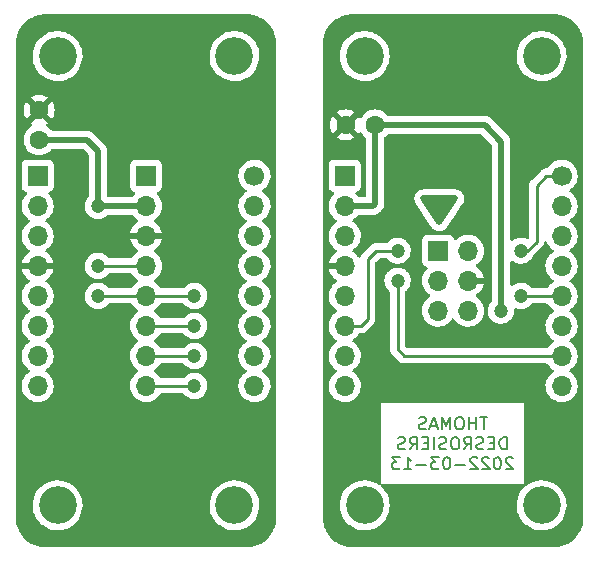
<source format=gbl>
%MOIN*%
%OFA0B0*%
%FSLAX46Y46*%
%IPPOS*%
%LPD*%
%ADD10C,0.12598429133858269*%
%ADD11C,0.062992125984251982*%
%ADD12R,0.066929133858267723X0.066929133858267723*%
%ADD13O,0.066929133858267723X0.066929133858267723*%
%ADD14C,0.066929133858267723*%
%ADD15C,0.047244094488188976*%
%ADD16C,0.02*%
%ADD17C,0.00984251968503937*%
%ADD28C,0.005905511811023622*%
%ADD29C,0.005905511811023622*%
%ADD30C,0.02*%
%ADD31C,0.12598429133858269*%
%ADD32R,0.066929133858267723X0.066929133858267723*%
%ADD33O,0.066929133858267723X0.066929133858267723*%
%ADD34C,0.062992125984251982*%
%ADD35C,0.066929133858267723*%
%ADD36C,0.047244094488188976*%
%ADD37C,0.02*%
%ADD38C,0.00984251968503937*%
%LPD*%
G01*
D10*
X0000000000Y0001889763D02*
X0000199448Y0001690314D03*
X0000789133Y0000192817D03*
D11*
X0000137795Y0001411417D03*
X0000137795Y0001509842D03*
D10*
X0000199448Y0000192817D03*
D12*
X0000494290Y0001291016D03*
D13*
X0000494290Y0001191016D03*
X0000494290Y0001091016D03*
X0000494290Y0000991016D03*
X0000494290Y0000891016D03*
X0000494290Y0000791016D03*
X0000494290Y0000691016D03*
X0000494290Y0000591016D03*
D10*
X0000789133Y0001690314D03*
D14*
X0000855747Y0001291016D03*
D13*
X0000855747Y0001191016D03*
X0000855747Y0001091016D03*
X0000855747Y0000991016D03*
X0000855747Y0000891016D03*
X0000855747Y0000791016D03*
X0000855747Y0000691016D03*
X0000855747Y0000591016D03*
D12*
X0000132834Y0001291016D03*
D13*
X0000132834Y0001191016D03*
X0000132834Y0001091016D03*
X0000132834Y0000991016D03*
X0000132834Y0000891016D03*
X0000132834Y0000791016D03*
X0000132834Y0000691016D03*
X0000132834Y0000591016D03*
D15*
X0000333394Y0001191016D03*
X0000255668Y0000692817D03*
X0000333394Y0000991016D03*
X0000333394Y0000891016D03*
X0000655186Y0000891016D03*
X0000655186Y0000791016D03*
X0000655186Y0000691016D03*
X0000655186Y0000591016D03*
D16*
X0000494290Y0001191016D02*
X0000333394Y0001191016D01*
X0000297244Y0001411417D02*
X0000333394Y0001375266D01*
X0000137795Y0001411417D02*
X0000297244Y0001411417D01*
X0000333394Y0001375266D02*
X0000333394Y0001191016D01*
D17*
X0000494290Y0000991016D02*
X0000333394Y0000991016D01*
X0000494290Y0000891016D02*
X0000655186Y0000891016D01*
X0000494290Y0000891016D02*
X0000333394Y0000891016D01*
X0000653079Y0000791016D02*
X0000655186Y0000791016D01*
X0000494290Y0000791016D02*
X0000653079Y0000791016D01*
X0000494290Y0000691016D02*
X0000655186Y0000691016D01*
X0000494290Y0000591016D02*
X0000655186Y0000591016D01*
G36*
X0000829293Y0001829704D02*
G01*
X0000829875Y0001829613D01*
X0000829875Y0001829613D01*
X0000830225Y0001829559D01*
X0000830901Y0001829647D01*
X0000831843Y0001829680D01*
X0000841998Y0001829066D01*
X0000842592Y0001828993D01*
X0000845379Y0001828483D01*
X0000853656Y0001826966D01*
X0000854237Y0001826823D01*
X0000864976Y0001823476D01*
X0000865536Y0001823264D01*
X0000875792Y0001818648D01*
X0000876322Y0001818370D01*
X0000885948Y0001812551D01*
X0000886441Y0001812211D01*
X0000895295Y0001805274D01*
X0000895743Y0001804877D01*
X0000903696Y0001796924D01*
X0000904093Y0001796476D01*
X0000911030Y0001787622D01*
X0000911370Y0001787129D01*
X0000917189Y0001777503D01*
X0000917467Y0001776973D01*
X0000921104Y0001768892D01*
X0000922083Y0001766717D01*
X0000922295Y0001766157D01*
X0000924611Y0001758725D01*
X0000925642Y0001755418D01*
X0000925785Y0001754837D01*
X0000926385Y0001751562D01*
X0000927812Y0001743774D01*
X0000927884Y0001743179D01*
X0000928482Y0001733309D01*
X0000928432Y0001732257D01*
X0000928432Y0001732249D01*
X0000928378Y0001731899D01*
X0000928423Y0001731549D01*
X0000928423Y0001731549D01*
X0000928540Y0001730658D01*
X0000928582Y0001730015D01*
X0000928582Y0000153421D01*
X0000928523Y0000152657D01*
X0000928378Y0000151725D01*
X0000928442Y0000151232D01*
X0000928466Y0000151050D01*
X0000928499Y0000150107D01*
X0000927884Y0000139952D01*
X0000927812Y0000139357D01*
X0000926259Y0000130879D01*
X0000925785Y0000128295D01*
X0000925642Y0000127713D01*
X0000922685Y0000118224D01*
X0000922295Y0000116974D01*
X0000922083Y0000116415D01*
X0000919082Y0000109746D01*
X0000917467Y0000106158D01*
X0000917189Y0000105628D01*
X0000911370Y0000096002D01*
X0000911030Y0000095509D01*
X0000904093Y0000086655D01*
X0000903696Y0000086207D01*
X0000895743Y0000078254D01*
X0000895295Y0000077857D01*
X0000886441Y0000070920D01*
X0000885948Y0000070580D01*
X0000876322Y0000064761D01*
X0000875792Y0000064483D01*
X0000865536Y0000059867D01*
X0000864976Y0000059655D01*
X0000854237Y0000056308D01*
X0000853656Y0000056165D01*
X0000845379Y0000054648D01*
X0000842592Y0000054138D01*
X0000841998Y0000054066D01*
X0000832128Y0000053469D01*
X0000831076Y0000053518D01*
X0000831068Y0000053518D01*
X0000830718Y0000053572D01*
X0000830368Y0000053527D01*
X0000830368Y0000053527D01*
X0000829477Y0000053410D01*
X0000828834Y0000053368D01*
X0000160051Y0000053368D01*
X0000159288Y0000053427D01*
X0000158705Y0000053518D01*
X0000158705Y0000053518D01*
X0000158356Y0000053572D01*
X0000157680Y0000053484D01*
X0000156738Y0000053451D01*
X0000146583Y0000054066D01*
X0000145988Y0000054138D01*
X0000143202Y0000054648D01*
X0000134925Y0000056165D01*
X0000134344Y0000056308D01*
X0000123605Y0000059655D01*
X0000123045Y0000059867D01*
X0000112789Y0000064483D01*
X0000112259Y0000064761D01*
X0000102633Y0000070580D01*
X0000102140Y0000070920D01*
X0000093286Y0000077857D01*
X0000092838Y0000078254D01*
X0000084885Y0000086207D01*
X0000084488Y0000086655D01*
X0000077551Y0000095509D01*
X0000077211Y0000096002D01*
X0000071392Y0000105628D01*
X0000071114Y0000106158D01*
X0000069499Y0000109746D01*
X0000066498Y0000116415D01*
X0000066285Y0000116974D01*
X0000065896Y0000118224D01*
X0000062939Y0000127713D01*
X0000062796Y0000128295D01*
X0000062322Y0000130879D01*
X0000060769Y0000139357D01*
X0000060696Y0000139952D01*
X0000060099Y0000149822D01*
X0000060149Y0000150874D01*
X0000060149Y0000150882D01*
X0000060203Y0000151232D01*
X0000060139Y0000151725D01*
X0000060041Y0000152473D01*
X0000059999Y0000153116D01*
X0000059999Y0000193688D01*
X0000116247Y0000193688D01*
X0000116898Y0000182389D01*
X0000116931Y0000182223D01*
X0000116931Y0000182223D01*
X0000118188Y0000175812D01*
X0000119077Y0000171282D01*
X0000119132Y0000171122D01*
X0000119132Y0000171122D01*
X0000122689Y0000160733D01*
X0000122744Y0000160574D01*
X0000122819Y0000160423D01*
X0000127622Y0000150874D01*
X0000127829Y0000150462D01*
X0000134240Y0000141134D01*
X0000134354Y0000141009D01*
X0000134354Y0000141009D01*
X0000135957Y0000139247D01*
X0000141858Y0000132762D01*
X0000141987Y0000132654D01*
X0000141987Y0000132654D01*
X0000147897Y0000127713D01*
X0000150541Y0000125502D01*
X0000160129Y0000119488D01*
X0000170445Y0000114830D01*
X0000170607Y0000114782D01*
X0000181135Y0000111663D01*
X0000181135Y0000111663D01*
X0000181297Y0000111615D01*
X0000181464Y0000111590D01*
X0000181464Y0000111590D01*
X0000191252Y0000110092D01*
X0000192485Y0000109903D01*
X0000198247Y0000109813D01*
X0000203634Y0000109728D01*
X0000203634Y0000109728D01*
X0000203803Y0000109725D01*
X0000203970Y0000109746D01*
X0000203970Y0000109746D01*
X0000214871Y0000111065D01*
X0000214872Y0000111065D01*
X0000215039Y0000111085D01*
X0000225987Y0000113957D01*
X0000236444Y0000118289D01*
X0000246217Y0000123999D01*
X0000255123Y0000130983D01*
X0000256743Y0000132654D01*
X0000262883Y0000138990D01*
X0000263000Y0000139111D01*
X0000263100Y0000139247D01*
X0000263100Y0000139247D01*
X0000269601Y0000148097D01*
X0000269701Y0000148233D01*
X0000270564Y0000149822D01*
X0000275021Y0000158031D01*
X0000275021Y0000158032D01*
X0000275102Y0000158180D01*
X0000279102Y0000168768D01*
X0000281629Y0000179801D01*
X0000282635Y0000191075D01*
X0000282654Y0000192817D01*
X0000282594Y0000193688D01*
X0000705932Y0000193688D01*
X0000706583Y0000182389D01*
X0000706616Y0000182223D01*
X0000706616Y0000182223D01*
X0000707873Y0000175812D01*
X0000708762Y0000171282D01*
X0000708817Y0000171122D01*
X0000708817Y0000171122D01*
X0000712374Y0000160733D01*
X0000712429Y0000160574D01*
X0000712504Y0000160423D01*
X0000717307Y0000150874D01*
X0000717514Y0000150462D01*
X0000723925Y0000141134D01*
X0000724039Y0000141009D01*
X0000724039Y0000141009D01*
X0000725642Y0000139247D01*
X0000731543Y0000132762D01*
X0000731672Y0000132654D01*
X0000731672Y0000132654D01*
X0000737582Y0000127713D01*
X0000740226Y0000125502D01*
X0000749814Y0000119488D01*
X0000760130Y0000114830D01*
X0000760292Y0000114782D01*
X0000770820Y0000111663D01*
X0000770820Y0000111663D01*
X0000770982Y0000111615D01*
X0000771149Y0000111590D01*
X0000771149Y0000111590D01*
X0000780936Y0000110092D01*
X0000782170Y0000109903D01*
X0000787932Y0000109813D01*
X0000793319Y0000109728D01*
X0000793319Y0000109728D01*
X0000793488Y0000109725D01*
X0000793655Y0000109746D01*
X0000793655Y0000109746D01*
X0000804556Y0000111065D01*
X0000804557Y0000111065D01*
X0000804724Y0000111085D01*
X0000815672Y0000113957D01*
X0000826129Y0000118289D01*
X0000835901Y0000123999D01*
X0000844808Y0000130983D01*
X0000846428Y0000132654D01*
X0000852568Y0000138990D01*
X0000852685Y0000139111D01*
X0000852785Y0000139247D01*
X0000852785Y0000139247D01*
X0000859286Y0000148097D01*
X0000859386Y0000148233D01*
X0000860249Y0000149822D01*
X0000864706Y0000158031D01*
X0000864706Y0000158032D01*
X0000864787Y0000158180D01*
X0000868787Y0000168768D01*
X0000871314Y0000179801D01*
X0000872320Y0000191075D01*
X0000872339Y0000192817D01*
X0000871569Y0000204109D01*
X0000871390Y0000204972D01*
X0000869308Y0000215028D01*
X0000869274Y0000215193D01*
X0000865495Y0000225862D01*
X0000860304Y0000235920D01*
X0000859782Y0000236663D01*
X0000853893Y0000245042D01*
X0000853796Y0000245180D01*
X0000846091Y0000253472D01*
X0000837332Y0000260640D01*
X0000827682Y0000266554D01*
X0000826969Y0000266867D01*
X0000817473Y0000271036D01*
X0000817318Y0000271104D01*
X0000816297Y0000271395D01*
X0000806595Y0000274158D01*
X0000806595Y0000274158D01*
X0000806432Y0000274205D01*
X0000798058Y0000275396D01*
X0000795394Y0000275776D01*
X0000795394Y0000275776D01*
X0000795227Y0000275799D01*
X0000795058Y0000275800D01*
X0000795058Y0000275800D01*
X0000784077Y0000275858D01*
X0000784077Y0000275858D01*
X0000783908Y0000275859D01*
X0000783741Y0000275837D01*
X0000783741Y0000275837D01*
X0000778805Y0000275187D01*
X0000772687Y0000274381D01*
X0000772524Y0000274337D01*
X0000772524Y0000274337D01*
X0000769499Y0000273509D01*
X0000761769Y0000271395D01*
X0000761614Y0000271328D01*
X0000751514Y0000267020D01*
X0000751514Y0000267020D01*
X0000751358Y0000266954D01*
X0000746454Y0000264019D01*
X0000741791Y0000261228D01*
X0000741791Y0000261228D01*
X0000741646Y0000261141D01*
X0000732813Y0000254065D01*
X0000725022Y0000245855D01*
X0000718417Y0000236663D01*
X0000713121Y0000226660D01*
X0000709231Y0000216031D01*
X0000706820Y0000204972D01*
X0000705932Y0000193688D01*
X0000282594Y0000193688D01*
X0000281884Y0000204109D01*
X0000281705Y0000204972D01*
X0000279623Y0000215028D01*
X0000279589Y0000215193D01*
X0000275810Y0000225862D01*
X0000270619Y0000235920D01*
X0000270097Y0000236663D01*
X0000264208Y0000245042D01*
X0000264111Y0000245180D01*
X0000256406Y0000253472D01*
X0000247647Y0000260640D01*
X0000237997Y0000266554D01*
X0000237284Y0000266867D01*
X0000227788Y0000271036D01*
X0000227633Y0000271104D01*
X0000226612Y0000271395D01*
X0000216910Y0000274158D01*
X0000216910Y0000274158D01*
X0000216747Y0000274205D01*
X0000208373Y0000275396D01*
X0000205709Y0000275776D01*
X0000205709Y0000275776D01*
X0000205542Y0000275799D01*
X0000205373Y0000275800D01*
X0000205373Y0000275800D01*
X0000194392Y0000275858D01*
X0000194392Y0000275858D01*
X0000194223Y0000275859D01*
X0000194056Y0000275837D01*
X0000194056Y0000275837D01*
X0000189120Y0000275187D01*
X0000183002Y0000274381D01*
X0000182839Y0000274337D01*
X0000182839Y0000274337D01*
X0000179815Y0000273509D01*
X0000172084Y0000271395D01*
X0000171929Y0000271328D01*
X0000161829Y0000267020D01*
X0000161829Y0000267020D01*
X0000161673Y0000266954D01*
X0000156769Y0000264019D01*
X0000152106Y0000261228D01*
X0000152106Y0000261228D01*
X0000151961Y0000261141D01*
X0000143128Y0000254065D01*
X0000135337Y0000245855D01*
X0000128732Y0000236663D01*
X0000123436Y0000226660D01*
X0000119546Y0000216031D01*
X0000117135Y0000204972D01*
X0000116247Y0000193688D01*
X0000059999Y0000193688D01*
X0000059999Y0000592327D01*
X0000079182Y0000592327D01*
X0000079194Y0000592124D01*
X0000079194Y0000592124D01*
X0000079409Y0000588394D01*
X0000079688Y0000583546D01*
X0000079733Y0000583348D01*
X0000079733Y0000583348D01*
X0000080311Y0000580784D01*
X0000081622Y0000574967D01*
X0000084931Y0000566818D01*
X0000085700Y0000565562D01*
X0000089183Y0000559879D01*
X0000089526Y0000559319D01*
X0000095285Y0000552672D01*
X0000099367Y0000549282D01*
X0000101779Y0000547280D01*
X0000102051Y0000547054D01*
X0000109645Y0000542616D01*
X0000117861Y0000539479D01*
X0000118060Y0000539438D01*
X0000118061Y0000539438D01*
X0000122283Y0000538579D01*
X0000126479Y0000537725D01*
X0000126683Y0000537718D01*
X0000126683Y0000537718D01*
X0000135065Y0000537411D01*
X0000135065Y0000537411D01*
X0000135268Y0000537403D01*
X0000135470Y0000537429D01*
X0000135470Y0000537429D01*
X0000143790Y0000538495D01*
X0000143790Y0000538495D01*
X0000143992Y0000538521D01*
X0000144187Y0000538579D01*
X0000152221Y0000540990D01*
X0000152221Y0000540990D01*
X0000152416Y0000541048D01*
X0000160314Y0000544917D01*
X0000167474Y0000550025D01*
X0000168540Y0000551087D01*
X0000173560Y0000556089D01*
X0000173704Y0000556232D01*
X0000174132Y0000556828D01*
X0000178717Y0000563209D01*
X0000178836Y0000563375D01*
X0000178981Y0000563669D01*
X0000182642Y0000571076D01*
X0000182642Y0000571077D01*
X0000182733Y0000571259D01*
X0000185289Y0000579674D01*
X0000186437Y0000588394D01*
X0000186442Y0000588577D01*
X0000186498Y0000590883D01*
X0000186498Y0000590883D01*
X0000186501Y0000591016D01*
X0000185781Y0000599781D01*
X0000183638Y0000608311D01*
X0000180131Y0000616376D01*
X0000175354Y0000623761D01*
X0000169435Y0000630266D01*
X0000169275Y0000630391D01*
X0000169275Y0000630392D01*
X0000162693Y0000635590D01*
X0000162692Y0000635590D01*
X0000162533Y0000635716D01*
X0000160907Y0000636614D01*
X0000158939Y0000638600D01*
X0000158358Y0000641334D01*
X0000159347Y0000643948D01*
X0000160423Y0000644995D01*
X0000162149Y0000646226D01*
X0000167474Y0000650025D01*
X0000168540Y0000651087D01*
X0000173560Y0000656089D01*
X0000173704Y0000656233D01*
X0000174132Y0000656828D01*
X0000178717Y0000663209D01*
X0000178836Y0000663375D01*
X0000178981Y0000663669D01*
X0000182642Y0000671076D01*
X0000182642Y0000671077D01*
X0000182733Y0000671259D01*
X0000185289Y0000679674D01*
X0000186437Y0000688394D01*
X0000186442Y0000688577D01*
X0000186498Y0000690883D01*
X0000186498Y0000690883D01*
X0000186501Y0000691016D01*
X0000185781Y0000699781D01*
X0000183638Y0000708311D01*
X0000180131Y0000716376D01*
X0000175354Y0000723761D01*
X0000169435Y0000730266D01*
X0000169275Y0000730391D01*
X0000169275Y0000730392D01*
X0000162693Y0000735590D01*
X0000162692Y0000735590D01*
X0000162533Y0000735716D01*
X0000160907Y0000736614D01*
X0000158939Y0000738600D01*
X0000158358Y0000741334D01*
X0000159347Y0000743948D01*
X0000160423Y0000744996D01*
X0000162149Y0000746226D01*
X0000167474Y0000750025D01*
X0000168540Y0000751087D01*
X0000173560Y0000756089D01*
X0000173704Y0000756233D01*
X0000174132Y0000756828D01*
X0000178717Y0000763209D01*
X0000178836Y0000763375D01*
X0000178981Y0000763669D01*
X0000182642Y0000771076D01*
X0000182642Y0000771077D01*
X0000182733Y0000771259D01*
X0000185289Y0000779674D01*
X0000186437Y0000788394D01*
X0000186442Y0000788577D01*
X0000186498Y0000790883D01*
X0000186498Y0000790883D01*
X0000186501Y0000791016D01*
X0000185781Y0000799781D01*
X0000183638Y0000808311D01*
X0000180131Y0000816376D01*
X0000175354Y0000823761D01*
X0000169435Y0000830266D01*
X0000169275Y0000830391D01*
X0000169275Y0000830392D01*
X0000162693Y0000835590D01*
X0000162692Y0000835590D01*
X0000162533Y0000835716D01*
X0000160907Y0000836614D01*
X0000158939Y0000838600D01*
X0000158358Y0000841334D01*
X0000159347Y0000843948D01*
X0000160423Y0000844996D01*
X0000162149Y0000846226D01*
X0000167474Y0000850025D01*
X0000168540Y0000851087D01*
X0000173560Y0000856089D01*
X0000173704Y0000856233D01*
X0000174132Y0000856828D01*
X0000178717Y0000863209D01*
X0000178836Y0000863375D01*
X0000178981Y0000863669D01*
X0000182642Y0000871076D01*
X0000182642Y0000871077D01*
X0000182733Y0000871259D01*
X0000185289Y0000879674D01*
X0000186437Y0000888394D01*
X0000186442Y0000888577D01*
X0000186498Y0000890883D01*
X0000186498Y0000890883D01*
X0000186501Y0000891016D01*
X0000186407Y0000892163D01*
X0000289581Y0000892163D01*
X0000290105Y0000884159D01*
X0000292080Y0000876385D01*
X0000295438Y0000869101D01*
X0000300067Y0000862551D01*
X0000305812Y0000856954D01*
X0000306001Y0000856828D01*
X0000306001Y0000856828D01*
X0000307107Y0000856089D01*
X0000312481Y0000852498D01*
X0000312690Y0000852408D01*
X0000312690Y0000852408D01*
X0000318239Y0000850025D01*
X0000319850Y0000849332D01*
X0000322718Y0000848683D01*
X0000327452Y0000847612D01*
X0000327452Y0000847612D01*
X0000327674Y0000847562D01*
X0000327901Y0000847553D01*
X0000327901Y0000847553D01*
X0000330381Y0000847455D01*
X0000335688Y0000847247D01*
X0000343626Y0000848398D01*
X0000343841Y0000848471D01*
X0000343841Y0000848471D01*
X0000351006Y0000850903D01*
X0000351006Y0000850903D01*
X0000351221Y0000850976D01*
X0000358219Y0000854895D01*
X0000364386Y0000860024D01*
X0000366356Y0000862393D01*
X0000367931Y0000864286D01*
X0000370251Y0000865844D01*
X0000371745Y0000866075D01*
X0000444065Y0000866075D01*
X0000446747Y0000865287D01*
X0000448295Y0000863706D01*
X0000450983Y0000859319D01*
X0000456741Y0000852672D01*
X0000460824Y0000849282D01*
X0000463236Y0000847280D01*
X0000463508Y0000847054D01*
X0000466282Y0000845432D01*
X0000466395Y0000845367D01*
X0000468313Y0000843334D01*
X0000468827Y0000840587D01*
X0000467775Y0000837997D01*
X0000466182Y0000836684D01*
X0000465692Y0000836429D01*
X0000465530Y0000836307D01*
X0000465529Y0000836306D01*
X0000461237Y0000833084D01*
X0000458659Y0000831148D01*
X0000458518Y0000831001D01*
X0000453536Y0000825787D01*
X0000452583Y0000824790D01*
X0000447627Y0000817524D01*
X0000443924Y0000809547D01*
X0000441573Y0000801072D01*
X0000440639Y0000792327D01*
X0000440651Y0000792124D01*
X0000440651Y0000792124D01*
X0000440866Y0000788394D01*
X0000441145Y0000783546D01*
X0000441190Y0000783348D01*
X0000441190Y0000783348D01*
X0000441768Y0000780784D01*
X0000443079Y0000774967D01*
X0000446387Y0000766818D01*
X0000447157Y0000765562D01*
X0000450640Y0000759879D01*
X0000450983Y0000759319D01*
X0000456741Y0000752672D01*
X0000460824Y0000749282D01*
X0000463236Y0000747280D01*
X0000463508Y0000747054D01*
X0000466282Y0000745432D01*
X0000466395Y0000745367D01*
X0000468313Y0000743334D01*
X0000468827Y0000740587D01*
X0000467775Y0000737997D01*
X0000466182Y0000736684D01*
X0000465692Y0000736429D01*
X0000465530Y0000736307D01*
X0000465529Y0000736306D01*
X0000461237Y0000733084D01*
X0000458659Y0000731148D01*
X0000458518Y0000731001D01*
X0000453536Y0000725787D01*
X0000452583Y0000724790D01*
X0000447627Y0000717524D01*
X0000443924Y0000709547D01*
X0000441573Y0000701072D01*
X0000440639Y0000692327D01*
X0000440651Y0000692124D01*
X0000440651Y0000692124D01*
X0000440866Y0000688394D01*
X0000441145Y0000683546D01*
X0000441190Y0000683348D01*
X0000441190Y0000683348D01*
X0000441768Y0000680784D01*
X0000443079Y0000674967D01*
X0000446387Y0000666818D01*
X0000447157Y0000665562D01*
X0000450640Y0000659879D01*
X0000450983Y0000659319D01*
X0000456741Y0000652672D01*
X0000460824Y0000649282D01*
X0000463236Y0000647280D01*
X0000463508Y0000647054D01*
X0000466282Y0000645432D01*
X0000466395Y0000645367D01*
X0000468313Y0000643334D01*
X0000468827Y0000640587D01*
X0000467775Y0000637997D01*
X0000466182Y0000636684D01*
X0000465692Y0000636429D01*
X0000465530Y0000636307D01*
X0000465529Y0000636306D01*
X0000461237Y0000633084D01*
X0000458659Y0000631148D01*
X0000458518Y0000631001D01*
X0000453536Y0000625787D01*
X0000452583Y0000624790D01*
X0000447627Y0000617524D01*
X0000443924Y0000609547D01*
X0000441573Y0000601072D01*
X0000440639Y0000592327D01*
X0000440651Y0000592124D01*
X0000440651Y0000592124D01*
X0000440866Y0000588394D01*
X0000441145Y0000583546D01*
X0000441190Y0000583348D01*
X0000441190Y0000583348D01*
X0000441768Y0000580784D01*
X0000443079Y0000574967D01*
X0000446387Y0000566818D01*
X0000447157Y0000565562D01*
X0000450640Y0000559879D01*
X0000450983Y0000559319D01*
X0000456741Y0000552672D01*
X0000460824Y0000549282D01*
X0000463236Y0000547280D01*
X0000463508Y0000547054D01*
X0000471101Y0000542616D01*
X0000479318Y0000539479D01*
X0000479517Y0000539438D01*
X0000479517Y0000539438D01*
X0000483740Y0000538579D01*
X0000487936Y0000537725D01*
X0000488140Y0000537718D01*
X0000488140Y0000537718D01*
X0000496522Y0000537411D01*
X0000496522Y0000537411D01*
X0000496725Y0000537403D01*
X0000496927Y0000537429D01*
X0000496927Y0000537429D01*
X0000505247Y0000538495D01*
X0000505247Y0000538495D01*
X0000505449Y0000538521D01*
X0000505643Y0000538579D01*
X0000513677Y0000540990D01*
X0000513678Y0000540990D01*
X0000513872Y0000541048D01*
X0000521770Y0000544917D01*
X0000528931Y0000550025D01*
X0000529997Y0000551087D01*
X0000535016Y0000556089D01*
X0000535160Y0000556232D01*
X0000535588Y0000556828D01*
X0000540174Y0000563209D01*
X0000540292Y0000563375D01*
X0000540383Y0000563557D01*
X0000540450Y0000563669D01*
X0000542506Y0000565562D01*
X0000544702Y0000566075D01*
X0000616800Y0000566075D01*
X0000619482Y0000565287D01*
X0000620851Y0000563977D01*
X0000621728Y0000562737D01*
X0000621859Y0000562551D01*
X0000627604Y0000556954D01*
X0000627793Y0000556828D01*
X0000627793Y0000556828D01*
X0000628899Y0000556089D01*
X0000634273Y0000552498D01*
X0000634482Y0000552408D01*
X0000634482Y0000552408D01*
X0000640031Y0000550025D01*
X0000641643Y0000549332D01*
X0000644510Y0000548683D01*
X0000649244Y0000547612D01*
X0000649244Y0000547612D01*
X0000649466Y0000547562D01*
X0000649693Y0000547553D01*
X0000649693Y0000547553D01*
X0000652174Y0000547455D01*
X0000657480Y0000547247D01*
X0000665418Y0000548398D01*
X0000665633Y0000548471D01*
X0000665633Y0000548471D01*
X0000672798Y0000550903D01*
X0000672798Y0000550903D01*
X0000673013Y0000550976D01*
X0000680011Y0000554895D01*
X0000686178Y0000560024D01*
X0000691307Y0000566191D01*
X0000695226Y0000573189D01*
X0000695299Y0000573404D01*
X0000695299Y0000573404D01*
X0000697731Y0000580569D01*
X0000697731Y0000580569D01*
X0000697804Y0000580784D01*
X0000698955Y0000588722D01*
X0000699015Y0000591016D01*
X0000698895Y0000592327D01*
X0000802096Y0000592327D01*
X0000802107Y0000592124D01*
X0000802107Y0000592124D01*
X0000802322Y0000588394D01*
X0000802602Y0000583546D01*
X0000802647Y0000583348D01*
X0000802647Y0000583348D01*
X0000803224Y0000580784D01*
X0000804535Y0000574967D01*
X0000807844Y0000566818D01*
X0000808614Y0000565562D01*
X0000812097Y0000559879D01*
X0000812440Y0000559319D01*
X0000818198Y0000552672D01*
X0000822281Y0000549282D01*
X0000824693Y0000547280D01*
X0000824965Y0000547054D01*
X0000832558Y0000542616D01*
X0000840774Y0000539479D01*
X0000840974Y0000539438D01*
X0000840974Y0000539438D01*
X0000845197Y0000538579D01*
X0000849393Y0000537725D01*
X0000849596Y0000537718D01*
X0000849596Y0000537718D01*
X0000857978Y0000537411D01*
X0000857978Y0000537411D01*
X0000858182Y0000537403D01*
X0000858383Y0000537429D01*
X0000858383Y0000537429D01*
X0000866703Y0000538495D01*
X0000866703Y0000538495D01*
X0000866905Y0000538521D01*
X0000867100Y0000538579D01*
X0000875134Y0000540990D01*
X0000875134Y0000540990D01*
X0000875329Y0000541048D01*
X0000883227Y0000544917D01*
X0000890387Y0000550025D01*
X0000891454Y0000551087D01*
X0000896473Y0000556089D01*
X0000896617Y0000556232D01*
X0000897045Y0000556828D01*
X0000901630Y0000563209D01*
X0000901749Y0000563375D01*
X0000901895Y0000563669D01*
X0000905556Y0000571076D01*
X0000905556Y0000571077D01*
X0000905646Y0000571259D01*
X0000908203Y0000579674D01*
X0000909351Y0000588394D01*
X0000909355Y0000588577D01*
X0000909411Y0000590883D01*
X0000909411Y0000590883D01*
X0000909415Y0000591016D01*
X0000908694Y0000599781D01*
X0000906551Y0000608311D01*
X0000903045Y0000616376D01*
X0000898267Y0000623761D01*
X0000892348Y0000630266D01*
X0000892189Y0000630391D01*
X0000892189Y0000630392D01*
X0000885606Y0000635590D01*
X0000885606Y0000635590D01*
X0000885446Y0000635716D01*
X0000883820Y0000636614D01*
X0000881853Y0000638600D01*
X0000881271Y0000641334D01*
X0000882260Y0000643948D01*
X0000883337Y0000644995D01*
X0000885062Y0000646226D01*
X0000890387Y0000650025D01*
X0000891454Y0000651087D01*
X0000896473Y0000656089D01*
X0000896617Y0000656233D01*
X0000897045Y0000656828D01*
X0000901630Y0000663209D01*
X0000901749Y0000663375D01*
X0000901895Y0000663669D01*
X0000905556Y0000671076D01*
X0000905556Y0000671077D01*
X0000905646Y0000671259D01*
X0000908203Y0000679674D01*
X0000909351Y0000688394D01*
X0000909355Y0000688577D01*
X0000909411Y0000690883D01*
X0000909411Y0000690883D01*
X0000909415Y0000691016D01*
X0000908694Y0000699781D01*
X0000906551Y0000708311D01*
X0000903045Y0000716376D01*
X0000898267Y0000723761D01*
X0000892348Y0000730266D01*
X0000892189Y0000730391D01*
X0000892189Y0000730392D01*
X0000885606Y0000735590D01*
X0000885606Y0000735590D01*
X0000885446Y0000735716D01*
X0000883820Y0000736614D01*
X0000881853Y0000738600D01*
X0000881271Y0000741334D01*
X0000882260Y0000743948D01*
X0000883337Y0000744996D01*
X0000885062Y0000746226D01*
X0000890387Y0000750025D01*
X0000891454Y0000751087D01*
X0000896473Y0000756089D01*
X0000896617Y0000756233D01*
X0000897045Y0000756828D01*
X0000901630Y0000763209D01*
X0000901749Y0000763375D01*
X0000901895Y0000763669D01*
X0000905556Y0000771076D01*
X0000905556Y0000771077D01*
X0000905646Y0000771259D01*
X0000908203Y0000779674D01*
X0000909351Y0000788394D01*
X0000909355Y0000788577D01*
X0000909411Y0000790883D01*
X0000909411Y0000790883D01*
X0000909415Y0000791016D01*
X0000908694Y0000799781D01*
X0000906551Y0000808311D01*
X0000903045Y0000816376D01*
X0000898267Y0000823761D01*
X0000892348Y0000830266D01*
X0000892189Y0000830391D01*
X0000892189Y0000830392D01*
X0000885606Y0000835590D01*
X0000885606Y0000835590D01*
X0000885446Y0000835716D01*
X0000883820Y0000836614D01*
X0000881853Y0000838600D01*
X0000881271Y0000841334D01*
X0000882260Y0000843948D01*
X0000883337Y0000844996D01*
X0000885062Y0000846226D01*
X0000890387Y0000850025D01*
X0000891454Y0000851087D01*
X0000896473Y0000856089D01*
X0000896617Y0000856233D01*
X0000897045Y0000856828D01*
X0000901630Y0000863209D01*
X0000901749Y0000863375D01*
X0000901895Y0000863669D01*
X0000905556Y0000871076D01*
X0000905556Y0000871077D01*
X0000905646Y0000871259D01*
X0000908203Y0000879674D01*
X0000909351Y0000888394D01*
X0000909355Y0000888577D01*
X0000909411Y0000890883D01*
X0000909411Y0000890883D01*
X0000909415Y0000891016D01*
X0000908694Y0000899781D01*
X0000906551Y0000908311D01*
X0000903045Y0000916376D01*
X0000898267Y0000923761D01*
X0000892348Y0000930266D01*
X0000892189Y0000930391D01*
X0000892189Y0000930392D01*
X0000885606Y0000935590D01*
X0000885606Y0000935590D01*
X0000885446Y0000935716D01*
X0000883820Y0000936614D01*
X0000881853Y0000938600D01*
X0000881271Y0000941334D01*
X0000882260Y0000943948D01*
X0000883337Y0000944996D01*
X0000885062Y0000946226D01*
X0000890387Y0000950025D01*
X0000891454Y0000951087D01*
X0000896473Y0000956089D01*
X0000896617Y0000956233D01*
X0000897045Y0000956828D01*
X0000901630Y0000963209D01*
X0000901749Y0000963375D01*
X0000901913Y0000963706D01*
X0000905556Y0000971076D01*
X0000905556Y0000971077D01*
X0000905646Y0000971259D01*
X0000908203Y0000979674D01*
X0000909351Y0000988394D01*
X0000909415Y0000991016D01*
X0000908694Y0000999781D01*
X0000906551Y0001008311D01*
X0000903045Y0001016376D01*
X0000898267Y0001023761D01*
X0000892348Y0001030266D01*
X0000892189Y0001030391D01*
X0000892189Y0001030392D01*
X0000885606Y0001035590D01*
X0000885606Y0001035590D01*
X0000885446Y0001035716D01*
X0000883820Y0001036614D01*
X0000881853Y0001038600D01*
X0000881271Y0001041334D01*
X0000882260Y0001043948D01*
X0000883337Y0001044996D01*
X0000885062Y0001046226D01*
X0000890387Y0001050025D01*
X0000896617Y0001056233D01*
X0000898959Y0001059492D01*
X0000901630Y0001063209D01*
X0000901749Y0001063375D01*
X0000905646Y0001071259D01*
X0000908203Y0001079674D01*
X0000909351Y0001088394D01*
X0000909415Y0001091016D01*
X0000908694Y0001099781D01*
X0000906551Y0001108311D01*
X0000903045Y0001116376D01*
X0000898267Y0001123761D01*
X0000892348Y0001130266D01*
X0000892189Y0001130391D01*
X0000892189Y0001130392D01*
X0000885606Y0001135590D01*
X0000885606Y0001135590D01*
X0000885446Y0001135716D01*
X0000883820Y0001136614D01*
X0000881853Y0001138600D01*
X0000881271Y0001141334D01*
X0000882260Y0001143948D01*
X0000883337Y0001144996D01*
X0000885062Y0001146226D01*
X0000890387Y0001150025D01*
X0000891454Y0001151087D01*
X0000896473Y0001156089D01*
X0000896617Y0001156233D01*
X0000897045Y0001156828D01*
X0000901630Y0001163209D01*
X0000901749Y0001163375D01*
X0000905646Y0001171259D01*
X0000908203Y0001179674D01*
X0000909351Y0001188394D01*
X0000909415Y0001191016D01*
X0000908694Y0001199781D01*
X0000906551Y0001208311D01*
X0000903045Y0001216376D01*
X0000900049Y0001221007D01*
X0000898378Y0001223590D01*
X0000898378Y0001223590D01*
X0000898267Y0001223761D01*
X0000892348Y0001230266D01*
X0000892189Y0001230391D01*
X0000892189Y0001230392D01*
X0000885606Y0001235590D01*
X0000885606Y0001235590D01*
X0000885446Y0001235716D01*
X0000883820Y0001236614D01*
X0000881853Y0001238600D01*
X0000881271Y0001241334D01*
X0000882260Y0001243948D01*
X0000883337Y0001244996D01*
X0000885062Y0001246226D01*
X0000890387Y0001250025D01*
X0000896617Y0001256233D01*
X0000898959Y0001259492D01*
X0000901630Y0001263209D01*
X0000901749Y0001263375D01*
X0000905646Y0001271259D01*
X0000908203Y0001279674D01*
X0000909351Y0001288394D01*
X0000909415Y0001291016D01*
X0000908694Y0001299781D01*
X0000906551Y0001308311D01*
X0000903045Y0001316376D01*
X0000898267Y0001323761D01*
X0000892348Y0001330266D01*
X0000892189Y0001330391D01*
X0000892189Y0001330392D01*
X0000885606Y0001335590D01*
X0000885606Y0001335590D01*
X0000885446Y0001335716D01*
X0000877747Y0001339967D01*
X0000877555Y0001340035D01*
X0000877555Y0001340035D01*
X0000869648Y0001342835D01*
X0000869648Y0001342835D01*
X0000869456Y0001342903D01*
X0000869256Y0001342938D01*
X0000869256Y0001342938D01*
X0000860998Y0001344409D01*
X0000860998Y0001344409D01*
X0000860798Y0001344445D01*
X0000857891Y0001344480D01*
X0000852207Y0001344550D01*
X0000852207Y0001344550D01*
X0000852003Y0001344552D01*
X0000843310Y0001343222D01*
X0000834950Y0001340490D01*
X0000827149Y0001336429D01*
X0000826986Y0001336307D01*
X0000826986Y0001336306D01*
X0000820279Y0001331270D01*
X0000820116Y0001331148D01*
X0000814040Y0001324790D01*
X0000809083Y0001317524D01*
X0000805380Y0001309547D01*
X0000803030Y0001301072D01*
X0000802096Y0001292327D01*
X0000802107Y0001292124D01*
X0000802107Y0001292124D01*
X0000802322Y0001288394D01*
X0000802602Y0001283546D01*
X0000802647Y0001283348D01*
X0000802647Y0001283348D01*
X0000803429Y0001279876D01*
X0000804535Y0001274967D01*
X0000807844Y0001266818D01*
X0000812440Y0001259319D01*
X0000818198Y0001252672D01*
X0000824965Y0001247054D01*
X0000827739Y0001245432D01*
X0000827851Y0001245367D01*
X0000829770Y0001243334D01*
X0000830284Y0001240587D01*
X0000829232Y0001237997D01*
X0000827639Y0001236684D01*
X0000827149Y0001236429D01*
X0000826986Y0001236307D01*
X0000826986Y0001236306D01*
X0000822108Y0001232644D01*
X0000820116Y0001231148D01*
X0000814040Y0001224790D01*
X0000813925Y0001224621D01*
X0000813925Y0001224621D01*
X0000812641Y0001222740D01*
X0000809083Y0001217524D01*
X0000805380Y0001209547D01*
X0000803030Y0001201072D01*
X0000802096Y0001192327D01*
X0000802107Y0001192124D01*
X0000802107Y0001192124D01*
X0000802322Y0001188394D01*
X0000802602Y0001183546D01*
X0000802647Y0001183348D01*
X0000802647Y0001183348D01*
X0000803429Y0001179876D01*
X0000804535Y0001174967D01*
X0000807844Y0001166818D01*
X0000807950Y0001166645D01*
X0000812115Y0001159849D01*
X0000812440Y0001159319D01*
X0000818198Y0001152672D01*
X0000822281Y0001149282D01*
X0000824693Y0001147280D01*
X0000824965Y0001147054D01*
X0000827739Y0001145432D01*
X0000827851Y0001145367D01*
X0000829770Y0001143334D01*
X0000830284Y0001140587D01*
X0000829232Y0001137997D01*
X0000827639Y0001136684D01*
X0000827149Y0001136429D01*
X0000826986Y0001136307D01*
X0000826986Y0001136306D01*
X0000826032Y0001135590D01*
X0000820116Y0001131148D01*
X0000814040Y0001124790D01*
X0000813925Y0001124621D01*
X0000813925Y0001124621D01*
X0000813440Y0001123911D01*
X0000809083Y0001117524D01*
X0000805380Y0001109547D01*
X0000803030Y0001101072D01*
X0000802096Y0001092327D01*
X0000802107Y0001092124D01*
X0000802107Y0001092124D01*
X0000802322Y0001088394D01*
X0000802602Y0001083546D01*
X0000802647Y0001083348D01*
X0000802647Y0001083348D01*
X0000803172Y0001081016D01*
X0000804535Y0001074967D01*
X0000807844Y0001066818D01*
X0000812440Y0001059319D01*
X0000818198Y0001052672D01*
X0000824965Y0001047054D01*
X0000827739Y0001045432D01*
X0000827851Y0001045367D01*
X0000829770Y0001043334D01*
X0000830284Y0001040587D01*
X0000829232Y0001037997D01*
X0000827639Y0001036684D01*
X0000827149Y0001036429D01*
X0000826986Y0001036307D01*
X0000826986Y0001036306D01*
X0000822694Y0001033084D01*
X0000820116Y0001031148D01*
X0000819975Y0001031001D01*
X0000814993Y0001025787D01*
X0000814040Y0001024790D01*
X0000813925Y0001024621D01*
X0000813925Y0001024621D01*
X0000813440Y0001023911D01*
X0000809083Y0001017524D01*
X0000805380Y0001009547D01*
X0000803030Y0001001072D01*
X0000802096Y0000992327D01*
X0000802107Y0000992124D01*
X0000802107Y0000992124D01*
X0000802322Y0000988394D01*
X0000802602Y0000983546D01*
X0000802647Y0000983348D01*
X0000802647Y0000983348D01*
X0000803172Y0000981016D01*
X0000804535Y0000974967D01*
X0000807844Y0000966818D01*
X0000807950Y0000966645D01*
X0000812333Y0000959492D01*
X0000812440Y0000959319D01*
X0000818198Y0000952672D01*
X0000822281Y0000949282D01*
X0000824693Y0000947280D01*
X0000824965Y0000947054D01*
X0000827739Y0000945432D01*
X0000827851Y0000945367D01*
X0000829770Y0000943334D01*
X0000830284Y0000940587D01*
X0000829232Y0000937997D01*
X0000827639Y0000936684D01*
X0000827149Y0000936429D01*
X0000826986Y0000936307D01*
X0000826986Y0000936306D01*
X0000822694Y0000933084D01*
X0000820116Y0000931148D01*
X0000819975Y0000931001D01*
X0000814993Y0000925787D01*
X0000814040Y0000924790D01*
X0000809083Y0000917524D01*
X0000805380Y0000909547D01*
X0000803030Y0000901072D01*
X0000802096Y0000892327D01*
X0000802107Y0000892124D01*
X0000802107Y0000892124D01*
X0000802322Y0000888394D01*
X0000802602Y0000883546D01*
X0000802647Y0000883348D01*
X0000802647Y0000883348D01*
X0000803224Y0000880784D01*
X0000804535Y0000874967D01*
X0000807844Y0000866818D01*
X0000808441Y0000865844D01*
X0000812333Y0000859492D01*
X0000812440Y0000859319D01*
X0000818198Y0000852672D01*
X0000822281Y0000849282D01*
X0000824693Y0000847280D01*
X0000824965Y0000847054D01*
X0000827739Y0000845432D01*
X0000827851Y0000845367D01*
X0000829770Y0000843334D01*
X0000830284Y0000840587D01*
X0000829232Y0000837997D01*
X0000827639Y0000836684D01*
X0000827149Y0000836429D01*
X0000826986Y0000836307D01*
X0000826986Y0000836306D01*
X0000822694Y0000833084D01*
X0000820116Y0000831148D01*
X0000819975Y0000831001D01*
X0000814993Y0000825787D01*
X0000814040Y0000824790D01*
X0000809083Y0000817524D01*
X0000805380Y0000809547D01*
X0000803030Y0000801072D01*
X0000802096Y0000792327D01*
X0000802107Y0000792124D01*
X0000802107Y0000792124D01*
X0000802322Y0000788394D01*
X0000802602Y0000783546D01*
X0000802647Y0000783348D01*
X0000802647Y0000783348D01*
X0000803224Y0000780784D01*
X0000804535Y0000774967D01*
X0000807844Y0000766818D01*
X0000808614Y0000765562D01*
X0000812097Y0000759879D01*
X0000812440Y0000759319D01*
X0000818198Y0000752672D01*
X0000822281Y0000749282D01*
X0000824693Y0000747280D01*
X0000824965Y0000747054D01*
X0000827739Y0000745432D01*
X0000827851Y0000745367D01*
X0000829770Y0000743334D01*
X0000830284Y0000740587D01*
X0000829232Y0000737997D01*
X0000827639Y0000736684D01*
X0000827149Y0000736429D01*
X0000826986Y0000736307D01*
X0000826986Y0000736306D01*
X0000822694Y0000733084D01*
X0000820116Y0000731148D01*
X0000819975Y0000731001D01*
X0000814993Y0000725787D01*
X0000814040Y0000724790D01*
X0000809083Y0000717524D01*
X0000805380Y0000709547D01*
X0000803030Y0000701072D01*
X0000802096Y0000692327D01*
X0000802107Y0000692124D01*
X0000802107Y0000692124D01*
X0000802322Y0000688394D01*
X0000802602Y0000683546D01*
X0000802647Y0000683348D01*
X0000802647Y0000683348D01*
X0000803224Y0000680784D01*
X0000804535Y0000674967D01*
X0000807844Y0000666818D01*
X0000808614Y0000665562D01*
X0000812097Y0000659879D01*
X0000812440Y0000659319D01*
X0000818198Y0000652672D01*
X0000822281Y0000649282D01*
X0000824693Y0000647280D01*
X0000824965Y0000647054D01*
X0000827739Y0000645432D01*
X0000827851Y0000645367D01*
X0000829770Y0000643334D01*
X0000830284Y0000640587D01*
X0000829232Y0000637997D01*
X0000827639Y0000636684D01*
X0000827149Y0000636429D01*
X0000826986Y0000636307D01*
X0000826986Y0000636306D01*
X0000822694Y0000633084D01*
X0000820116Y0000631148D01*
X0000819975Y0000631001D01*
X0000814993Y0000625787D01*
X0000814040Y0000624790D01*
X0000809083Y0000617524D01*
X0000805380Y0000609547D01*
X0000803030Y0000601072D01*
X0000802096Y0000592327D01*
X0000698895Y0000592327D01*
X0000698281Y0000599003D01*
X0000697755Y0000600870D01*
X0000696166Y0000606504D01*
X0000696166Y0000606504D01*
X0000696104Y0000606722D01*
X0000695321Y0000608311D01*
X0000692657Y0000613712D01*
X0000692557Y0000613916D01*
X0000687758Y0000620343D01*
X0000683129Y0000624621D01*
X0000682035Y0000625633D01*
X0000682035Y0000625633D01*
X0000681868Y0000625787D01*
X0000680056Y0000626931D01*
X0000675277Y0000629946D01*
X0000675276Y0000629946D01*
X0000675084Y0000630067D01*
X0000667635Y0000633039D01*
X0000659768Y0000634604D01*
X0000659540Y0000634607D01*
X0000659540Y0000634607D01*
X0000655480Y0000634660D01*
X0000651748Y0000634709D01*
X0000651523Y0000634671D01*
X0000651523Y0000634671D01*
X0000644067Y0000633389D01*
X0000643843Y0000633351D01*
X0000636318Y0000630575D01*
X0000629425Y0000626474D01*
X0000623394Y0000621185D01*
X0000623254Y0000621007D01*
X0000620762Y0000617846D01*
X0000618483Y0000616227D01*
X0000616866Y0000615957D01*
X0000544558Y0000615957D01*
X0000541876Y0000616744D01*
X0000540393Y0000618223D01*
X0000536921Y0000623590D01*
X0000536921Y0000623590D01*
X0000536811Y0000623761D01*
X0000530892Y0000630266D01*
X0000530732Y0000630391D01*
X0000530732Y0000630392D01*
X0000524149Y0000635590D01*
X0000524149Y0000635590D01*
X0000523990Y0000635716D01*
X0000522363Y0000636614D01*
X0000520396Y0000638600D01*
X0000519815Y0000641334D01*
X0000520803Y0000643948D01*
X0000521880Y0000644995D01*
X0000523605Y0000646226D01*
X0000528931Y0000650025D01*
X0000529997Y0000651087D01*
X0000535016Y0000656089D01*
X0000535160Y0000656233D01*
X0000535588Y0000656828D01*
X0000540174Y0000663209D01*
X0000540292Y0000663375D01*
X0000540383Y0000663557D01*
X0000540450Y0000663669D01*
X0000542506Y0000665562D01*
X0000544702Y0000666075D01*
X0000616800Y0000666075D01*
X0000619482Y0000665287D01*
X0000620851Y0000663977D01*
X0000621728Y0000662737D01*
X0000621859Y0000662551D01*
X0000627604Y0000656954D01*
X0000627793Y0000656828D01*
X0000627793Y0000656828D01*
X0000628899Y0000656089D01*
X0000634273Y0000652498D01*
X0000634482Y0000652408D01*
X0000634482Y0000652408D01*
X0000640031Y0000650025D01*
X0000641643Y0000649332D01*
X0000644510Y0000648683D01*
X0000649244Y0000647612D01*
X0000649244Y0000647612D01*
X0000649466Y0000647562D01*
X0000649693Y0000647553D01*
X0000649693Y0000647553D01*
X0000652174Y0000647455D01*
X0000657480Y0000647247D01*
X0000665418Y0000648398D01*
X0000665633Y0000648471D01*
X0000665633Y0000648471D01*
X0000672798Y0000650903D01*
X0000672798Y0000650903D01*
X0000673013Y0000650976D01*
X0000680011Y0000654895D01*
X0000686178Y0000660024D01*
X0000691307Y0000666191D01*
X0000695226Y0000673189D01*
X0000695299Y0000673404D01*
X0000695299Y0000673404D01*
X0000697731Y0000680569D01*
X0000697731Y0000680569D01*
X0000697804Y0000680784D01*
X0000698955Y0000688722D01*
X0000699015Y0000691016D01*
X0000698281Y0000699003D01*
X0000697755Y0000700870D01*
X0000696166Y0000706504D01*
X0000696166Y0000706504D01*
X0000696104Y0000706722D01*
X0000695321Y0000708311D01*
X0000692657Y0000713712D01*
X0000692557Y0000713916D01*
X0000687758Y0000720343D01*
X0000683129Y0000724621D01*
X0000682035Y0000725633D01*
X0000682035Y0000725633D01*
X0000681868Y0000725787D01*
X0000680056Y0000726931D01*
X0000675277Y0000729946D01*
X0000675276Y0000729946D01*
X0000675084Y0000730067D01*
X0000667635Y0000733039D01*
X0000659768Y0000734604D01*
X0000659540Y0000734607D01*
X0000659540Y0000734607D01*
X0000655480Y0000734660D01*
X0000651748Y0000734709D01*
X0000651523Y0000734671D01*
X0000651523Y0000734671D01*
X0000644067Y0000733389D01*
X0000643843Y0000733351D01*
X0000636318Y0000730575D01*
X0000629425Y0000726474D01*
X0000623394Y0000721185D01*
X0000623254Y0000721007D01*
X0000620762Y0000717846D01*
X0000618483Y0000716227D01*
X0000616866Y0000715957D01*
X0000544558Y0000715957D01*
X0000541876Y0000716744D01*
X0000540393Y0000718223D01*
X0000536921Y0000723590D01*
X0000536921Y0000723590D01*
X0000536811Y0000723761D01*
X0000530892Y0000730266D01*
X0000530732Y0000730391D01*
X0000530732Y0000730392D01*
X0000524149Y0000735590D01*
X0000524149Y0000735590D01*
X0000523990Y0000735716D01*
X0000522363Y0000736614D01*
X0000520396Y0000738600D01*
X0000519815Y0000741334D01*
X0000520803Y0000743948D01*
X0000521880Y0000744996D01*
X0000523605Y0000746226D01*
X0000528931Y0000750025D01*
X0000529997Y0000751087D01*
X0000535016Y0000756089D01*
X0000535160Y0000756233D01*
X0000535588Y0000756828D01*
X0000540174Y0000763209D01*
X0000540292Y0000763375D01*
X0000540383Y0000763557D01*
X0000540450Y0000763669D01*
X0000542506Y0000765562D01*
X0000544702Y0000766075D01*
X0000616800Y0000766075D01*
X0000619482Y0000765287D01*
X0000620851Y0000763977D01*
X0000621728Y0000762737D01*
X0000621859Y0000762551D01*
X0000627604Y0000756954D01*
X0000627793Y0000756828D01*
X0000627793Y0000756828D01*
X0000628899Y0000756089D01*
X0000634273Y0000752498D01*
X0000634482Y0000752408D01*
X0000634482Y0000752408D01*
X0000640031Y0000750025D01*
X0000641643Y0000749332D01*
X0000644510Y0000748683D01*
X0000649244Y0000747612D01*
X0000649244Y0000747612D01*
X0000649466Y0000747562D01*
X0000649693Y0000747553D01*
X0000649693Y0000747553D01*
X0000652174Y0000747455D01*
X0000657480Y0000747247D01*
X0000665418Y0000748398D01*
X0000665633Y0000748471D01*
X0000665633Y0000748471D01*
X0000672798Y0000750903D01*
X0000672798Y0000750903D01*
X0000673013Y0000750976D01*
X0000680011Y0000754895D01*
X0000686178Y0000760024D01*
X0000691307Y0000766191D01*
X0000695226Y0000773189D01*
X0000695299Y0000773404D01*
X0000695299Y0000773404D01*
X0000697731Y0000780569D01*
X0000697731Y0000780569D01*
X0000697804Y0000780784D01*
X0000698955Y0000788722D01*
X0000699015Y0000791016D01*
X0000698281Y0000799003D01*
X0000697755Y0000800870D01*
X0000696166Y0000806504D01*
X0000696166Y0000806504D01*
X0000696104Y0000806722D01*
X0000695321Y0000808311D01*
X0000692657Y0000813712D01*
X0000692557Y0000813916D01*
X0000687758Y0000820343D01*
X0000683129Y0000824621D01*
X0000682035Y0000825633D01*
X0000682035Y0000825633D01*
X0000681868Y0000825787D01*
X0000680056Y0000826931D01*
X0000675277Y0000829946D01*
X0000675276Y0000829946D01*
X0000675084Y0000830067D01*
X0000667635Y0000833039D01*
X0000659768Y0000834604D01*
X0000659540Y0000834607D01*
X0000659540Y0000834607D01*
X0000655480Y0000834660D01*
X0000651748Y0000834709D01*
X0000651523Y0000834671D01*
X0000651523Y0000834671D01*
X0000644067Y0000833389D01*
X0000643843Y0000833351D01*
X0000636318Y0000830575D01*
X0000629425Y0000826474D01*
X0000623394Y0000821185D01*
X0000623254Y0000821007D01*
X0000620762Y0000817846D01*
X0000618483Y0000816227D01*
X0000616866Y0000815957D01*
X0000544558Y0000815957D01*
X0000541876Y0000816744D01*
X0000540393Y0000818223D01*
X0000536921Y0000823590D01*
X0000536921Y0000823590D01*
X0000536811Y0000823761D01*
X0000530892Y0000830266D01*
X0000530732Y0000830391D01*
X0000530732Y0000830392D01*
X0000524149Y0000835590D01*
X0000524149Y0000835590D01*
X0000523990Y0000835716D01*
X0000522363Y0000836614D01*
X0000520396Y0000838600D01*
X0000519815Y0000841334D01*
X0000520803Y0000843948D01*
X0000521880Y0000844996D01*
X0000523605Y0000846226D01*
X0000528931Y0000850025D01*
X0000529997Y0000851087D01*
X0000535016Y0000856089D01*
X0000535160Y0000856233D01*
X0000535588Y0000856828D01*
X0000540174Y0000863209D01*
X0000540292Y0000863375D01*
X0000540383Y0000863557D01*
X0000540450Y0000863669D01*
X0000542506Y0000865562D01*
X0000544702Y0000866075D01*
X0000616800Y0000866075D01*
X0000619482Y0000865287D01*
X0000620851Y0000863977D01*
X0000621728Y0000862737D01*
X0000621859Y0000862551D01*
X0000627604Y0000856954D01*
X0000627793Y0000856828D01*
X0000627793Y0000856828D01*
X0000628899Y0000856089D01*
X0000634273Y0000852498D01*
X0000634482Y0000852408D01*
X0000634482Y0000852408D01*
X0000640031Y0000850025D01*
X0000641643Y0000849332D01*
X0000644510Y0000848683D01*
X0000649244Y0000847612D01*
X0000649244Y0000847612D01*
X0000649466Y0000847562D01*
X0000649693Y0000847553D01*
X0000649693Y0000847553D01*
X0000652174Y0000847455D01*
X0000657480Y0000847247D01*
X0000665418Y0000848398D01*
X0000665633Y0000848471D01*
X0000665633Y0000848471D01*
X0000672798Y0000850903D01*
X0000672798Y0000850903D01*
X0000673013Y0000850976D01*
X0000680011Y0000854895D01*
X0000686178Y0000860024D01*
X0000691307Y0000866191D01*
X0000695226Y0000873189D01*
X0000695299Y0000873404D01*
X0000695299Y0000873404D01*
X0000697731Y0000880569D01*
X0000697731Y0000880569D01*
X0000697804Y0000880784D01*
X0000698955Y0000888722D01*
X0000699015Y0000891016D01*
X0000698281Y0000899003D01*
X0000697755Y0000900870D01*
X0000696166Y0000906504D01*
X0000696166Y0000906504D01*
X0000696104Y0000906722D01*
X0000695686Y0000907571D01*
X0000692657Y0000913712D01*
X0000692557Y0000913916D01*
X0000691832Y0000914886D01*
X0000687894Y0000920161D01*
X0000687894Y0000920161D01*
X0000687758Y0000920343D01*
X0000683129Y0000924621D01*
X0000682035Y0000925633D01*
X0000682035Y0000925633D01*
X0000681868Y0000925787D01*
X0000680056Y0000926931D01*
X0000675277Y0000929946D01*
X0000675276Y0000929946D01*
X0000675084Y0000930067D01*
X0000667635Y0000933039D01*
X0000659768Y0000934604D01*
X0000659540Y0000934607D01*
X0000659540Y0000934607D01*
X0000655480Y0000934660D01*
X0000651748Y0000934709D01*
X0000651523Y0000934671D01*
X0000651523Y0000934671D01*
X0000644067Y0000933389D01*
X0000643843Y0000933351D01*
X0000636318Y0000930575D01*
X0000629425Y0000926474D01*
X0000623394Y0000921185D01*
X0000623254Y0000921007D01*
X0000623254Y0000921007D01*
X0000620762Y0000917846D01*
X0000618483Y0000916227D01*
X0000616866Y0000915957D01*
X0000544558Y0000915957D01*
X0000541876Y0000916744D01*
X0000540393Y0000918223D01*
X0000536921Y0000923590D01*
X0000536921Y0000923590D01*
X0000536811Y0000923761D01*
X0000530892Y0000930266D01*
X0000530732Y0000930391D01*
X0000530732Y0000930392D01*
X0000524149Y0000935590D01*
X0000524149Y0000935590D01*
X0000523990Y0000935716D01*
X0000522363Y0000936614D01*
X0000520396Y0000938600D01*
X0000519815Y0000941334D01*
X0000520803Y0000943948D01*
X0000521880Y0000944996D01*
X0000523605Y0000946226D01*
X0000528931Y0000950025D01*
X0000529997Y0000951087D01*
X0000535016Y0000956089D01*
X0000535160Y0000956233D01*
X0000535588Y0000956828D01*
X0000540174Y0000963209D01*
X0000540292Y0000963375D01*
X0000540456Y0000963706D01*
X0000544099Y0000971076D01*
X0000544099Y0000971077D01*
X0000544189Y0000971259D01*
X0000546746Y0000979674D01*
X0000547894Y0000988394D01*
X0000547958Y0000991016D01*
X0000547237Y0000999781D01*
X0000545095Y0001008311D01*
X0000541588Y0001016376D01*
X0000536811Y0001023761D01*
X0000530892Y0001030266D01*
X0000530732Y0001030391D01*
X0000530732Y0001030392D01*
X0000524149Y0001035590D01*
X0000524149Y0001035590D01*
X0000523990Y0001035716D01*
X0000522344Y0001036625D01*
X0000520377Y0001038610D01*
X0000519795Y0001041344D01*
X0000520784Y0001043959D01*
X0000521861Y0001045006D01*
X0000528752Y0001049921D01*
X0000529062Y0001050183D01*
X0000535001Y0001056102D01*
X0000535264Y0001056411D01*
X0000540157Y0001063220D01*
X0000540366Y0001063567D01*
X0000544081Y0001071084D01*
X0000544230Y0001071462D01*
X0000546667Y0001079484D01*
X0000546753Y0001079880D01*
X0000546810Y0001080308D01*
X0000546722Y0001080867D01*
X0000546204Y0001081016D01*
X0000442449Y0001081016D01*
X0000441916Y0001080859D01*
X0000441860Y0001080466D01*
X0000443053Y0001075171D01*
X0000443174Y0001074784D01*
X0000446329Y0001067015D01*
X0000446511Y0001066654D01*
X0000450893Y0001059504D01*
X0000451132Y0001059177D01*
X0000456622Y0001052840D01*
X0000456912Y0001052556D01*
X0000463363Y0001047200D01*
X0000463695Y0001046967D01*
X0000466415Y0001045378D01*
X0000468333Y0001043345D01*
X0000468848Y0001040597D01*
X0000467796Y0001038008D01*
X0000466203Y0001036695D01*
X0000465692Y0001036429D01*
X0000465530Y0001036307D01*
X0000465529Y0001036306D01*
X0000461237Y0001033084D01*
X0000458659Y0001031148D01*
X0000458518Y0001031001D01*
X0000453536Y0001025787D01*
X0000452583Y0001024790D01*
X0000452468Y0001024621D01*
X0000452468Y0001024621D01*
X0000448034Y0001018122D01*
X0000445872Y0001016350D01*
X0000443936Y0001015957D01*
X0000371727Y0001015957D01*
X0000369046Y0001016744D01*
X0000367753Y0001017949D01*
X0000366101Y0001020161D01*
X0000366101Y0001020161D01*
X0000365965Y0001020343D01*
X0000362268Y0001023761D01*
X0000360242Y0001025633D01*
X0000360242Y0001025633D01*
X0000360076Y0001025787D01*
X0000358263Y0001026931D01*
X0000353484Y0001029946D01*
X0000353484Y0001029946D01*
X0000353292Y0001030067D01*
X0000345842Y0001033039D01*
X0000337976Y0001034604D01*
X0000337748Y0001034607D01*
X0000337748Y0001034607D01*
X0000333688Y0001034660D01*
X0000329956Y0001034709D01*
X0000329731Y0001034671D01*
X0000329731Y0001034671D01*
X0000322275Y0001033389D01*
X0000322051Y0001033351D01*
X0000314526Y0001030575D01*
X0000307632Y0001026474D01*
X0000301602Y0001021185D01*
X0000301462Y0001021007D01*
X0000301461Y0001021007D01*
X0000299187Y0001018122D01*
X0000296636Y0001014886D01*
X0000292902Y0001007788D01*
X0000290523Y0001000128D01*
X0000289581Y0000992163D01*
X0000290105Y0000984159D01*
X0000292080Y0000976385D01*
X0000295438Y0000969101D01*
X0000300067Y0000962551D01*
X0000305812Y0000956954D01*
X0000306001Y0000956828D01*
X0000306001Y0000956828D01*
X0000307107Y0000956089D01*
X0000312481Y0000952498D01*
X0000312690Y0000952408D01*
X0000312690Y0000952408D01*
X0000318239Y0000950025D01*
X0000319850Y0000949332D01*
X0000322718Y0000948683D01*
X0000327452Y0000947612D01*
X0000327452Y0000947612D01*
X0000327674Y0000947562D01*
X0000327901Y0000947553D01*
X0000327901Y0000947553D01*
X0000330381Y0000947455D01*
X0000335688Y0000947247D01*
X0000343626Y0000948398D01*
X0000343841Y0000948471D01*
X0000343841Y0000948471D01*
X0000351006Y0000950903D01*
X0000351006Y0000950903D01*
X0000351221Y0000950976D01*
X0000358219Y0000954895D01*
X0000364386Y0000960024D01*
X0000366356Y0000962393D01*
X0000367931Y0000964286D01*
X0000370251Y0000965844D01*
X0000371745Y0000966075D01*
X0000444065Y0000966075D01*
X0000446747Y0000965287D01*
X0000448295Y0000963706D01*
X0000450983Y0000959319D01*
X0000456741Y0000952672D01*
X0000460824Y0000949282D01*
X0000463236Y0000947280D01*
X0000463508Y0000947054D01*
X0000466282Y0000945432D01*
X0000466395Y0000945367D01*
X0000468313Y0000943334D01*
X0000468827Y0000940587D01*
X0000467775Y0000937997D01*
X0000466182Y0000936684D01*
X0000465692Y0000936429D01*
X0000465530Y0000936307D01*
X0000465529Y0000936306D01*
X0000461237Y0000933084D01*
X0000458659Y0000931148D01*
X0000458518Y0000931001D01*
X0000453536Y0000925787D01*
X0000452583Y0000924790D01*
X0000452468Y0000924621D01*
X0000452468Y0000924621D01*
X0000448034Y0000918122D01*
X0000445872Y0000916350D01*
X0000443936Y0000915957D01*
X0000371727Y0000915957D01*
X0000369046Y0000916744D01*
X0000367753Y0000917949D01*
X0000366101Y0000920161D01*
X0000366101Y0000920161D01*
X0000365965Y0000920343D01*
X0000361337Y0000924621D01*
X0000360242Y0000925633D01*
X0000360242Y0000925633D01*
X0000360076Y0000925787D01*
X0000358263Y0000926931D01*
X0000353484Y0000929946D01*
X0000353484Y0000929946D01*
X0000353292Y0000930067D01*
X0000345842Y0000933039D01*
X0000337976Y0000934604D01*
X0000337748Y0000934607D01*
X0000337748Y0000934607D01*
X0000333688Y0000934660D01*
X0000329956Y0000934709D01*
X0000329731Y0000934671D01*
X0000329731Y0000934671D01*
X0000322275Y0000933389D01*
X0000322051Y0000933351D01*
X0000314526Y0000930575D01*
X0000307632Y0000926474D01*
X0000301602Y0000921185D01*
X0000301462Y0000921007D01*
X0000301461Y0000921007D01*
X0000299187Y0000918122D01*
X0000296636Y0000914886D01*
X0000292902Y0000907788D01*
X0000290523Y0000900128D01*
X0000289581Y0000892163D01*
X0000186407Y0000892163D01*
X0000185781Y0000899781D01*
X0000183638Y0000908311D01*
X0000180131Y0000916376D01*
X0000175354Y0000923761D01*
X0000169435Y0000930266D01*
X0000169275Y0000930391D01*
X0000169275Y0000930392D01*
X0000162693Y0000935590D01*
X0000162692Y0000935590D01*
X0000162533Y0000935716D01*
X0000160888Y0000936625D01*
X0000158920Y0000938610D01*
X0000158339Y0000941344D01*
X0000159327Y0000943959D01*
X0000160404Y0000945006D01*
X0000167295Y0000949921D01*
X0000167605Y0000950183D01*
X0000173544Y0000956102D01*
X0000173807Y0000956411D01*
X0000178700Y0000963220D01*
X0000178909Y0000963567D01*
X0000182624Y0000971084D01*
X0000182773Y0000971462D01*
X0000185211Y0000979484D01*
X0000185297Y0000979880D01*
X0000185353Y0000980308D01*
X0000185266Y0000980867D01*
X0000184748Y0000981016D01*
X0000080992Y0000981016D01*
X0000080459Y0000980859D01*
X0000080403Y0000980466D01*
X0000081596Y0000975171D01*
X0000081717Y0000974784D01*
X0000084872Y0000967015D01*
X0000085055Y0000966654D01*
X0000089436Y0000959504D01*
X0000089675Y0000959177D01*
X0000095165Y0000952840D01*
X0000095455Y0000952556D01*
X0000101906Y0000947200D01*
X0000102238Y0000946967D01*
X0000104958Y0000945378D01*
X0000106877Y0000943345D01*
X0000107391Y0000940597D01*
X0000106339Y0000938008D01*
X0000104746Y0000936695D01*
X0000104236Y0000936429D01*
X0000104073Y0000936307D01*
X0000104073Y0000936306D01*
X0000099781Y0000933084D01*
X0000097202Y0000931148D01*
X0000097062Y0000931001D01*
X0000092080Y0000925787D01*
X0000091126Y0000924790D01*
X0000086170Y0000917524D01*
X0000082467Y0000909547D01*
X0000080117Y0000901072D01*
X0000079182Y0000892327D01*
X0000079194Y0000892124D01*
X0000079194Y0000892124D01*
X0000079409Y0000888394D01*
X0000079688Y0000883546D01*
X0000079733Y0000883348D01*
X0000079733Y0000883348D01*
X0000080311Y0000880784D01*
X0000081622Y0000874967D01*
X0000084931Y0000866818D01*
X0000085527Y0000865844D01*
X0000089420Y0000859492D01*
X0000089526Y0000859319D01*
X0000095285Y0000852672D01*
X0000099367Y0000849282D01*
X0000101779Y0000847280D01*
X0000102051Y0000847054D01*
X0000104826Y0000845432D01*
X0000104938Y0000845367D01*
X0000106856Y0000843334D01*
X0000107371Y0000840587D01*
X0000106318Y0000837997D01*
X0000104726Y0000836684D01*
X0000104236Y0000836429D01*
X0000104073Y0000836307D01*
X0000104073Y0000836306D01*
X0000099781Y0000833084D01*
X0000097202Y0000831148D01*
X0000097062Y0000831001D01*
X0000092080Y0000825787D01*
X0000091126Y0000824790D01*
X0000086170Y0000817524D01*
X0000082467Y0000809547D01*
X0000080117Y0000801072D01*
X0000079182Y0000792327D01*
X0000079194Y0000792124D01*
X0000079194Y0000792124D01*
X0000079409Y0000788394D01*
X0000079688Y0000783546D01*
X0000079733Y0000783348D01*
X0000079733Y0000783348D01*
X0000080311Y0000780784D01*
X0000081622Y0000774967D01*
X0000084931Y0000766818D01*
X0000085700Y0000765562D01*
X0000089183Y0000759879D01*
X0000089526Y0000759319D01*
X0000095285Y0000752672D01*
X0000099367Y0000749282D01*
X0000101779Y0000747280D01*
X0000102051Y0000747054D01*
X0000104826Y0000745432D01*
X0000104938Y0000745367D01*
X0000106856Y0000743334D01*
X0000107371Y0000740587D01*
X0000106318Y0000737997D01*
X0000104726Y0000736684D01*
X0000104236Y0000736429D01*
X0000104073Y0000736307D01*
X0000104073Y0000736306D01*
X0000099781Y0000733084D01*
X0000097202Y0000731148D01*
X0000097062Y0000731001D01*
X0000092080Y0000725787D01*
X0000091126Y0000724790D01*
X0000086170Y0000717524D01*
X0000082467Y0000709547D01*
X0000080117Y0000701072D01*
X0000079182Y0000692327D01*
X0000079194Y0000692124D01*
X0000079194Y0000692124D01*
X0000079409Y0000688394D01*
X0000079688Y0000683546D01*
X0000079733Y0000683348D01*
X0000079733Y0000683348D01*
X0000080311Y0000680784D01*
X0000081622Y0000674967D01*
X0000084931Y0000666818D01*
X0000085700Y0000665562D01*
X0000089183Y0000659879D01*
X0000089526Y0000659319D01*
X0000095285Y0000652672D01*
X0000099367Y0000649282D01*
X0000101779Y0000647280D01*
X0000102051Y0000647054D01*
X0000104826Y0000645432D01*
X0000104938Y0000645367D01*
X0000106856Y0000643334D01*
X0000107371Y0000640587D01*
X0000106318Y0000637997D01*
X0000104726Y0000636684D01*
X0000104236Y0000636429D01*
X0000104073Y0000636307D01*
X0000104073Y0000636306D01*
X0000099781Y0000633084D01*
X0000097202Y0000631148D01*
X0000097062Y0000631001D01*
X0000092080Y0000625787D01*
X0000091126Y0000624790D01*
X0000086170Y0000617524D01*
X0000082467Y0000609547D01*
X0000080117Y0000601072D01*
X0000079182Y0000592327D01*
X0000059999Y0000592327D01*
X0000059999Y0001092327D01*
X0000079182Y0001092327D01*
X0000079194Y0001092124D01*
X0000079194Y0001092124D01*
X0000079409Y0001088394D01*
X0000079688Y0001083546D01*
X0000079733Y0001083348D01*
X0000079733Y0001083348D01*
X0000080259Y0001081016D01*
X0000081622Y0001074967D01*
X0000084931Y0001066818D01*
X0000089526Y0001059319D01*
X0000095285Y0001052672D01*
X0000102051Y0001047054D01*
X0000104919Y0001045378D01*
X0000104958Y0001045355D01*
X0000106876Y0001043322D01*
X0000107391Y0001040575D01*
X0000106338Y0001037985D01*
X0000104746Y0001036672D01*
X0000104427Y0001036506D01*
X0000104083Y0001036290D01*
X0000097378Y0001031256D01*
X0000097075Y0001030986D01*
X0000091282Y0001024924D01*
X0000091027Y0001024609D01*
X0000086302Y0001017683D01*
X0000086101Y0001017330D01*
X0000082571Y0001009725D01*
X0000082431Y0001009344D01*
X0000080251Y0001001481D01*
X0000080311Y0001001149D01*
X0000080798Y0001001016D01*
X0000184737Y0001001016D01*
X0000185270Y0001001172D01*
X0000185321Y0001001529D01*
X0000183669Y0001008107D01*
X0000183538Y0001008491D01*
X0000180195Y0001016180D01*
X0000180003Y0001016538D01*
X0000175449Y0001023578D01*
X0000175201Y0001023899D01*
X0000169558Y0001030101D01*
X0000169262Y0001030377D01*
X0000162682Y0001035574D01*
X0000162344Y0001035798D01*
X0000160889Y0001036601D01*
X0000158922Y0001038587D01*
X0000158340Y0001041321D01*
X0000159329Y0001043935D01*
X0000160406Y0001044983D01*
X0000161330Y0001045642D01*
X0000167474Y0001050025D01*
X0000173704Y0001056233D01*
X0000176046Y0001059492D01*
X0000178717Y0001063209D01*
X0000178836Y0001063375D01*
X0000182733Y0001071259D01*
X0000185289Y0001079674D01*
X0000186437Y0001088394D01*
X0000186501Y0001091016D01*
X0000185781Y0001099781D01*
X0000183638Y0001108311D01*
X0000180131Y0001116376D01*
X0000175354Y0001123761D01*
X0000169435Y0001130266D01*
X0000169275Y0001130391D01*
X0000169275Y0001130392D01*
X0000162693Y0001135590D01*
X0000162692Y0001135590D01*
X0000162533Y0001135716D01*
X0000160907Y0001136614D01*
X0000158939Y0001138600D01*
X0000158358Y0001141334D01*
X0000159347Y0001143948D01*
X0000160423Y0001144996D01*
X0000162149Y0001146226D01*
X0000167474Y0001150025D01*
X0000168540Y0001151087D01*
X0000173560Y0001156089D01*
X0000173704Y0001156233D01*
X0000174132Y0001156828D01*
X0000178717Y0001163209D01*
X0000178836Y0001163375D01*
X0000182733Y0001171259D01*
X0000185289Y0001179674D01*
X0000186437Y0001188394D01*
X0000186501Y0001191016D01*
X0000185781Y0001199781D01*
X0000183638Y0001208311D01*
X0000180131Y0001216376D01*
X0000177135Y0001221007D01*
X0000175465Y0001223590D01*
X0000175464Y0001223590D01*
X0000175354Y0001223761D01*
X0000175217Y0001223911D01*
X0000169558Y0001230130D01*
X0000168336Y0001232644D01*
X0000168666Y0001235419D01*
X0000170445Y0001237576D01*
X0000171486Y0001238114D01*
X0000175680Y0001239686D01*
X0000176011Y0001239810D01*
X0000180600Y0001243249D01*
X0000184039Y0001247838D01*
X0000186052Y0001253208D01*
X0000186318Y0001255656D01*
X0000186318Y0001326375D01*
X0000186052Y0001328823D01*
X0000184039Y0001334193D01*
X0000180600Y0001338782D01*
X0000176011Y0001342221D01*
X0000170641Y0001344234D01*
X0000168193Y0001344500D01*
X0000097474Y0001344500D01*
X0000095026Y0001344234D01*
X0000089656Y0001342221D01*
X0000085068Y0001338782D01*
X0000081628Y0001334193D01*
X0000079615Y0001328823D01*
X0000079349Y0001326375D01*
X0000079349Y0001255656D01*
X0000079615Y0001253208D01*
X0000081628Y0001247838D01*
X0000085068Y0001243249D01*
X0000089656Y0001239810D01*
X0000089987Y0001239686D01*
X0000089987Y0001239686D01*
X0000094269Y0001238081D01*
X0000096504Y0001236402D01*
X0000097476Y0001233782D01*
X0000096877Y0001231052D01*
X0000096114Y0001230009D01*
X0000091126Y0001224790D01*
X0000091011Y0001224621D01*
X0000091011Y0001224621D01*
X0000089728Y0001222740D01*
X0000086170Y0001217524D01*
X0000082467Y0001209547D01*
X0000080117Y0001201072D01*
X0000079182Y0001192327D01*
X0000079194Y0001192124D01*
X0000079194Y0001192124D01*
X0000079409Y0001188394D01*
X0000079688Y0001183546D01*
X0000079733Y0001183348D01*
X0000079733Y0001183348D01*
X0000080516Y0001179876D01*
X0000081622Y0001174967D01*
X0000084931Y0001166818D01*
X0000085037Y0001166645D01*
X0000089201Y0001159849D01*
X0000089526Y0001159319D01*
X0000095285Y0001152672D01*
X0000099367Y0001149282D01*
X0000101779Y0001147280D01*
X0000102051Y0001147054D01*
X0000104826Y0001145432D01*
X0000104938Y0001145367D01*
X0000106856Y0001143334D01*
X0000107371Y0001140587D01*
X0000106318Y0001137997D01*
X0000104726Y0001136684D01*
X0000104236Y0001136429D01*
X0000104073Y0001136307D01*
X0000104073Y0001136306D01*
X0000103119Y0001135590D01*
X0000097202Y0001131148D01*
X0000091126Y0001124790D01*
X0000091011Y0001124621D01*
X0000091011Y0001124621D01*
X0000090527Y0001123911D01*
X0000086170Y0001117524D01*
X0000082467Y0001109547D01*
X0000080117Y0001101072D01*
X0000079182Y0001092327D01*
X0000059999Y0001092327D01*
X0000059999Y0001411417D01*
X0000086082Y0001411417D01*
X0000086868Y0001402437D01*
X0000086924Y0001402228D01*
X0000086924Y0001402228D01*
X0000089129Y0001393998D01*
X0000089201Y0001393730D01*
X0000089292Y0001393534D01*
X0000089292Y0001393534D01*
X0000092919Y0001385757D01*
X0000092919Y0001385757D01*
X0000093010Y0001385561D01*
X0000095161Y0001382490D01*
X0000097407Y0001379282D01*
X0000098181Y0001378177D01*
X0000104555Y0001371803D01*
X0000104732Y0001371678D01*
X0000104732Y0001371678D01*
X0000107810Y0001369523D01*
X0000111939Y0001366632D01*
X0000112135Y0001366541D01*
X0000112135Y0001366541D01*
X0000119912Y0001362914D01*
X0000120108Y0001362823D01*
X0000120317Y0001362767D01*
X0000120317Y0001362767D01*
X0000128606Y0001360546D01*
X0000128606Y0001360546D01*
X0000128815Y0001360490D01*
X0000137795Y0001359704D01*
X0000146775Y0001360490D01*
X0000146984Y0001360546D01*
X0000146984Y0001360546D01*
X0000155272Y0001362767D01*
X0000155273Y0001362767D01*
X0000155482Y0001362823D01*
X0000155678Y0001362914D01*
X0000163455Y0001366541D01*
X0000163455Y0001366541D01*
X0000163651Y0001366632D01*
X0000167779Y0001369523D01*
X0000170857Y0001371678D01*
X0000170857Y0001371678D01*
X0000171035Y0001371803D01*
X0000177409Y0001378177D01*
X0000177533Y0001378354D01*
X0000178183Y0001379282D01*
X0000180366Y0001381027D01*
X0000182246Y0001381397D01*
X0000282754Y0001381397D01*
X0000285436Y0001380610D01*
X0000286262Y0001379944D01*
X0000301922Y0001364285D01*
X0000303261Y0001361831D01*
X0000303375Y0001360777D01*
X0000303375Y0001224987D01*
X0000302587Y0001222305D01*
X0000301910Y0001221519D01*
X0000301930Y0001221500D01*
X0000301773Y0001221335D01*
X0000301602Y0001221185D01*
X0000301462Y0001221007D01*
X0000301461Y0001221007D01*
X0000298849Y0001217693D01*
X0000296636Y0001214886D01*
X0000292902Y0001207788D01*
X0000290523Y0001200128D01*
X0000289581Y0001192163D01*
X0000290105Y0001184159D01*
X0000292080Y0001176385D01*
X0000295438Y0001169101D01*
X0000300067Y0001162551D01*
X0000305812Y0001156954D01*
X0000306001Y0001156828D01*
X0000306001Y0001156828D01*
X0000307107Y0001156089D01*
X0000312481Y0001152498D01*
X0000312690Y0001152408D01*
X0000312690Y0001152408D01*
X0000318239Y0001150025D01*
X0000319850Y0001149332D01*
X0000322718Y0001148683D01*
X0000327452Y0001147612D01*
X0000327452Y0001147612D01*
X0000327674Y0001147562D01*
X0000327901Y0001147553D01*
X0000327901Y0001147553D01*
X0000330381Y0001147455D01*
X0000335688Y0001147247D01*
X0000343626Y0001148398D01*
X0000343841Y0001148471D01*
X0000343841Y0001148471D01*
X0000351006Y0001150903D01*
X0000351006Y0001150903D01*
X0000351221Y0001150976D01*
X0000358219Y0001154895D01*
X0000364176Y0001159849D01*
X0000366741Y0001160959D01*
X0000367348Y0001160996D01*
X0000447265Y0001160996D01*
X0000449946Y0001160208D01*
X0000451014Y0001159283D01*
X0000454815Y0001154895D01*
X0000456741Y0001152672D01*
X0000460824Y0001149282D01*
X0000463236Y0001147280D01*
X0000463508Y0001147054D01*
X0000466395Y0001145367D01*
X0000466415Y0001145355D01*
X0000468333Y0001143322D01*
X0000468847Y0001140575D01*
X0000467795Y0001137985D01*
X0000466202Y0001136672D01*
X0000465883Y0001136506D01*
X0000465540Y0001136290D01*
X0000458835Y0001131256D01*
X0000458532Y0001130986D01*
X0000452739Y0001124924D01*
X0000452483Y0001124609D01*
X0000447759Y0001117683D01*
X0000447558Y0001117330D01*
X0000444028Y0001109725D01*
X0000443888Y0001109344D01*
X0000441707Y0001101481D01*
X0000441767Y0001101149D01*
X0000442255Y0001101016D01*
X0000546194Y0001101016D01*
X0000546726Y0001101172D01*
X0000546778Y0001101529D01*
X0000545126Y0001108107D01*
X0000544995Y0001108491D01*
X0000541652Y0001116180D01*
X0000541460Y0001116538D01*
X0000536906Y0001123578D01*
X0000536658Y0001123899D01*
X0000531015Y0001130101D01*
X0000530718Y0001130377D01*
X0000524138Y0001135574D01*
X0000523800Y0001135798D01*
X0000522346Y0001136601D01*
X0000520378Y0001138587D01*
X0000519797Y0001141321D01*
X0000520785Y0001143935D01*
X0000521862Y0001144983D01*
X0000522786Y0001145642D01*
X0000528931Y0001150025D01*
X0000529997Y0001151087D01*
X0000535016Y0001156089D01*
X0000535160Y0001156233D01*
X0000535588Y0001156828D01*
X0000540174Y0001163209D01*
X0000540292Y0001163375D01*
X0000544189Y0001171259D01*
X0000546746Y0001179674D01*
X0000547894Y0001188394D01*
X0000547958Y0001191016D01*
X0000547237Y0001199781D01*
X0000545095Y0001208311D01*
X0000541588Y0001216376D01*
X0000538592Y0001221007D01*
X0000536921Y0001223590D01*
X0000536921Y0001223590D01*
X0000536811Y0001223761D01*
X0000536674Y0001223911D01*
X0000531015Y0001230130D01*
X0000529792Y0001232644D01*
X0000530123Y0001235419D01*
X0000531901Y0001237576D01*
X0000532942Y0001238114D01*
X0000537137Y0001239686D01*
X0000537468Y0001239810D01*
X0000542057Y0001243249D01*
X0000545496Y0001247838D01*
X0000547509Y0001253208D01*
X0000547775Y0001255656D01*
X0000547775Y0001326375D01*
X0000547509Y0001328823D01*
X0000545496Y0001334193D01*
X0000542057Y0001338782D01*
X0000537468Y0001342221D01*
X0000532098Y0001344234D01*
X0000529650Y0001344500D01*
X0000458931Y0001344500D01*
X0000456483Y0001344234D01*
X0000451113Y0001342221D01*
X0000446524Y0001338782D01*
X0000443085Y0001334193D01*
X0000441072Y0001328823D01*
X0000440806Y0001326375D01*
X0000440806Y0001255656D01*
X0000441072Y0001253208D01*
X0000443085Y0001247838D01*
X0000446524Y0001243249D01*
X0000451113Y0001239810D01*
X0000451444Y0001239686D01*
X0000451444Y0001239686D01*
X0000455725Y0001238081D01*
X0000457960Y0001236402D01*
X0000458933Y0001233782D01*
X0000458334Y0001231052D01*
X0000457571Y0001230009D01*
X0000452583Y0001224790D01*
X0000452468Y0001224621D01*
X0000451499Y0001223200D01*
X0000449337Y0001221429D01*
X0000447401Y0001221035D01*
X0000368375Y0001221035D01*
X0000365693Y0001221823D01*
X0000363862Y0001223935D01*
X0000363414Y0001225996D01*
X0000363414Y0001372614D01*
X0000363470Y0001373360D01*
X0000363557Y0001373927D01*
X0000363557Y0001373927D01*
X0000363600Y0001374211D01*
X0000363430Y0001376297D01*
X0000363414Y0001376699D01*
X0000363414Y0001377019D01*
X0000363284Y0001378137D01*
X0000363267Y0001378309D01*
X0000363056Y0001380901D01*
X0000363056Y0001380901D01*
X0000363032Y0001381188D01*
X0000362944Y0001381463D01*
X0000362896Y0001381699D01*
X0000362841Y0001381933D01*
X0000362808Y0001382219D01*
X0000361822Y0001384936D01*
X0000361765Y0001385100D01*
X0000360964Y0001387574D01*
X0000360964Y0001387574D01*
X0000360875Y0001387848D01*
X0000360726Y0001388094D01*
X0000360625Y0001388313D01*
X0000360518Y0001388529D01*
X0000360419Y0001388799D01*
X0000358835Y0001391216D01*
X0000358742Y0001391363D01*
X0000357425Y0001393534D01*
X0000357244Y0001393832D01*
X0000356951Y0001394164D01*
X0000356952Y0001394165D01*
X0000356850Y0001394280D01*
X0000356739Y0001394412D01*
X0000356581Y0001394653D01*
X0000354355Y0001396762D01*
X0000354259Y0001396855D01*
X0000320346Y0001430768D01*
X0000319859Y0001431336D01*
X0000319519Y0001431797D01*
X0000319348Y0001432030D01*
X0000317753Y0001433385D01*
X0000317457Y0001433657D01*
X0000317231Y0001433883D01*
X0000317118Y0001433973D01*
X0000317118Y0001433973D01*
X0000316349Y0001434581D01*
X0000316215Y0001434691D01*
X0000314233Y0001436375D01*
X0000314233Y0001436375D01*
X0000314013Y0001436562D01*
X0000313757Y0001436693D01*
X0000313557Y0001436826D01*
X0000313352Y0001436953D01*
X0000313125Y0001437132D01*
X0000312090Y0001437616D01*
X0000310508Y0001438355D01*
X0000310353Y0001438431D01*
X0000308036Y0001439614D01*
X0000307779Y0001439745D01*
X0000307499Y0001439814D01*
X0000307273Y0001439898D01*
X0000307045Y0001439974D01*
X0000306784Y0001440096D01*
X0000303954Y0001440684D01*
X0000303786Y0001440722D01*
X0000300979Y0001441409D01*
X0000300759Y0001441423D01*
X0000300759Y0001441423D01*
X0000300538Y0001441437D01*
X0000300538Y0001441438D01*
X0000300384Y0001441447D01*
X0000300213Y0001441463D01*
X0000299930Y0001441521D01*
X0000299642Y0001441513D01*
X0000296867Y0001441438D01*
X0000296732Y0001441437D01*
X0000182246Y0001441437D01*
X0000179564Y0001442224D01*
X0000178183Y0001443552D01*
X0000177533Y0001444479D01*
X0000177533Y0001444479D01*
X0000177409Y0001444657D01*
X0000171035Y0001451031D01*
X0000170857Y0001451155D01*
X0000170857Y0001451155D01*
X0000163828Y0001456077D01*
X0000163651Y0001456201D01*
X0000163455Y0001456293D01*
X0000163365Y0001456345D01*
X0000161436Y0001458368D01*
X0000160907Y0001461112D01*
X0000161946Y0001463707D01*
X0000163365Y0001464937D01*
X0000163818Y0001465199D01*
X0000165868Y0001466634D01*
X0000166197Y0001467046D01*
X0000165919Y0001467576D01*
X0000138299Y0001495195D01*
X0000137750Y0001495495D01*
X0000137678Y0001495490D01*
X0000137418Y0001495323D01*
X0000109642Y0001467547D01*
X0000109389Y0001467084D01*
X0000109755Y0001466611D01*
X0000111771Y0001465199D01*
X0000112225Y0001464937D01*
X0000114154Y0001462914D01*
X0000114683Y0001460169D01*
X0000113644Y0001457574D01*
X0000112225Y0001456345D01*
X0000112135Y0001456293D01*
X0000111939Y0001456201D01*
X0000111761Y0001456077D01*
X0000104732Y0001451155D01*
X0000104732Y0001451155D01*
X0000104555Y0001451031D01*
X0000098181Y0001444657D01*
X0000098056Y0001444480D01*
X0000098056Y0001444479D01*
X0000096477Y0001442224D01*
X0000093010Y0001437273D01*
X0000092919Y0001437077D01*
X0000092919Y0001437077D01*
X0000089292Y0001429300D01*
X0000089201Y0001429104D01*
X0000086868Y0001420397D01*
X0000086082Y0001411417D01*
X0000059999Y0001411417D01*
X0000059999Y0001509626D01*
X0000086121Y0001509626D01*
X0000086868Y0001501081D01*
X0000086943Y0001500657D01*
X0000089163Y0001492371D01*
X0000089311Y0001491966D01*
X0000092936Y0001484192D01*
X0000093152Y0001483818D01*
X0000094586Y0001481769D01*
X0000094999Y0001481440D01*
X0000095528Y0001481718D01*
X0000123148Y0001509338D01*
X0000123399Y0001509797D01*
X0000152142Y0001509797D01*
X0000152147Y0001509725D01*
X0000152314Y0001509465D01*
X0000180090Y0001481689D01*
X0000180553Y0001481436D01*
X0000181026Y0001481802D01*
X0000182438Y0001483818D01*
X0000182654Y0001484192D01*
X0000186279Y0001491966D01*
X0000186426Y0001492371D01*
X0000188646Y0001500657D01*
X0000188721Y0001501081D01*
X0000189469Y0001509626D01*
X0000189469Y0001510058D01*
X0000188721Y0001518603D01*
X0000188646Y0001519028D01*
X0000186426Y0001527313D01*
X0000186279Y0001527718D01*
X0000182654Y0001535492D01*
X0000182438Y0001535866D01*
X0000181003Y0001537915D01*
X0000180591Y0001538245D01*
X0000180061Y0001537966D01*
X0000152441Y0001510346D01*
X0000152142Y0001509797D01*
X0000123399Y0001509797D01*
X0000123448Y0001509887D01*
X0000123443Y0001509959D01*
X0000123275Y0001510219D01*
X0000095500Y0001537995D01*
X0000095036Y0001538248D01*
X0000094563Y0001537882D01*
X0000093152Y0001535866D01*
X0000092936Y0001535492D01*
X0000089311Y0001527718D01*
X0000089163Y0001527313D01*
X0000086943Y0001519028D01*
X0000086868Y0001518603D01*
X0000086121Y0001510058D01*
X0000086121Y0001509626D01*
X0000059999Y0001509626D01*
X0000059999Y0001552638D01*
X0000109392Y0001552638D01*
X0000109671Y0001552108D01*
X0000137290Y0001524489D01*
X0000137839Y0001524189D01*
X0000137912Y0001524194D01*
X0000138172Y0001524361D01*
X0000165947Y0001552137D01*
X0000166201Y0001552600D01*
X0000165835Y0001553073D01*
X0000163819Y0001554485D01*
X0000163445Y0001554701D01*
X0000155671Y0001558326D01*
X0000155266Y0001558473D01*
X0000146980Y0001560693D01*
X0000146555Y0001560768D01*
X0000138010Y0001561516D01*
X0000137579Y0001561516D01*
X0000129034Y0001560768D01*
X0000128609Y0001560693D01*
X0000120324Y0001558473D01*
X0000119919Y0001558326D01*
X0000112145Y0001554701D01*
X0000111771Y0001554485D01*
X0000109722Y0001553050D01*
X0000109392Y0001552638D01*
X0000059999Y0001552638D01*
X0000059999Y0001691185D01*
X0000116247Y0001691185D01*
X0000116898Y0001679886D01*
X0000116931Y0001679720D01*
X0000116931Y0001679720D01*
X0000118188Y0001673309D01*
X0000119077Y0001668779D01*
X0000119132Y0001668619D01*
X0000119132Y0001668619D01*
X0000122689Y0001658230D01*
X0000122744Y0001658070D01*
X0000127829Y0001647959D01*
X0000134240Y0001638631D01*
X0000141858Y0001630259D01*
X0000141987Y0001630151D01*
X0000141987Y0001630151D01*
X0000143986Y0001628480D01*
X0000150541Y0001622999D01*
X0000160129Y0001616984D01*
X0000170445Y0001612327D01*
X0000170607Y0001612279D01*
X0000181135Y0001609160D01*
X0000181135Y0001609160D01*
X0000181297Y0001609112D01*
X0000181464Y0001609087D01*
X0000181464Y0001609087D01*
X0000191252Y0001607589D01*
X0000192485Y0001607400D01*
X0000198247Y0001607310D01*
X0000203634Y0001607225D01*
X0000203634Y0001607225D01*
X0000203803Y0001607222D01*
X0000203970Y0001607242D01*
X0000203970Y0001607242D01*
X0000214871Y0001608562D01*
X0000214872Y0001608562D01*
X0000215039Y0001608582D01*
X0000225987Y0001611454D01*
X0000236444Y0001615786D01*
X0000246217Y0001621496D01*
X0000255123Y0001628480D01*
X0000256743Y0001630151D01*
X0000262883Y0001636487D01*
X0000263000Y0001636608D01*
X0000263100Y0001636744D01*
X0000263100Y0001636744D01*
X0000269601Y0001645594D01*
X0000269701Y0001645730D01*
X0000275102Y0001655677D01*
X0000279102Y0001666265D01*
X0000281629Y0001677298D01*
X0000282635Y0001688571D01*
X0000282654Y0001690314D01*
X0000282594Y0001691185D01*
X0000705932Y0001691185D01*
X0000706583Y0001679886D01*
X0000706616Y0001679720D01*
X0000706616Y0001679720D01*
X0000707873Y0001673309D01*
X0000708762Y0001668779D01*
X0000708817Y0001668619D01*
X0000708817Y0001668619D01*
X0000712374Y0001658230D01*
X0000712429Y0001658070D01*
X0000717514Y0001647959D01*
X0000723925Y0001638631D01*
X0000731543Y0001630259D01*
X0000731672Y0001630151D01*
X0000731672Y0001630151D01*
X0000733671Y0001628480D01*
X0000740226Y0001622999D01*
X0000749814Y0001616984D01*
X0000760130Y0001612327D01*
X0000760292Y0001612279D01*
X0000770820Y0001609160D01*
X0000770820Y0001609160D01*
X0000770982Y0001609112D01*
X0000771149Y0001609087D01*
X0000771149Y0001609087D01*
X0000780936Y0001607589D01*
X0000782170Y0001607400D01*
X0000787932Y0001607310D01*
X0000793319Y0001607225D01*
X0000793319Y0001607225D01*
X0000793488Y0001607222D01*
X0000793655Y0001607242D01*
X0000793655Y0001607242D01*
X0000804556Y0001608562D01*
X0000804557Y0001608562D01*
X0000804724Y0001608582D01*
X0000815672Y0001611454D01*
X0000826129Y0001615786D01*
X0000835901Y0001621496D01*
X0000844808Y0001628480D01*
X0000846428Y0001630151D01*
X0000852568Y0001636487D01*
X0000852685Y0001636608D01*
X0000852785Y0001636744D01*
X0000852785Y0001636744D01*
X0000859286Y0001645594D01*
X0000859386Y0001645730D01*
X0000864787Y0001655677D01*
X0000868787Y0001666265D01*
X0000871314Y0001677298D01*
X0000872320Y0001688571D01*
X0000872339Y0001690314D01*
X0000871569Y0001701606D01*
X0000871390Y0001702469D01*
X0000869308Y0001712524D01*
X0000869274Y0001712690D01*
X0000865495Y0001723359D01*
X0000861728Y0001730658D01*
X0000860382Y0001733267D01*
X0000860382Y0001733267D01*
X0000860304Y0001733417D01*
X0000859782Y0001734160D01*
X0000853893Y0001742539D01*
X0000853796Y0001742677D01*
X0000846091Y0001750968D01*
X0000837332Y0001758137D01*
X0000827682Y0001764051D01*
X0000826969Y0001764364D01*
X0000817473Y0001768533D01*
X0000817318Y0001768601D01*
X0000816297Y0001768892D01*
X0000806595Y0001771655D01*
X0000806595Y0001771655D01*
X0000806432Y0001771702D01*
X0000798058Y0001772893D01*
X0000795394Y0001773272D01*
X0000795394Y0001773272D01*
X0000795227Y0001773296D01*
X0000795058Y0001773297D01*
X0000795058Y0001773297D01*
X0000784077Y0001773355D01*
X0000784077Y0001773355D01*
X0000783908Y0001773356D01*
X0000783741Y0001773334D01*
X0000783741Y0001773334D01*
X0000778805Y0001772684D01*
X0000772687Y0001771878D01*
X0000772524Y0001771834D01*
X0000772524Y0001771834D01*
X0000769499Y0001771006D01*
X0000761769Y0001768892D01*
X0000761614Y0001768825D01*
X0000751514Y0001764517D01*
X0000751514Y0001764517D01*
X0000751358Y0001764451D01*
X0000746454Y0001761516D01*
X0000741791Y0001758725D01*
X0000741791Y0001758725D01*
X0000741646Y0001758638D01*
X0000732813Y0001751562D01*
X0000728203Y0001746703D01*
X0000725422Y0001743774D01*
X0000725022Y0001743351D01*
X0000718417Y0001734160D01*
X0000713121Y0001724157D01*
X0000709231Y0001713528D01*
X0000706820Y0001702469D01*
X0000705932Y0001691185D01*
X0000282594Y0001691185D01*
X0000281884Y0001701606D01*
X0000281705Y0001702469D01*
X0000279623Y0001712524D01*
X0000279589Y0001712690D01*
X0000275810Y0001723359D01*
X0000272043Y0001730658D01*
X0000270697Y0001733267D01*
X0000270697Y0001733267D01*
X0000270619Y0001733417D01*
X0000270097Y0001734160D01*
X0000264208Y0001742539D01*
X0000264111Y0001742677D01*
X0000256406Y0001750968D01*
X0000247647Y0001758137D01*
X0000237997Y0001764051D01*
X0000237284Y0001764364D01*
X0000227788Y0001768533D01*
X0000227633Y0001768601D01*
X0000226612Y0001768892D01*
X0000216910Y0001771655D01*
X0000216910Y0001771655D01*
X0000216747Y0001771702D01*
X0000208373Y0001772893D01*
X0000205709Y0001773272D01*
X0000205709Y0001773272D01*
X0000205542Y0001773296D01*
X0000205373Y0001773297D01*
X0000205373Y0001773297D01*
X0000194392Y0001773355D01*
X0000194392Y0001773355D01*
X0000194223Y0001773356D01*
X0000194056Y0001773334D01*
X0000194056Y0001773334D01*
X0000189120Y0001772684D01*
X0000183002Y0001771878D01*
X0000182839Y0001771834D01*
X0000182839Y0001771834D01*
X0000179815Y0001771006D01*
X0000172084Y0001768892D01*
X0000171929Y0001768825D01*
X0000161829Y0001764517D01*
X0000161829Y0001764517D01*
X0000161673Y0001764451D01*
X0000156769Y0001761516D01*
X0000152106Y0001758725D01*
X0000152106Y0001758725D01*
X0000151961Y0001758638D01*
X0000143128Y0001751562D01*
X0000138518Y0001746703D01*
X0000135737Y0001743774D01*
X0000135337Y0001743351D01*
X0000128732Y0001734160D01*
X0000123436Y0001724157D01*
X0000119546Y0001713528D01*
X0000117135Y0001702469D01*
X0000116247Y0001691185D01*
X0000059999Y0001691185D01*
X0000059999Y0001729711D01*
X0000060058Y0001730474D01*
X0000060149Y0001731056D01*
X0000060149Y0001731057D01*
X0000060203Y0001731406D01*
X0000060115Y0001732082D01*
X0000060082Y0001733024D01*
X0000060696Y0001743179D01*
X0000060769Y0001743774D01*
X0000062196Y0001751562D01*
X0000062796Y0001754837D01*
X0000062939Y0001755418D01*
X0000063970Y0001758725D01*
X0000066286Y0001766157D01*
X0000066498Y0001766717D01*
X0000067477Y0001768892D01*
X0000071114Y0001776973D01*
X0000071392Y0001777503D01*
X0000077211Y0001787129D01*
X0000077551Y0001787622D01*
X0000084488Y0001796476D01*
X0000084885Y0001796924D01*
X0000092838Y0001804877D01*
X0000093286Y0001805274D01*
X0000102140Y0001812211D01*
X0000102633Y0001812551D01*
X0000112259Y0001818370D01*
X0000112789Y0001818648D01*
X0000123045Y0001823264D01*
X0000123605Y0001823476D01*
X0000134344Y0001826823D01*
X0000134925Y0001826966D01*
X0000143202Y0001828483D01*
X0000145988Y0001828993D01*
X0000146583Y0001829066D01*
X0000156453Y0001829663D01*
X0000157505Y0001829613D01*
X0000157513Y0001829613D01*
X0000157862Y0001829559D01*
X0000158213Y0001829604D01*
X0000158213Y0001829604D01*
X0000159103Y0001829721D01*
X0000159747Y0001829763D01*
X0000828529Y0001829763D01*
X0000829293Y0001829704D01*
G37*
G04 next file*
%LPD*%
G04 Gerber Fmt 4.6, Leading zero omitted, Abs format (unit mm)*
G04 Created by KiCad (PCBNEW (6.0.0)) date 2022-03-13 20:33:56*
G01*
G04 APERTURE LIST*
G04 APERTURE END LIST*
D28*
D29*
X0001631889Y0000486830D02*
X0001608267Y0000486830D01*
X0001620078Y0000445492D02*
X0001620078Y0000486830D01*
X0001594488Y0000445492D02*
X0001594488Y0000486830D01*
X0001594488Y0000467145D02*
X0001570866Y0000467145D01*
X0001570866Y0000445492D02*
X0001570866Y0000486830D01*
X0001543307Y0000486830D02*
X0001535433Y0000486830D01*
X0001531496Y0000484862D01*
X0001527559Y0000480925D01*
X0001525590Y0000473051D01*
X0001525590Y0000459271D01*
X0001527559Y0000451397D01*
X0001531496Y0000447460D01*
X0001535433Y0000445492D01*
X0001543307Y0000445492D01*
X0001547244Y0000447460D01*
X0001551181Y0000451397D01*
X0001553149Y0000459271D01*
X0001553149Y0000473051D01*
X0001551181Y0000480925D01*
X0001547244Y0000484862D01*
X0001543307Y0000486830D01*
X0001507874Y0000445492D02*
X0001507874Y0000486830D01*
X0001494094Y0000457303D01*
X0001480314Y0000486830D01*
X0001480314Y0000445492D01*
X0001462598Y0000457303D02*
X0001442913Y0000457303D01*
X0001466535Y0000445492D02*
X0001452755Y0000486830D01*
X0001438976Y0000445492D01*
X0001427165Y0000447460D02*
X0001421259Y0000445492D01*
X0001411417Y0000445492D01*
X0001407480Y0000447460D01*
X0001405511Y0000449429D01*
X0001403543Y0000453366D01*
X0001403543Y0000457303D01*
X0001405511Y0000461240D01*
X0001407480Y0000463208D01*
X0001411417Y0000465177D01*
X0001419291Y0000467145D01*
X0001423228Y0000469114D01*
X0001425196Y0000471082D01*
X0001427165Y0000475019D01*
X0001427165Y0000478956D01*
X0001425196Y0000482893D01*
X0001423228Y0000484862D01*
X0001419291Y0000486830D01*
X0001409448Y0000486830D01*
X0001403543Y0000484862D01*
X0001695866Y0000378937D02*
X0001695866Y0000420275D01*
X0001686023Y0000420275D01*
X0001680118Y0000418307D01*
X0001676181Y0000414370D01*
X0001674212Y0000410433D01*
X0001672244Y0000402559D01*
X0001672244Y0000396653D01*
X0001674212Y0000388779D01*
X0001676181Y0000384842D01*
X0001680118Y0000380905D01*
X0001686023Y0000378937D01*
X0001695866Y0000378937D01*
X0001654527Y0000400590D02*
X0001640748Y0000400590D01*
X0001634842Y0000378937D02*
X0001654527Y0000378937D01*
X0001654527Y0000420275D01*
X0001634842Y0000420275D01*
X0001619094Y0000380905D02*
X0001613188Y0000378937D01*
X0001603346Y0000378937D01*
X0001599409Y0000380905D01*
X0001597440Y0000382874D01*
X0001595472Y0000386811D01*
X0001595472Y0000390747D01*
X0001597440Y0000394685D01*
X0001599409Y0000396653D01*
X0001603346Y0000398622D01*
X0001611220Y0000400590D01*
X0001615157Y0000402559D01*
X0001617125Y0000404527D01*
X0001619094Y0000408464D01*
X0001619094Y0000412401D01*
X0001617125Y0000416338D01*
X0001615157Y0000418307D01*
X0001611220Y0000420275D01*
X0001601377Y0000420275D01*
X0001595472Y0000418307D01*
X0001554133Y0000378937D02*
X0001567913Y0000398622D01*
X0001577755Y0000378937D02*
X0001577755Y0000420275D01*
X0001562007Y0000420275D01*
X0001558070Y0000418307D01*
X0001556102Y0000416338D01*
X0001554133Y0000412401D01*
X0001554133Y0000406496D01*
X0001556102Y0000402559D01*
X0001558070Y0000400590D01*
X0001562007Y0000398622D01*
X0001577755Y0000398622D01*
X0001528543Y0000420275D02*
X0001520669Y0000420275D01*
X0001516732Y0000418307D01*
X0001512795Y0000414370D01*
X0001510826Y0000406496D01*
X0001510826Y0000392716D01*
X0001512795Y0000384842D01*
X0001516732Y0000380905D01*
X0001520669Y0000378937D01*
X0001528543Y0000378937D01*
X0001532480Y0000380905D01*
X0001536417Y0000384842D01*
X0001538385Y0000392716D01*
X0001538385Y0000406496D01*
X0001536417Y0000414370D01*
X0001532480Y0000418307D01*
X0001528543Y0000420275D01*
X0001495078Y0000380905D02*
X0001489173Y0000378937D01*
X0001479330Y0000378937D01*
X0001475393Y0000380905D01*
X0001473425Y0000382874D01*
X0001471456Y0000386811D01*
X0001471456Y0000390747D01*
X0001473425Y0000394685D01*
X0001475393Y0000396653D01*
X0001479330Y0000398622D01*
X0001487204Y0000400590D01*
X0001491141Y0000402559D01*
X0001493110Y0000404527D01*
X0001495078Y0000408464D01*
X0001495078Y0000412401D01*
X0001493110Y0000416338D01*
X0001491141Y0000418307D01*
X0001487204Y0000420275D01*
X0001477362Y0000420275D01*
X0001471456Y0000418307D01*
X0001453740Y0000378937D02*
X0001453740Y0000420275D01*
X0001434055Y0000400590D02*
X0001420275Y0000400590D01*
X0001414370Y0000378937D02*
X0001434055Y0000378937D01*
X0001434055Y0000420275D01*
X0001414370Y0000420275D01*
X0001373031Y0000378937D02*
X0001386811Y0000398622D01*
X0001396653Y0000378937D02*
X0001396653Y0000420275D01*
X0001380905Y0000420275D01*
X0001376968Y0000418307D01*
X0001375000Y0000416338D01*
X0001373031Y0000412401D01*
X0001373031Y0000406496D01*
X0001375000Y0000402559D01*
X0001376968Y0000400590D01*
X0001380905Y0000398622D01*
X0001396653Y0000398622D01*
X0001357283Y0000380905D02*
X0001351377Y0000378937D01*
X0001341535Y0000378937D01*
X0001337598Y0000380905D01*
X0001335629Y0000382874D01*
X0001333661Y0000386811D01*
X0001333661Y0000390747D01*
X0001335629Y0000394685D01*
X0001337598Y0000396653D01*
X0001341535Y0000398622D01*
X0001349409Y0000400590D01*
X0001353346Y0000402559D01*
X0001355314Y0000404527D01*
X0001357283Y0000408464D01*
X0001357283Y0000412401D01*
X0001355314Y0000416338D01*
X0001353346Y0000418307D01*
X0001349409Y0000420275D01*
X0001339566Y0000420275D01*
X0001333661Y0000418307D01*
X0001716535Y0000349783D02*
X0001714566Y0000351751D01*
X0001710629Y0000353720D01*
X0001700787Y0000353720D01*
X0001696850Y0000351751D01*
X0001694881Y0000349783D01*
X0001692913Y0000345846D01*
X0001692913Y0000341909D01*
X0001694881Y0000336003D01*
X0001718503Y0000312381D01*
X0001692913Y0000312381D01*
X0001667322Y0000353720D02*
X0001663385Y0000353720D01*
X0001659448Y0000351751D01*
X0001657480Y0000349783D01*
X0001655511Y0000345846D01*
X0001653543Y0000337972D01*
X0001653543Y0000328129D01*
X0001655511Y0000320255D01*
X0001657480Y0000316318D01*
X0001659448Y0000314350D01*
X0001663385Y0000312381D01*
X0001667322Y0000312381D01*
X0001671259Y0000314350D01*
X0001673228Y0000316318D01*
X0001675196Y0000320255D01*
X0001677165Y0000328129D01*
X0001677165Y0000337972D01*
X0001675196Y0000345846D01*
X0001673228Y0000349783D01*
X0001671259Y0000351751D01*
X0001667322Y0000353720D01*
X0001637795Y0000349783D02*
X0001635826Y0000351751D01*
X0001631889Y0000353720D01*
X0001622047Y0000353720D01*
X0001618110Y0000351751D01*
X0001616141Y0000349783D01*
X0001614173Y0000345846D01*
X0001614173Y0000341909D01*
X0001616141Y0000336003D01*
X0001639763Y0000312381D01*
X0001614173Y0000312381D01*
X0001598425Y0000349783D02*
X0001596456Y0000351751D01*
X0001592519Y0000353720D01*
X0001582677Y0000353720D01*
X0001578740Y0000351751D01*
X0001576771Y0000349783D01*
X0001574803Y0000345846D01*
X0001574803Y0000341909D01*
X0001576771Y0000336003D01*
X0001600393Y0000312381D01*
X0001574803Y0000312381D01*
X0001557086Y0000328129D02*
X0001525590Y0000328129D01*
X0001498031Y0000353720D02*
X0001494094Y0000353720D01*
X0001490157Y0000351751D01*
X0001488188Y0000349783D01*
X0001486220Y0000345846D01*
X0001484251Y0000337972D01*
X0001484251Y0000328129D01*
X0001486220Y0000320255D01*
X0001488188Y0000316318D01*
X0001490157Y0000314350D01*
X0001494094Y0000312381D01*
X0001498031Y0000312381D01*
X0001501968Y0000314350D01*
X0001503937Y0000316318D01*
X0001505905Y0000320255D01*
X0001507874Y0000328129D01*
X0001507874Y0000337972D01*
X0001505905Y0000345846D01*
X0001503937Y0000349783D01*
X0001501968Y0000351751D01*
X0001498031Y0000353720D01*
X0001470472Y0000353720D02*
X0001444881Y0000353720D01*
X0001458661Y0000337972D01*
X0001452755Y0000337972D01*
X0001448818Y0000336003D01*
X0001446850Y0000334035D01*
X0001444881Y0000330098D01*
X0001444881Y0000320255D01*
X0001446850Y0000316318D01*
X0001448818Y0000314350D01*
X0001452755Y0000312381D01*
X0001464566Y0000312381D01*
X0001468503Y0000314350D01*
X0001470472Y0000316318D01*
X0001427165Y0000328129D02*
X0001395669Y0000328129D01*
X0001354330Y0000312381D02*
X0001377952Y0000312381D01*
X0001366141Y0000312381D02*
X0001366141Y0000353720D01*
X0001370078Y0000347814D01*
X0001374015Y0000343877D01*
X0001377952Y0000341909D01*
X0001340551Y0000353720D02*
X0001314960Y0000353720D01*
X0001328740Y0000337972D01*
X0001322834Y0000337972D01*
X0001318897Y0000336003D01*
X0001316929Y0000334035D01*
X0001314960Y0000330098D01*
X0001314960Y0000320255D01*
X0001316929Y0000316318D01*
X0001318897Y0000314350D01*
X0001322834Y0000312381D01*
X0001334645Y0000312381D01*
X0001338582Y0000314350D01*
X0001340551Y0000316318D01*
D30*
X0001500550Y0001209549D02*
X0001447401Y0001185927D01*
X0001507440Y0001205612D02*
X0001434605Y0001205612D01*
X0001433621Y0001209549D02*
X0001471023Y0001156400D01*
X0001525157Y0001215455D02*
X0001418857Y0001215455D01*
X0001506456Y0001205612D02*
X0001471023Y0001156400D01*
X0001492676Y0001213486D02*
X0001457243Y0001164274D01*
X0001500550Y0001209549D02*
X0001465117Y0001160337D01*
X0001472007Y0001136715D02*
X0001418857Y0001215455D01*
X0001525157Y0001215455D02*
X0001472007Y0001136715D01*
D31*
X0001812755Y0000192817D03*
D32*
X0001156456Y0001291015D03*
D33*
X0001156456Y0001191015D03*
X0001156456Y0001091015D03*
X0001156456Y0000991015D03*
X0001156456Y0000891015D03*
X0001156456Y0000791015D03*
X0001156456Y0000691015D03*
X0001156456Y0000591015D03*
D34*
X0001257874Y0001460628D03*
X0001159448Y0001460628D03*
D31*
X0001812755Y0001690314D03*
X0001223070Y0000192817D03*
D35*
X0001879370Y0001291015D03*
D33*
X0001879370Y0001191015D03*
X0001879370Y0001091015D03*
X0001879370Y0000991015D03*
X0001879370Y0000891015D03*
X0001879370Y0000791015D03*
X0001879370Y0000691015D03*
X0001879370Y0000591015D03*
D31*
X0001223070Y0001690314D03*
D32*
X0001467872Y0001041565D03*
D33*
X0001567872Y0001041565D03*
X0001467872Y0000941565D03*
X0001567872Y0000941565D03*
X0001467872Y0000841565D03*
X0001567872Y0000841565D03*
D36*
X0001676802Y0000841565D03*
X0001744261Y0000966439D03*
X0001332763Y0001041565D03*
X0001744261Y0001041565D03*
X0001332763Y0000941565D03*
X0001744261Y0000891015D03*
D37*
X0001156456Y0001191015D02*
X0001250914Y0001191015D01*
X0001678897Y0000843660D02*
X0001678897Y0001404431D01*
X0001678897Y0001404431D02*
X0001622700Y0001460628D01*
X0001250914Y0001191015D02*
X0001257874Y0001197975D01*
X0001257874Y0001197975D02*
X0001257874Y0001460628D01*
X0001676802Y0000841565D02*
X0001678897Y0000843660D01*
X0001622700Y0001460628D02*
X0001257874Y0001460628D01*
D38*
X0001211150Y0000791015D02*
X0001156456Y0000791015D01*
X0001261897Y0001041565D02*
X0001233031Y0001012699D01*
X0001233031Y0001012699D02*
X0001233031Y0000812896D01*
X0001233031Y0000812896D02*
X0001211150Y0000791015D01*
X0001332763Y0001041565D02*
X0001261897Y0001041565D01*
X0001879370Y0001291015D02*
X0001828276Y0001291015D01*
X0001765834Y0001041565D02*
X0001744261Y0001041565D01*
X0001796023Y0001071754D02*
X0001796023Y0001258762D01*
X0001796023Y0001071754D02*
X0001765834Y0001041565D01*
X0001828276Y0001291015D02*
X0001796023Y0001258762D01*
X0001332763Y0000712180D02*
X0001353927Y0000691015D01*
X0001353927Y0000691015D02*
X0001879370Y0000691015D01*
X0001332763Y0000941565D02*
X0001332763Y0000712180D01*
X0001744261Y0000891015D02*
X0001879370Y0000891015D01*
G36*
X0001852915Y0001829629D02*
G01*
X0001853497Y0001829538D01*
X0001853497Y0001829538D01*
X0001853847Y0001829484D01*
X0001854523Y0001829572D01*
X0001855465Y0001829605D01*
X0001865620Y0001828991D01*
X0001866215Y0001828919D01*
X0001869001Y0001828408D01*
X0001877278Y0001826891D01*
X0001877859Y0001826748D01*
X0001888598Y0001823402D01*
X0001889158Y0001823189D01*
X0001899414Y0001818573D01*
X0001899944Y0001818295D01*
X0001909570Y0001812476D01*
X0001910063Y0001812136D01*
X0001918917Y0001805199D01*
X0001919365Y0001804802D01*
X0001927318Y0001796849D01*
X0001927715Y0001796401D01*
X0001934652Y0001787547D01*
X0001934992Y0001787054D01*
X0001940811Y0001777429D01*
X0001941089Y0001776898D01*
X0001945705Y0001766642D01*
X0001945917Y0001766082D01*
X0001948393Y0001758138D01*
X0001949264Y0001755343D01*
X0001949407Y0001754762D01*
X0001950102Y0001750969D01*
X0001951434Y0001743699D01*
X0001951507Y0001743104D01*
X0001952104Y0001733234D01*
X0001952054Y0001732183D01*
X0001952054Y0001732174D01*
X0001952000Y0001731825D01*
X0001952045Y0001731474D01*
X0001952045Y0001731474D01*
X0001952162Y0001730584D01*
X0001952204Y0001729940D01*
X0001952204Y0000153421D01*
X0001952145Y0000152657D01*
X0001952000Y0000151725D01*
X0001952064Y0000151232D01*
X0001952088Y0000151050D01*
X0001952121Y0000150107D01*
X0001951507Y0000139952D01*
X0001951434Y0000139357D01*
X0001949407Y0000128295D01*
X0001949264Y0000127713D01*
X0001946679Y0000119418D01*
X0001945917Y0000116974D01*
X0001945705Y0000116415D01*
X0001942695Y0000109726D01*
X0001941089Y0000106158D01*
X0001940811Y0000105628D01*
X0001934992Y0000096002D01*
X0001934652Y0000095509D01*
X0001927715Y0000086655D01*
X0001927318Y0000086207D01*
X0001919365Y0000078254D01*
X0001918917Y0000077857D01*
X0001910063Y0000070920D01*
X0001909570Y0000070580D01*
X0001899944Y0000064761D01*
X0001899414Y0000064483D01*
X0001889158Y0000059867D01*
X0001888598Y0000059655D01*
X0001877859Y0000056308D01*
X0001877278Y0000056165D01*
X0001869001Y0000054648D01*
X0001866215Y0000054138D01*
X0001865620Y0000054066D01*
X0001855750Y0000053469D01*
X0001854698Y0000053518D01*
X0001854690Y0000053518D01*
X0001854340Y0000053572D01*
X0001853990Y0000053527D01*
X0001853990Y0000053527D01*
X0001853099Y0000053410D01*
X0001852456Y0000053368D01*
X0001183673Y0000053368D01*
X0001182910Y0000053427D01*
X0001182328Y0000053518D01*
X0001182327Y0000053518D01*
X0001181978Y0000053572D01*
X0001181302Y0000053484D01*
X0001180360Y0000053451D01*
X0001170205Y0000054066D01*
X0001169610Y0000054138D01*
X0001166824Y0000054648D01*
X0001158547Y0000056165D01*
X0001157966Y0000056308D01*
X0001147227Y0000059655D01*
X0001146667Y0000059867D01*
X0001136411Y0000064483D01*
X0001135881Y0000064761D01*
X0001126255Y0000070580D01*
X0001125762Y0000070920D01*
X0001116908Y0000077857D01*
X0001116460Y0000078254D01*
X0001108507Y0000086207D01*
X0001108110Y0000086655D01*
X0001101173Y0000095509D01*
X0001100833Y0000096002D01*
X0001095014Y0000105628D01*
X0001094736Y0000106158D01*
X0001093130Y0000109726D01*
X0001090120Y0000116415D01*
X0001089908Y0000116974D01*
X0001089146Y0000119418D01*
X0001086561Y0000127713D01*
X0001086418Y0000128295D01*
X0001084391Y0000139357D01*
X0001084318Y0000139952D01*
X0001083721Y0000149822D01*
X0001083771Y0000150874D01*
X0001083771Y0000150882D01*
X0001083825Y0000151232D01*
X0001083761Y0000151725D01*
X0001083663Y0000152473D01*
X0001083621Y0000153116D01*
X0001083621Y0000193689D01*
X0001139868Y0000193689D01*
X0001140520Y0000182389D01*
X0001140552Y0000182223D01*
X0001140552Y0000182223D01*
X0001141810Y0000175813D01*
X0001142699Y0000171282D01*
X0001142754Y0000171123D01*
X0001142754Y0000171122D01*
X0001146311Y0000160733D01*
X0001146365Y0000160574D01*
X0001146441Y0000160423D01*
X0001151244Y0000150874D01*
X0001151451Y0000150462D01*
X0001157862Y0000141134D01*
X0001165479Y0000132763D01*
X0001165609Y0000132654D01*
X0001165609Y0000132654D01*
X0001171519Y0000127713D01*
X0001174162Y0000125502D01*
X0001183751Y0000119488D01*
X0001194066Y0000114830D01*
X0001194228Y0000114782D01*
X0001204757Y0000111663D01*
X0001204757Y0000111663D01*
X0001204919Y0000111615D01*
X0001205085Y0000111590D01*
X0001205086Y0000111590D01*
X0001214873Y0000110092D01*
X0001216107Y0000109903D01*
X0001221868Y0000109813D01*
X0001227255Y0000109728D01*
X0001227255Y0000109728D01*
X0001227424Y0000109726D01*
X0001227592Y0000109746D01*
X0001227592Y0000109746D01*
X0001238493Y0000111065D01*
X0001238493Y0000111065D01*
X0001238661Y0000111085D01*
X0001249609Y0000113957D01*
X0001260066Y0000118289D01*
X0001269838Y0000123999D01*
X0001278745Y0000130983D01*
X0001280364Y0000132654D01*
X0001286504Y0000138990D01*
X0001286622Y0000139111D01*
X0001286721Y0000139247D01*
X0001286722Y0000139247D01*
X0001293223Y0000148097D01*
X0001293322Y0000148233D01*
X0001295219Y0000151725D01*
X0001298643Y0000158032D01*
X0001298643Y0000158032D01*
X0001298723Y0000158180D01*
X0001302724Y0000168768D01*
X0001305251Y0000179801D01*
X0001306257Y0000191075D01*
X0001306275Y0000192817D01*
X0001306216Y0000193689D01*
X0001729553Y0000193689D01*
X0001730205Y0000182389D01*
X0001730237Y0000182223D01*
X0001730237Y0000182223D01*
X0001731495Y0000175813D01*
X0001732384Y0000171282D01*
X0001732439Y0000171123D01*
X0001732439Y0000171122D01*
X0001735996Y0000160733D01*
X0001736050Y0000160574D01*
X0001736126Y0000160423D01*
X0001740929Y0000150874D01*
X0001741136Y0000150462D01*
X0001747547Y0000141134D01*
X0001755164Y0000132763D01*
X0001755294Y0000132654D01*
X0001755294Y0000132654D01*
X0001761204Y0000127713D01*
X0001763847Y0000125502D01*
X0001773436Y0000119488D01*
X0001783751Y0000114830D01*
X0001783913Y0000114782D01*
X0001794442Y0000111663D01*
X0001794442Y0000111663D01*
X0001794604Y0000111615D01*
X0001794770Y0000111590D01*
X0001794771Y0000111590D01*
X0001804558Y0000110092D01*
X0001805792Y0000109903D01*
X0001811553Y0000109813D01*
X0001816940Y0000109728D01*
X0001816940Y0000109728D01*
X0001817109Y0000109726D01*
X0001817277Y0000109746D01*
X0001817277Y0000109746D01*
X0001828178Y0000111065D01*
X0001828178Y0000111065D01*
X0001828346Y0000111085D01*
X0001839294Y0000113957D01*
X0001849751Y0000118289D01*
X0001859523Y0000123999D01*
X0001868430Y0000130983D01*
X0001870049Y0000132654D01*
X0001876189Y0000138990D01*
X0001876307Y0000139111D01*
X0001876406Y0000139247D01*
X0001876407Y0000139247D01*
X0001882908Y0000148097D01*
X0001883007Y0000148233D01*
X0001884904Y0000151725D01*
X0001888328Y0000158032D01*
X0001888328Y0000158032D01*
X0001888408Y0000158180D01*
X0001892409Y0000168768D01*
X0001894936Y0000179801D01*
X0001895942Y0000191075D01*
X0001895960Y0000192817D01*
X0001895190Y0000204110D01*
X0001895012Y0000204972D01*
X0001892929Y0000215028D01*
X0001892895Y0000215193D01*
X0001889117Y0000225862D01*
X0001883926Y0000235920D01*
X0001883404Y0000236663D01*
X0001877515Y0000245042D01*
X0001877418Y0000245180D01*
X0001869713Y0000253472D01*
X0001860954Y0000260641D01*
X0001851303Y0000266555D01*
X0001850591Y0000266867D01*
X0001841094Y0000271036D01*
X0001840940Y0000271104D01*
X0001839918Y0000271395D01*
X0001830216Y0000274159D01*
X0001830217Y0000274159D01*
X0001830054Y0000274205D01*
X0001821680Y0000275397D01*
X0001819016Y0000275776D01*
X0001819016Y0000275776D01*
X0001818848Y0000275800D01*
X0001818680Y0000275800D01*
X0001818679Y0000275801D01*
X0001807699Y0000275858D01*
X0001807698Y0000275858D01*
X0001807530Y0000275859D01*
X0001807363Y0000275837D01*
X0001807363Y0000275837D01*
X0001802426Y0000275187D01*
X0001796308Y0000274382D01*
X0001796145Y0000274337D01*
X0001796145Y0000274337D01*
X0001793121Y0000273510D01*
X0001785391Y0000271395D01*
X0001785235Y0000271329D01*
X0001775135Y0000267021D01*
X0001775135Y0000267020D01*
X0001774980Y0000266954D01*
X0001772106Y0000265234D01*
X0001765413Y0000261228D01*
X0001765413Y0000261228D01*
X0001765268Y0000261142D01*
X0001765136Y0000261036D01*
X0001765136Y0000261036D01*
X0001761018Y0000257737D01*
X0001758432Y0000256674D01*
X0001758250Y0000256708D01*
X0001758167Y0000256133D01*
X0001756756Y0000254322D01*
X0001756566Y0000254170D01*
X0001756435Y0000254065D01*
X0001748643Y0000245855D01*
X0001742039Y0000236663D01*
X0001736742Y0000226660D01*
X0001732852Y0000216031D01*
X0001730441Y0000204972D01*
X0001729553Y0000193689D01*
X0001306216Y0000193689D01*
X0001305505Y0000204110D01*
X0001305327Y0000204972D01*
X0001303244Y0000215028D01*
X0001303210Y0000215193D01*
X0001299432Y0000225862D01*
X0001294241Y0000235920D01*
X0001293719Y0000236663D01*
X0001287830Y0000245042D01*
X0001287733Y0000245180D01*
X0001280028Y0000253472D01*
X0001279087Y0000254241D01*
X0001277511Y0000256550D01*
X0001277432Y0000259344D01*
X0001278877Y0000261736D01*
X0001281386Y0000262969D01*
X0001282229Y0000263041D01*
X0001753267Y0000263041D01*
X0001753267Y0000532234D01*
X0001278228Y0000532234D01*
X0001278228Y0000265234D01*
X0001277440Y0000262552D01*
X0001275328Y0000260722D01*
X0001272561Y0000260324D01*
X0001270675Y0000261005D01*
X0001261763Y0000266466D01*
X0001261762Y0000266466D01*
X0001261618Y0000266555D01*
X0001260906Y0000266867D01*
X0001251409Y0000271036D01*
X0001251255Y0000271104D01*
X0001250233Y0000271395D01*
X0001240532Y0000274159D01*
X0001240532Y0000274159D01*
X0001240369Y0000274205D01*
X0001231995Y0000275397D01*
X0001229331Y0000275776D01*
X0001229331Y0000275776D01*
X0001229163Y0000275800D01*
X0001228995Y0000275800D01*
X0001228994Y0000275801D01*
X0001218014Y0000275858D01*
X0001218013Y0000275858D01*
X0001217845Y0000275859D01*
X0001217678Y0000275837D01*
X0001217678Y0000275837D01*
X0001212741Y0000275187D01*
X0001206623Y0000274382D01*
X0001206460Y0000274337D01*
X0001206460Y0000274337D01*
X0001203436Y0000273510D01*
X0001195706Y0000271395D01*
X0001195550Y0000271329D01*
X0001185450Y0000267021D01*
X0001185450Y0000267020D01*
X0001185295Y0000266954D01*
X0001182421Y0000265234D01*
X0001175728Y0000261228D01*
X0001175728Y0000261228D01*
X0001175583Y0000261142D01*
X0001166750Y0000254065D01*
X0001158958Y0000245855D01*
X0001152354Y0000236663D01*
X0001147057Y0000226660D01*
X0001143168Y0000216031D01*
X0001140756Y0000204972D01*
X0001139868Y0000193689D01*
X0001083621Y0000193689D01*
X0001083621Y0000592326D01*
X0001102804Y0000592326D01*
X0001102816Y0000592124D01*
X0001102816Y0000592123D01*
X0001103031Y0000588394D01*
X0001103310Y0000583546D01*
X0001103355Y0000583347D01*
X0001103355Y0000583347D01*
X0001104137Y0000579876D01*
X0001105244Y0000574967D01*
X0001108553Y0000566818D01*
X0001113148Y0000559319D01*
X0001118906Y0000552671D01*
X0001125673Y0000547053D01*
X0001133267Y0000542616D01*
X0001141483Y0000539479D01*
X0001141682Y0000539438D01*
X0001141682Y0000539438D01*
X0001145905Y0000538579D01*
X0001150101Y0000537725D01*
X0001150305Y0000537718D01*
X0001150305Y0000537718D01*
X0001158687Y0000537410D01*
X0001158687Y0000537410D01*
X0001158890Y0000537403D01*
X0001159092Y0000537429D01*
X0001159092Y0000537429D01*
X0001167412Y0000538495D01*
X0001167412Y0000538495D01*
X0001167614Y0000538520D01*
X0001167809Y0000538579D01*
X0001175842Y0000540989D01*
X0001175843Y0000540989D01*
X0001176038Y0000541048D01*
X0001183936Y0000544917D01*
X0001191096Y0000550024D01*
X0001197325Y0000556232D01*
X0001199668Y0000559492D01*
X0001202339Y0000563209D01*
X0001202458Y0000563374D01*
X0001206354Y0000571259D01*
X0001208911Y0000579674D01*
X0001210059Y0000588394D01*
X0001210123Y0000591015D01*
X0001209402Y0000599781D01*
X0001207260Y0000608310D01*
X0001203753Y0000616376D01*
X0001198976Y0000623760D01*
X0001193057Y0000630265D01*
X0001192897Y0000630391D01*
X0001192897Y0000630391D01*
X0001186314Y0000635590D01*
X0001186314Y0000635590D01*
X0001186155Y0000635716D01*
X0001184528Y0000636614D01*
X0001182561Y0000638599D01*
X0001181980Y0000641333D01*
X0001182968Y0000643948D01*
X0001184045Y0000644995D01*
X0001185771Y0000646226D01*
X0001191096Y0000650024D01*
X0001197325Y0000656232D01*
X0001199668Y0000659492D01*
X0001202339Y0000663209D01*
X0001202458Y0000663374D01*
X0001202621Y0000663706D01*
X0001206264Y0000671076D01*
X0001206264Y0000671076D01*
X0001206354Y0000671259D01*
X0001208911Y0000679674D01*
X0001210059Y0000688394D01*
X0001210123Y0000691015D01*
X0001209402Y0000699781D01*
X0001207260Y0000708310D01*
X0001203753Y0000716376D01*
X0001198976Y0000723760D01*
X0001193057Y0000730265D01*
X0001192897Y0000730391D01*
X0001192897Y0000730391D01*
X0001186314Y0000735590D01*
X0001186314Y0000735590D01*
X0001186155Y0000735716D01*
X0001184528Y0000736614D01*
X0001182561Y0000738599D01*
X0001181980Y0000741333D01*
X0001182968Y0000743948D01*
X0001184045Y0000744995D01*
X0001185771Y0000746226D01*
X0001191096Y0000750024D01*
X0001197325Y0000756232D01*
X0001199668Y0000759492D01*
X0001202339Y0000763209D01*
X0001202458Y0000763374D01*
X0001202548Y0000763557D01*
X0001202615Y0000763669D01*
X0001204671Y0000765562D01*
X0001206867Y0000766074D01*
X0001208049Y0000766074D01*
X0001208489Y0000766054D01*
X0001208784Y0000765988D01*
X0001209096Y0000765997D01*
X0001209096Y0000765997D01*
X0001211464Y0000766072D01*
X0001211620Y0000766074D01*
X0001212719Y0000766074D01*
X0001212874Y0000766094D01*
X0001212877Y0000766094D01*
X0001213343Y0000766131D01*
X0001214613Y0000766171D01*
X0001214771Y0000766176D01*
X0001215083Y0000766186D01*
X0001215848Y0000766408D01*
X0001216611Y0000766566D01*
X0001217092Y0000766627D01*
X0001217092Y0000766627D01*
X0001217402Y0000766666D01*
X0001217692Y0000766781D01*
X0001217692Y0000766781D01*
X0001219020Y0000767307D01*
X0001219463Y0000767458D01*
X0001220834Y0000767857D01*
X0001220834Y0000767857D01*
X0001221134Y0000767944D01*
X0001221402Y0000768102D01*
X0001221403Y0000768103D01*
X0001221820Y0000768350D01*
X0001222519Y0000768692D01*
X0001223261Y0000768986D01*
X0001224669Y0000770009D01*
X0001225060Y0000770265D01*
X0001226289Y0000770992D01*
X0001226289Y0000770993D01*
X0001226558Y0000771151D01*
X0001227122Y0000771715D01*
X0001227714Y0000772221D01*
X0001228106Y0000772506D01*
X0001228359Y0000772690D01*
X0001229469Y0000774031D01*
X0001229783Y0000774377D01*
X0001248473Y0000793067D01*
X0001248800Y0000793364D01*
X0001249055Y0000793526D01*
X0001250891Y0000795481D01*
X0001251000Y0000795593D01*
X0001251776Y0000796370D01*
X0001251874Y0000796495D01*
X0001252177Y0000796850D01*
X0001253006Y0000797734D01*
X0001253369Y0000798119D01*
X0001253753Y0000798818D01*
X0001254180Y0000799469D01*
X0001254477Y0000799852D01*
X0001254669Y0000800099D01*
X0001255360Y0000801697D01*
X0001255565Y0000802115D01*
X0001256404Y0000803642D01*
X0001256482Y0000803944D01*
X0001256482Y0000803944D01*
X0001256603Y0000804414D01*
X0001256855Y0000805151D01*
X0001257048Y0000805596D01*
X0001257172Y0000805882D01*
X0001257220Y0000806190D01*
X0001257220Y0000806191D01*
X0001257444Y0000807602D01*
X0001257539Y0000808059D01*
X0001257894Y0000809443D01*
X0001257894Y0000809443D01*
X0001257971Y0000809745D01*
X0001257971Y0000810542D01*
X0001258033Y0000811319D01*
X0001258108Y0000811798D01*
X0001258157Y0000812106D01*
X0001257993Y0000813839D01*
X0001257971Y0000814306D01*
X0001257971Y0001000313D01*
X0001258759Y0001002995D01*
X0001259424Y0001003821D01*
X0001270775Y0001015171D01*
X0001273228Y0001016511D01*
X0001274282Y0001016624D01*
X0001294377Y0001016624D01*
X0001297058Y0001015837D01*
X0001298428Y0001014527D01*
X0001299161Y0001013489D01*
X0001299435Y0001013101D01*
X0001299598Y0001012942D01*
X0001304353Y0001008310D01*
X0001305181Y0001007504D01*
X0001305369Y0001007378D01*
X0001305370Y0001007378D01*
X0001308044Y0001005590D01*
X0001311850Y0001003048D01*
X0001312058Y0001002958D01*
X0001312059Y0001002958D01*
X0001317607Y0001000574D01*
X0001319219Y0000999882D01*
X0001320564Y0000999577D01*
X0001326820Y0000998162D01*
X0001326820Y0000998162D01*
X0001327042Y0000998112D01*
X0001327269Y0000998103D01*
X0001327269Y0000998103D01*
X0001329750Y0000998005D01*
X0001335057Y0000997797D01*
X0001342995Y0000998948D01*
X0001343210Y0000999021D01*
X0001343210Y0000999021D01*
X0001350374Y0001001453D01*
X0001350374Y0001001453D01*
X0001350590Y0001001526D01*
X0001357588Y0001005445D01*
X0001363754Y0001010574D01*
X0001368883Y0001016740D01*
X0001372802Y0001023739D01*
X0001372876Y0001023954D01*
X0001372876Y0001023954D01*
X0001375308Y0001031118D01*
X0001375308Y0001031119D01*
X0001375381Y0001031334D01*
X0001376532Y0001039271D01*
X0001376592Y0001041565D01*
X0001376097Y0001046951D01*
X0001375879Y0001049326D01*
X0001375879Y0001049326D01*
X0001375858Y0001049552D01*
X0001374935Y0001052825D01*
X0001373742Y0001057053D01*
X0001373742Y0001057053D01*
X0001373681Y0001057272D01*
X0001372897Y0001058860D01*
X0001370234Y0001064262D01*
X0001370133Y0001064466D01*
X0001369643Y0001065123D01*
X0001365470Y0001070710D01*
X0001365470Y0001070710D01*
X0001365334Y0001070892D01*
X0001360712Y0001075165D01*
X0001359611Y0001076183D01*
X0001359611Y0001076183D01*
X0001359444Y0001076337D01*
X0001356216Y0001078374D01*
X0001352853Y0001080496D01*
X0001352853Y0001080496D01*
X0001352661Y0001080617D01*
X0001345211Y0001083589D01*
X0001337344Y0001085154D01*
X0001337117Y0001085157D01*
X0001337117Y0001085157D01*
X0001333056Y0001085210D01*
X0001329324Y0001085259D01*
X0001329100Y0001085220D01*
X0001329100Y0001085220D01*
X0001326320Y0001084743D01*
X0001321419Y0001083901D01*
X0001313894Y0001081124D01*
X0001313699Y0001081008D01*
X0001313699Y0001081008D01*
X0001311440Y0001079664D01*
X0001307001Y0001077023D01*
X0001300971Y0001071735D01*
X0001300830Y0001071557D01*
X0001298338Y0001068396D01*
X0001296059Y0001066777D01*
X0001294443Y0001066506D01*
X0001264998Y0001066506D01*
X0001264558Y0001066527D01*
X0001264263Y0001066593D01*
X0001263951Y0001066583D01*
X0001263951Y0001066583D01*
X0001261582Y0001066509D01*
X0001261426Y0001066506D01*
X0001260328Y0001066506D01*
X0001260171Y0001066486D01*
X0001259705Y0001066450D01*
X0001257964Y0001066395D01*
X0001257664Y0001066308D01*
X0001257664Y0001066308D01*
X0001257198Y0001066172D01*
X0001256436Y0001066015D01*
X0001256384Y0001066008D01*
X0001255645Y0001065915D01*
X0001255355Y0001065800D01*
X0001255355Y0001065800D01*
X0001254027Y0001065274D01*
X0001253585Y0001065123D01*
X0001252270Y0001064741D01*
X0001251913Y0001064637D01*
X0001251644Y0001064478D01*
X0001251226Y0001064231D01*
X0001250527Y0001063888D01*
X0001250226Y0001063769D01*
X0001249786Y0001063595D01*
X0001249255Y0001063209D01*
X0001248378Y0001062572D01*
X0001247987Y0001062315D01*
X0001246489Y0001061429D01*
X0001245925Y0001060865D01*
X0001245333Y0001060360D01*
X0001244688Y0001059891D01*
X0001243835Y0001058860D01*
X0001243578Y0001058550D01*
X0001243264Y0001058204D01*
X0001217587Y0001032528D01*
X0001217261Y0001032231D01*
X0001217006Y0001032069D01*
X0001216113Y0001031118D01*
X0001215171Y0001030114D01*
X0001215062Y0001030002D01*
X0001214285Y0001029225D01*
X0001214187Y0001029100D01*
X0001213884Y0001028744D01*
X0001212692Y0001027475D01*
X0001212542Y0001027202D01*
X0001212542Y0001027202D01*
X0001212308Y0001026776D01*
X0001211881Y0001026126D01*
X0001211392Y0001025496D01*
X0001211268Y0001025210D01*
X0001211268Y0001025210D01*
X0001210701Y0001023898D01*
X0001210495Y0001023479D01*
X0001209657Y0001021953D01*
X0001209593Y0001021705D01*
X0001207889Y0001019521D01*
X0001205251Y0001018597D01*
X0001202532Y0001019245D01*
X0001200831Y0001020856D01*
X0001199071Y0001023577D01*
X0001198823Y0001023899D01*
X0001193180Y0001030100D01*
X0001192884Y0001030377D01*
X0001186304Y0001035573D01*
X0001185966Y0001035798D01*
X0001184511Y0001036601D01*
X0001182543Y0001038587D01*
X0001181962Y0001041321D01*
X0001182951Y0001043935D01*
X0001184027Y0001044983D01*
X0001184951Y0001045642D01*
X0001191096Y0001050024D01*
X0001197325Y0001056232D01*
X0001199214Y0001058860D01*
X0001202339Y0001063209D01*
X0001202458Y0001063374D01*
X0001202623Y0001063710D01*
X0001206264Y0001071076D01*
X0001206264Y0001071076D01*
X0001206354Y0001071259D01*
X0001208516Y0001078374D01*
X0001208852Y0001079479D01*
X0001208852Y0001079479D01*
X0001208911Y0001079674D01*
X0001210059Y0001088394D01*
X0001210082Y0001089331D01*
X0001210120Y0001090883D01*
X0001210120Y0001090883D01*
X0001210123Y0001091015D01*
X0001209402Y0001099781D01*
X0001207260Y0001108310D01*
X0001203753Y0001116376D01*
X0001198976Y0001123760D01*
X0001193057Y0001130265D01*
X0001192897Y0001130391D01*
X0001192897Y0001130391D01*
X0001186314Y0001135590D01*
X0001186314Y0001135590D01*
X0001186155Y0001135716D01*
X0001184528Y0001136614D01*
X0001182561Y0001138599D01*
X0001181980Y0001141333D01*
X0001182968Y0001143948D01*
X0001184045Y0001144995D01*
X0001185771Y0001146226D01*
X0001191096Y0001150024D01*
X0001197325Y0001156232D01*
X0001199264Y0001158930D01*
X0001201468Y0001160648D01*
X0001203292Y0001160996D01*
X0001248261Y0001160996D01*
X0001249007Y0001160939D01*
X0001249574Y0001160853D01*
X0001249574Y0001160853D01*
X0001249859Y0001160810D01*
X0001250146Y0001160833D01*
X0001250146Y0001160833D01*
X0001251945Y0001160979D01*
X0001252347Y0001160996D01*
X0001252667Y0001160996D01*
X0001252810Y0001161012D01*
X0001252810Y0001161012D01*
X0001252946Y0001161028D01*
X0001253785Y0001161126D01*
X0001253955Y0001161143D01*
X0001256836Y0001161377D01*
X0001257110Y0001161466D01*
X0001257346Y0001161513D01*
X0001257580Y0001161568D01*
X0001257867Y0001161602D01*
X0001258138Y0001161700D01*
X0001258138Y0001161700D01*
X0001260583Y0001162588D01*
X0001260745Y0001162643D01*
X0001263495Y0001163534D01*
X0001263742Y0001163684D01*
X0001263960Y0001163784D01*
X0001264176Y0001163892D01*
X0001264447Y0001163990D01*
X0001266864Y0001165575D01*
X0001267008Y0001165666D01*
X0001269480Y0001167166D01*
X0001269645Y0001167312D01*
X0001269646Y0001167312D01*
X0001269812Y0001167459D01*
X0001269813Y0001167458D01*
X0001269928Y0001167560D01*
X0001270060Y0001167670D01*
X0001270301Y0001167828D01*
X0001272409Y0001170054D01*
X0001272503Y0001170150D01*
X0001277225Y0001174872D01*
X0001277792Y0001175360D01*
X0001278254Y0001175700D01*
X0001278486Y0001175871D01*
X0001279841Y0001177465D01*
X0001280114Y0001177761D01*
X0001280340Y0001177987D01*
X0001280430Y0001178101D01*
X0001280430Y0001178101D01*
X0001281038Y0001178869D01*
X0001281148Y0001179003D01*
X0001282832Y0001180986D01*
X0001282832Y0001180986D01*
X0001283019Y0001181205D01*
X0001283150Y0001181462D01*
X0001283282Y0001181661D01*
X0001283410Y0001181867D01*
X0001283588Y0001182093D01*
X0001284812Y0001184711D01*
X0001284888Y0001184866D01*
X0001286071Y0001187183D01*
X0001286202Y0001187440D01*
X0001286271Y0001187720D01*
X0001286355Y0001187946D01*
X0001286430Y0001188174D01*
X0001286552Y0001188435D01*
X0001287141Y0001191265D01*
X0001287179Y0001191433D01*
X0001287813Y0001194025D01*
X0001287866Y0001194239D01*
X0001287893Y0001194681D01*
X0001287895Y0001194681D01*
X0001287904Y0001194835D01*
X0001287919Y0001195006D01*
X0001287978Y0001195288D01*
X0001287895Y0001198352D01*
X0001287893Y0001198486D01*
X0001287893Y0001215286D01*
X0001388653Y0001215286D01*
X0001388688Y0001215000D01*
X0001388689Y0001214967D01*
X0001388713Y0001214144D01*
X0001388715Y0001214109D01*
X0001388697Y0001213821D01*
X0001388746Y0001213537D01*
X0001388746Y0001213537D01*
X0001388906Y0001212607D01*
X0001389087Y0001211555D01*
X0001389146Y0001211211D01*
X0001389181Y0001210973D01*
X0001389502Y0001208343D01*
X0001389602Y0001208072D01*
X0001389610Y0001208039D01*
X0001389823Y0001207245D01*
X0001389833Y0001207211D01*
X0001389882Y0001206927D01*
X0001389995Y0001206662D01*
X0001389995Y0001206662D01*
X0001390919Y0001204489D01*
X0001391008Y0001204265D01*
X0001391926Y0001201780D01*
X0001392150Y0001201399D01*
X0001392190Y0001201339D01*
X0001392366Y0001201004D01*
X0001392508Y0001200755D01*
X0001392621Y0001200490D01*
X0001392791Y0001200258D01*
X0001392792Y0001200258D01*
X0001394287Y0001198226D01*
X0001394403Y0001198061D01*
X0001445737Y0001122012D01*
X0001446090Y0001121398D01*
X0001446528Y0001120494D01*
X0001446710Y0001120271D01*
X0001446710Y0001120270D01*
X0001447759Y0001118981D01*
X0001448022Y0001118626D01*
X0001448041Y0001118598D01*
X0001448041Y0001118598D01*
X0001448122Y0001118479D01*
X0001448215Y0001118370D01*
X0001448940Y0001117526D01*
X0001449025Y0001117424D01*
X0001450942Y0001115068D01*
X0001451171Y0001114892D01*
X0001451210Y0001114854D01*
X0001451230Y0001114833D01*
X0001451282Y0001114784D01*
X0001451307Y0001114762D01*
X0001451344Y0001114729D01*
X0001451531Y0001114510D01*
X0001451764Y0001114341D01*
X0001451764Y0001114341D01*
X0001453972Y0001112735D01*
X0001454079Y0001112655D01*
X0001454368Y0001112433D01*
X0001456487Y0001110803D01*
X0001456750Y0001110684D01*
X0001456797Y0001110656D01*
X0001456820Y0001110641D01*
X0001456883Y0001110604D01*
X0001456914Y0001110589D01*
X0001456955Y0001110565D01*
X0001457189Y0001110395D01*
X0001457455Y0001110284D01*
X0001457455Y0001110284D01*
X0001459971Y0001109230D01*
X0001460093Y0001109177D01*
X0001462602Y0001108046D01*
X0001462602Y0001108046D01*
X0001462865Y0001107927D01*
X0001463147Y0001107872D01*
X0001463200Y0001107856D01*
X0001463225Y0001107846D01*
X0001463295Y0001107825D01*
X0001463329Y0001107817D01*
X0001463375Y0001107804D01*
X0001463641Y0001107692D01*
X0001463925Y0001107645D01*
X0001463925Y0001107645D01*
X0001466616Y0001107198D01*
X0001466747Y0001107175D01*
X0001469732Y0001106596D01*
X0001470020Y0001106608D01*
X0001470076Y0001106604D01*
X0001470103Y0001106600D01*
X0001470175Y0001106596D01*
X0001470210Y0001106596D01*
X0001470258Y0001106593D01*
X0001470542Y0001106546D01*
X0001470830Y0001106566D01*
X0001470830Y0001106566D01*
X0001472090Y0001106651D01*
X0001473551Y0001106750D01*
X0001473683Y0001106757D01*
X0001474603Y0001106794D01*
X0001476434Y0001106869D01*
X0001476434Y0001106869D01*
X0001476722Y0001106881D01*
X0001477000Y0001106958D01*
X0001477055Y0001106967D01*
X0001477082Y0001106970D01*
X0001477153Y0001106982D01*
X0001477187Y0001106990D01*
X0001477234Y0001106999D01*
X0001477522Y0001107018D01*
X0001480406Y0001107909D01*
X0001480532Y0001107946D01*
X0001483181Y0001108688D01*
X0001483181Y0001108688D01*
X0001483459Y0001108765D01*
X0001483711Y0001108905D01*
X0001483763Y0001108926D01*
X0001483788Y0001108935D01*
X0001483855Y0001108963D01*
X0001483885Y0001108978D01*
X0001483930Y0001108998D01*
X0001484205Y0001109083D01*
X0001486624Y0001110506D01*
X0001486805Y0001110613D01*
X0001486921Y0001110679D01*
X0001489329Y0001112010D01*
X0001489581Y0001112150D01*
X0001489795Y0001112343D01*
X0001489840Y0001112376D01*
X0001489863Y0001112391D01*
X0001489921Y0001112433D01*
X0001489947Y0001112455D01*
X0001489986Y0001112485D01*
X0001490235Y0001112631D01*
X0001492414Y0001114718D01*
X0001492512Y0001114809D01*
X0001494598Y0001116703D01*
X0001494598Y0001116703D01*
X0001494761Y0001116851D01*
X0001495031Y0001117202D01*
X0001495032Y0001117202D01*
X0001495103Y0001117294D01*
X0001495286Y0001117470D01*
X0001497032Y0001120165D01*
X0001497082Y0001120240D01*
X0001526474Y0001163784D01*
X0001548405Y0001196276D01*
X0001548916Y0001196912D01*
X0001549144Y0001197152D01*
X0001549144Y0001197153D01*
X0001549342Y0001197362D01*
X0001550513Y0001199378D01*
X0001550691Y0001199662D01*
X0001550922Y0001200003D01*
X0001550922Y0001200004D01*
X0001551002Y0001200122D01*
X0001551192Y0001200490D01*
X0001551410Y0001200910D01*
X0001551525Y0001201120D01*
X0001552856Y0001203411D01*
X0001552939Y0001203687D01*
X0001552953Y0001203718D01*
X0001553263Y0001204481D01*
X0001553275Y0001204513D01*
X0001553407Y0001204769D01*
X0001554052Y0001207340D01*
X0001554115Y0001207570D01*
X0001554884Y0001210106D01*
X0001554901Y0001210394D01*
X0001554908Y0001210428D01*
X0001555034Y0001211242D01*
X0001555038Y0001211275D01*
X0001555108Y0001211555D01*
X0001555144Y0001214205D01*
X0001555153Y0001214445D01*
X0001555168Y0001214696D01*
X0001555317Y0001217088D01*
X0001555268Y0001217372D01*
X0001555266Y0001217407D01*
X0001555201Y0001218230D01*
X0001555198Y0001218262D01*
X0001555202Y0001218550D01*
X0001555139Y0001218831D01*
X0001554627Y0001221136D01*
X0001554581Y0001221372D01*
X0001554181Y0001223699D01*
X0001554132Y0001223983D01*
X0001554019Y0001224248D01*
X0001554010Y0001224280D01*
X0001553758Y0001225066D01*
X0001553747Y0001225097D01*
X0001553684Y0001225378D01*
X0001552529Y0001227764D01*
X0001552431Y0001227981D01*
X0001551393Y0001230420D01*
X0001551222Y0001230652D01*
X0001551205Y0001230682D01*
X0001550779Y0001231388D01*
X0001550762Y0001231416D01*
X0001550636Y0001231675D01*
X0001550455Y0001231898D01*
X0001550454Y0001231898D01*
X0001548964Y0001233731D01*
X0001548816Y0001233921D01*
X0001547247Y0001236054D01*
X0001547027Y0001236241D01*
X0001547004Y0001236265D01*
X0001546428Y0001236853D01*
X0001546403Y0001236878D01*
X0001546221Y0001237102D01*
X0001545993Y0001237277D01*
X0001544121Y0001238717D01*
X0001543934Y0001238868D01*
X0001542135Y0001240397D01*
X0001542135Y0001240397D01*
X0001541915Y0001240583D01*
X0001541659Y0001240714D01*
X0001541630Y0001240733D01*
X0001540934Y0001241173D01*
X0001540905Y0001241191D01*
X0001540677Y0001241367D01*
X0001540414Y0001241485D01*
X0001540414Y0001241485D01*
X0001538262Y0001242456D01*
X0001538045Y0001242560D01*
X0001535942Y0001243634D01*
X0001535942Y0001243634D01*
X0001535685Y0001243765D01*
X0001535405Y0001243833D01*
X0001535374Y0001243845D01*
X0001534595Y0001244113D01*
X0001534562Y0001244124D01*
X0001534299Y0001244242D01*
X0001531698Y0001244746D01*
X0001531463Y0001244798D01*
X0001530390Y0001245060D01*
X0001528890Y0001245427D01*
X0001528669Y0001245441D01*
X0001528669Y0001245441D01*
X0001528525Y0001245450D01*
X0001528524Y0001245450D01*
X0001528448Y0001245455D01*
X0001528377Y0001245455D01*
X0001528001Y0001245497D01*
X0001527715Y0001245518D01*
X0001527432Y0001245573D01*
X0001524675Y0001245461D01*
X0001524622Y0001245459D01*
X0001524421Y0001245455D01*
X0001421747Y0001245455D01*
X0001420934Y0001245522D01*
X0001420322Y0001245624D01*
X0001420035Y0001245604D01*
X0001420035Y0001245604D01*
X0001417996Y0001245466D01*
X0001417661Y0001245455D01*
X0001417106Y0001245455D01*
X0001416226Y0001245352D01*
X0001415987Y0001245330D01*
X0001415138Y0001245273D01*
X0001413630Y0001245171D01*
X0001413630Y0001245171D01*
X0001413343Y0001245151D01*
X0001413067Y0001245066D01*
X0001413036Y0001245060D01*
X0001412229Y0001244890D01*
X0001412195Y0001244882D01*
X0001411909Y0001244849D01*
X0001409418Y0001243945D01*
X0001409190Y0001243868D01*
X0001406659Y0001243086D01*
X0001406410Y0001242940D01*
X0001406378Y0001242926D01*
X0001405634Y0001242575D01*
X0001405604Y0001242560D01*
X0001405333Y0001242462D01*
X0001405092Y0001242304D01*
X0001405092Y0001242304D01*
X0001403116Y0001241009D01*
X0001402912Y0001240882D01*
X0001400879Y0001239686D01*
X0001400629Y0001239539D01*
X0001400421Y0001239340D01*
X0001400393Y0001239318D01*
X0001399750Y0001238806D01*
X0001399724Y0001238785D01*
X0001399483Y0001238626D01*
X0001399284Y0001238417D01*
X0001399284Y0001238417D01*
X0001397660Y0001236703D01*
X0001397491Y0001236532D01*
X0001396507Y0001235590D01*
X0001395578Y0001234700D01*
X0001395421Y0001234458D01*
X0001395399Y0001234431D01*
X0001394890Y0001233784D01*
X0001394870Y0001233757D01*
X0001394672Y0001233548D01*
X0001393341Y0001231257D01*
X0001393215Y0001231052D01*
X0001391932Y0001229070D01*
X0001391931Y0001229070D01*
X0001391775Y0001228828D01*
X0001391678Y0001228557D01*
X0001391663Y0001228526D01*
X0001391316Y0001227779D01*
X0001391303Y0001227748D01*
X0001391158Y0001227499D01*
X0001391074Y0001227223D01*
X0001390390Y0001224963D01*
X0001390315Y0001224735D01*
X0001389425Y0001222239D01*
X0001389393Y0001221953D01*
X0001389386Y0001221921D01*
X0001389220Y0001221113D01*
X0001389214Y0001221079D01*
X0001389130Y0001220804D01*
X0001388990Y0001218550D01*
X0001388966Y0001218160D01*
X0001388946Y0001217920D01*
X0001388653Y0001215286D01*
X0001287893Y0001215286D01*
X0001287893Y0001416177D01*
X0001288681Y0001418859D01*
X0001290008Y0001420240D01*
X0001290936Y0001420890D01*
X0001290936Y0001420890D01*
X0001291114Y0001421014D01*
X0001297488Y0001427388D01*
X0001297612Y0001427566D01*
X0001298262Y0001428494D01*
X0001300445Y0001430239D01*
X0001302325Y0001430609D01*
X0001608210Y0001430609D01*
X0001610892Y0001429821D01*
X0001611718Y0001429156D01*
X0001647424Y0001393450D01*
X0001648764Y0001390996D01*
X0001648877Y0001389942D01*
X0001648877Y0000877374D01*
X0001648090Y0000874692D01*
X0001647187Y0000873644D01*
X0001645181Y0000871885D01*
X0001645181Y0000871885D01*
X0001645010Y0000871735D01*
X0001640044Y0000865436D01*
X0001639938Y0000865235D01*
X0001639938Y0000865235D01*
X0001638960Y0000863374D01*
X0001636310Y0000858338D01*
X0001633931Y0000850678D01*
X0001632988Y0000842713D01*
X0001633513Y0000834709D01*
X0001635487Y0000826935D01*
X0001638845Y0000819651D01*
X0001643474Y0000813101D01*
X0001643637Y0000812942D01*
X0001648392Y0000808310D01*
X0001649220Y0000807504D01*
X0001649409Y0000807378D01*
X0001649409Y0000807378D01*
X0001653844Y0000804414D01*
X0001655889Y0000803048D01*
X0001656098Y0000802958D01*
X0001656098Y0000802958D01*
X0001661646Y0000800574D01*
X0001663258Y0000799882D01*
X0001666126Y0000799233D01*
X0001670859Y0000798162D01*
X0001670860Y0000798162D01*
X0001671081Y0000798112D01*
X0001671308Y0000798103D01*
X0001671309Y0000798103D01*
X0001673789Y0000798005D01*
X0001679096Y0000797797D01*
X0001687034Y0000798948D01*
X0001687249Y0000799021D01*
X0001687249Y0000799021D01*
X0001694413Y0000801453D01*
X0001694414Y0000801453D01*
X0001694629Y0000801526D01*
X0001694933Y0000801696D01*
X0001698407Y0000803642D01*
X0001701627Y0000805445D01*
X0001707794Y0000810574D01*
X0001712922Y0000816740D01*
X0001716842Y0000823739D01*
X0001716915Y0000823954D01*
X0001716915Y0000823954D01*
X0001719347Y0000831118D01*
X0001719347Y0000831119D01*
X0001719420Y0000831334D01*
X0001720571Y0000839271D01*
X0001720631Y0000841565D01*
X0001720412Y0000843948D01*
X0001720236Y0000845859D01*
X0001720775Y0000848602D01*
X0001722711Y0000850618D01*
X0001725430Y0000851267D01*
X0001727134Y0000850871D01*
X0001730507Y0000849422D01*
X0001730508Y0000849421D01*
X0001730717Y0000849332D01*
X0001733584Y0000848683D01*
X0001738318Y0000847612D01*
X0001738318Y0000847612D01*
X0001738540Y0000847562D01*
X0001738767Y0000847553D01*
X0001738767Y0000847553D01*
X0001741248Y0000847455D01*
X0001746554Y0000847247D01*
X0001754492Y0000848398D01*
X0001754707Y0000848471D01*
X0001754707Y0000848471D01*
X0001761872Y0000850903D01*
X0001761872Y0000850903D01*
X0001762087Y0000850976D01*
X0001763240Y0000851622D01*
X0001765389Y0000852825D01*
X0001769085Y0000854895D01*
X0001775252Y0000860024D01*
X0001777901Y0000863209D01*
X0001778797Y0000864286D01*
X0001781117Y0000865844D01*
X0001782611Y0000866074D01*
X0001829144Y0000866074D01*
X0001831826Y0000865287D01*
X0001833374Y0000863706D01*
X0001836062Y0000859319D01*
X0001841820Y0000852671D01*
X0001845903Y0000849282D01*
X0001848315Y0000847279D01*
X0001848587Y0000847053D01*
X0001850631Y0000845859D01*
X0001851474Y0000845367D01*
X0001853392Y0000843334D01*
X0001853907Y0000840586D01*
X0001852854Y0000837997D01*
X0001851261Y0000836684D01*
X0001850771Y0000836428D01*
X0001850609Y0000836306D01*
X0001850609Y0000836306D01*
X0001844285Y0000831559D01*
X0001843738Y0000831148D01*
X0001843598Y0000831001D01*
X0001838547Y0000825715D01*
X0001837662Y0000824789D01*
X0001837547Y0000824621D01*
X0001837547Y0000824621D01*
X0001836744Y0000823444D01*
X0001832706Y0000817524D01*
X0001831120Y0000814107D01*
X0001829233Y0000810042D01*
X0001829003Y0000809547D01*
X0001826653Y0000801072D01*
X0001825718Y0000792327D01*
X0001825730Y0000792124D01*
X0001825730Y0000792124D01*
X0001825952Y0000788275D01*
X0001826224Y0000783546D01*
X0001826269Y0000783348D01*
X0001826269Y0000783347D01*
X0001827051Y0000779876D01*
X0001828158Y0000774967D01*
X0001830512Y0000769169D01*
X0001831207Y0000767458D01*
X0001831467Y0000766818D01*
X0001836062Y0000759319D01*
X0001841820Y0000752671D01*
X0001848587Y0000747053D01*
X0001851361Y0000745432D01*
X0001851474Y0000745367D01*
X0001853392Y0000743334D01*
X0001853907Y0000740586D01*
X0001852854Y0000737997D01*
X0001851261Y0000736684D01*
X0001850771Y0000736428D01*
X0001850609Y0000736306D01*
X0001850609Y0000736306D01*
X0001849655Y0000735590D01*
X0001843738Y0000731148D01*
X0001837662Y0000724789D01*
X0001837547Y0000724621D01*
X0001837547Y0000724621D01*
X0001833113Y0000718121D01*
X0001830952Y0000716350D01*
X0001829015Y0000715956D01*
X0001366312Y0000715956D01*
X0001363631Y0000716744D01*
X0001362805Y0000717409D01*
X0001359156Y0000721058D01*
X0001357817Y0000723511D01*
X0001357703Y0000724565D01*
X0001357703Y0000842877D01*
X0001414220Y0000842877D01*
X0001414232Y0000842674D01*
X0001414232Y0000842674D01*
X0001414640Y0000835590D01*
X0001414726Y0000834096D01*
X0001414771Y0000833898D01*
X0001414771Y0000833897D01*
X0001415391Y0000831148D01*
X0001416660Y0000825517D01*
X0001419969Y0000817368D01*
X0001421845Y0000814306D01*
X0001424458Y0000810042D01*
X0001424564Y0000809869D01*
X0001430322Y0000803221D01*
X0001434380Y0000799852D01*
X0001436817Y0000797829D01*
X0001437089Y0000797603D01*
X0001444683Y0000793166D01*
X0001452899Y0000790029D01*
X0001453098Y0000789988D01*
X0001453098Y0000789988D01*
X0001457321Y0000789129D01*
X0001461517Y0000788275D01*
X0001461721Y0000788268D01*
X0001461721Y0000788268D01*
X0001470103Y0000787960D01*
X0001470103Y0000787960D01*
X0001470306Y0000787953D01*
X0001470508Y0000787979D01*
X0001470508Y0000787979D01*
X0001478828Y0000789045D01*
X0001478828Y0000789045D01*
X0001479030Y0000789070D01*
X0001479225Y0000789129D01*
X0001487259Y0000791539D01*
X0001487259Y0000791539D01*
X0001487454Y0000791598D01*
X0001495352Y0000795467D01*
X0001502512Y0000800574D01*
X0001503578Y0000801637D01*
X0001507546Y0000805590D01*
X0001508741Y0000806782D01*
X0001509169Y0000807378D01*
X0001513874Y0000813924D01*
X0001513926Y0000813887D01*
X0001515771Y0000815587D01*
X0001518524Y0000816068D01*
X0001521101Y0000814985D01*
X0001522197Y0000813731D01*
X0001524564Y0000809869D01*
X0001530322Y0000803221D01*
X0001534380Y0000799852D01*
X0001536817Y0000797829D01*
X0001537089Y0000797603D01*
X0001544683Y0000793166D01*
X0001552899Y0000790029D01*
X0001553098Y0000789988D01*
X0001553098Y0000789988D01*
X0001557321Y0000789129D01*
X0001561517Y0000788275D01*
X0001561721Y0000788268D01*
X0001561721Y0000788268D01*
X0001570103Y0000787960D01*
X0001570103Y0000787960D01*
X0001570306Y0000787953D01*
X0001570508Y0000787979D01*
X0001570508Y0000787979D01*
X0001578828Y0000789045D01*
X0001578828Y0000789045D01*
X0001579030Y0000789070D01*
X0001579225Y0000789129D01*
X0001587259Y0000791539D01*
X0001587259Y0000791539D01*
X0001587454Y0000791598D01*
X0001595352Y0000795467D01*
X0001602512Y0000800574D01*
X0001603578Y0000801637D01*
X0001607546Y0000805590D01*
X0001608741Y0000806782D01*
X0001609169Y0000807378D01*
X0001613755Y0000813759D01*
X0001613874Y0000813924D01*
X0001614695Y0000815587D01*
X0001617680Y0000821626D01*
X0001617680Y0000821626D01*
X0001617770Y0000821809D01*
X0001620327Y0000830224D01*
X0001621475Y0000838944D01*
X0001621480Y0000839127D01*
X0001621536Y0000841433D01*
X0001621536Y0000841433D01*
X0001621539Y0000841565D01*
X0001620818Y0000850331D01*
X0001618676Y0000858860D01*
X0001615169Y0000866926D01*
X0001612058Y0000871735D01*
X0001610502Y0000874139D01*
X0001610502Y0000874140D01*
X0001610392Y0000874310D01*
X0001604473Y0000880815D01*
X0001604313Y0000880941D01*
X0001604313Y0000880941D01*
X0001597730Y0000886140D01*
X0001597730Y0000886140D01*
X0001597571Y0000886266D01*
X0001595925Y0000887174D01*
X0001593958Y0000889160D01*
X0001593377Y0000891894D01*
X0001594365Y0000894508D01*
X0001595442Y0000895556D01*
X0001602333Y0000900471D01*
X0001602643Y0000900733D01*
X0001608582Y0000906651D01*
X0001608845Y0000906960D01*
X0001613738Y0000913769D01*
X0001613947Y0000914117D01*
X0001617662Y0000921634D01*
X0001617811Y0000922011D01*
X0001620249Y0000930033D01*
X0001620334Y0000930430D01*
X0001620391Y0000930858D01*
X0001620304Y0000931417D01*
X0001619786Y0000931565D01*
X0001562832Y0000931565D01*
X0001560150Y0000932353D01*
X0001558320Y0000934465D01*
X0001557872Y0000936526D01*
X0001557872Y0000946605D01*
X0001558659Y0000949287D01*
X0001560771Y0000951117D01*
X0001562832Y0000951565D01*
X0001619775Y0000951565D01*
X0001620308Y0000951722D01*
X0001620359Y0000952079D01*
X0001618707Y0000958657D01*
X0001618576Y0000959041D01*
X0001615233Y0000966730D01*
X0001615041Y0000967087D01*
X0001610487Y0000974127D01*
X0001610239Y0000974449D01*
X0001604596Y0000980650D01*
X0001604300Y0000980927D01*
X0001597720Y0000986123D01*
X0001597382Y0000986348D01*
X0001595927Y0000987151D01*
X0001593959Y0000989137D01*
X0001593378Y0000991871D01*
X0001594367Y0000994485D01*
X0001595443Y0000995533D01*
X0001596367Y0000996192D01*
X0001602512Y0001000574D01*
X0001603578Y0001001637D01*
X0001608171Y0001006214D01*
X0001608741Y0001006782D01*
X0001609169Y0001007378D01*
X0001613755Y0001013759D01*
X0001613874Y0001013924D01*
X0001614877Y0001015954D01*
X0001617680Y0001021626D01*
X0001617680Y0001021626D01*
X0001617770Y0001021809D01*
X0001620057Y0001029336D01*
X0001620268Y0001030029D01*
X0001620268Y0001030029D01*
X0001620327Y0001030224D01*
X0001621475Y0001038944D01*
X0001621480Y0001039127D01*
X0001621536Y0001041433D01*
X0001621536Y0001041433D01*
X0001621539Y0001041565D01*
X0001620818Y0001050331D01*
X0001618676Y0001058860D01*
X0001615169Y0001066926D01*
X0001611961Y0001071885D01*
X0001610502Y0001074139D01*
X0001610502Y0001074140D01*
X0001610392Y0001074310D01*
X0001604473Y0001080815D01*
X0001604313Y0001080941D01*
X0001604313Y0001080941D01*
X0001597730Y0001086140D01*
X0001597730Y0001086140D01*
X0001597571Y0001086266D01*
X0001589871Y0001090517D01*
X0001589679Y0001090584D01*
X0001589679Y0001090585D01*
X0001581773Y0001093384D01*
X0001581772Y0001093384D01*
X0001581581Y0001093452D01*
X0001581380Y0001093488D01*
X0001581380Y0001093488D01*
X0001573122Y0001094959D01*
X0001573122Y0001094959D01*
X0001572922Y0001094995D01*
X0001570015Y0001095030D01*
X0001564331Y0001095100D01*
X0001564331Y0001095100D01*
X0001564128Y0001095102D01*
X0001555434Y0001093772D01*
X0001547075Y0001091039D01*
X0001539273Y0001086978D01*
X0001539111Y0001086856D01*
X0001539111Y0001086856D01*
X0001532756Y0001082085D01*
X0001532240Y0001081698D01*
X0001530019Y0001079373D01*
X0001529064Y0001078374D01*
X0001526642Y0001076979D01*
X0001523850Y0001077115D01*
X0001521575Y0001078739D01*
X0001520832Y0001080060D01*
X0001519201Y0001084412D01*
X0001519077Y0001084743D01*
X0001515638Y0001089331D01*
X0001511049Y0001092771D01*
X0001505679Y0001094784D01*
X0001503231Y0001095050D01*
X0001432512Y0001095050D01*
X0001430064Y0001094784D01*
X0001424694Y0001092771D01*
X0001420105Y0001089331D01*
X0001416666Y0001084743D01*
X0001414653Y0001079373D01*
X0001414387Y0001076925D01*
X0001414387Y0001006206D01*
X0001414653Y0001003758D01*
X0001416666Y0000998388D01*
X0001420105Y0000993799D01*
X0001424694Y0000990360D01*
X0001425025Y0000990236D01*
X0001425025Y0000990236D01*
X0001429307Y0000988631D01*
X0001431541Y0000986952D01*
X0001432514Y0000984332D01*
X0001431915Y0000981601D01*
X0001431152Y0000980559D01*
X0001430306Y0000979674D01*
X0001427117Y0000976337D01*
X0001426164Y0000975339D01*
X0001426049Y0000975171D01*
X0001426049Y0000975171D01*
X0001425565Y0000974461D01*
X0001421208Y0000968074D01*
X0001417505Y0000960097D01*
X0001415155Y0000951622D01*
X0001414220Y0000942877D01*
X0001414232Y0000942674D01*
X0001414232Y0000942674D01*
X0001414640Y0000935590D01*
X0001414726Y0000934096D01*
X0001414771Y0000933898D01*
X0001414771Y0000933897D01*
X0001415391Y0000931148D01*
X0001416660Y0000925517D01*
X0001419969Y0000917368D01*
X0001420576Y0000916376D01*
X0001424221Y0000910428D01*
X0001424564Y0000909869D01*
X0001430322Y0000903221D01*
X0001437089Y0000897603D01*
X0001439863Y0000895982D01*
X0001439976Y0000895917D01*
X0001441894Y0000893884D01*
X0001442409Y0000891136D01*
X0001441356Y0000888547D01*
X0001439763Y0000887234D01*
X0001439273Y0000886978D01*
X0001439111Y0000886856D01*
X0001439111Y0000886856D01*
X0001432403Y0000881820D01*
X0001432240Y0000881698D01*
X0001426164Y0000875339D01*
X0001426050Y0000875171D01*
X0001426049Y0000875171D01*
X0001425722Y0000874692D01*
X0001421208Y0000868074D01*
X0001417505Y0000860097D01*
X0001415155Y0000851622D01*
X0001414220Y0000842877D01*
X0001357703Y0000842877D01*
X0001357703Y0000903215D01*
X0001358491Y0000905897D01*
X0001359492Y0000907029D01*
X0001363579Y0000910428D01*
X0001363754Y0000910574D01*
X0001368883Y0000916740D01*
X0001372802Y0000923739D01*
X0001372875Y0000923954D01*
X0001372875Y0000923954D01*
X0001375307Y0000931118D01*
X0001375307Y0000931119D01*
X0001375380Y0000931334D01*
X0001376531Y0000939271D01*
X0001376591Y0000941565D01*
X0001376095Y0000946967D01*
X0001375878Y0000949326D01*
X0001375878Y0000949326D01*
X0001375857Y0000949552D01*
X0001375290Y0000951565D01*
X0001373742Y0000957053D01*
X0001373742Y0000957053D01*
X0001373680Y0000957272D01*
X0001373262Y0000958121D01*
X0001370233Y0000964262D01*
X0001370133Y0000964466D01*
X0001369408Y0000965436D01*
X0001365470Y0000970710D01*
X0001365470Y0000970710D01*
X0001365334Y0000970892D01*
X0001361636Y0000974310D01*
X0001359611Y0000976183D01*
X0001359611Y0000976183D01*
X0001359444Y0000976337D01*
X0001354464Y0000979479D01*
X0001352853Y0000980496D01*
X0001352852Y0000980496D01*
X0001352660Y0000980617D01*
X0001345211Y0000983589D01*
X0001337344Y0000985154D01*
X0001337117Y0000985157D01*
X0001337116Y0000985157D01*
X0001333056Y0000985210D01*
X0001329324Y0000985259D01*
X0001329099Y0000985220D01*
X0001329099Y0000985220D01*
X0001323927Y0000984332D01*
X0001321419Y0000983901D01*
X0001313894Y0000981124D01*
X0001307001Y0000977023D01*
X0001300970Y0000971735D01*
X0001300830Y0000971557D01*
X0001300830Y0000971557D01*
X0001298990Y0000969222D01*
X0001296005Y0000965436D01*
X0001295899Y0000965235D01*
X0001295899Y0000965235D01*
X0001294920Y0000963374D01*
X0001292270Y0000958338D01*
X0001289892Y0000950678D01*
X0001288949Y0000942713D01*
X0001289473Y0000934709D01*
X0001291448Y0000926935D01*
X0001294806Y0000919651D01*
X0001299435Y0000913101D01*
X0001299598Y0000912942D01*
X0001304352Y0000908310D01*
X0001305180Y0000907504D01*
X0001305617Y0000907212D01*
X0001307409Y0000905068D01*
X0001307822Y0000903088D01*
X0001307822Y0000715281D01*
X0001307801Y0000714840D01*
X0001307735Y0000714545D01*
X0001307745Y0000714233D01*
X0001307745Y0000714233D01*
X0001307819Y0000711865D01*
X0001307822Y0000711709D01*
X0001307822Y0000710610D01*
X0001307841Y0000710456D01*
X0001307841Y0000710456D01*
X0001307841Y0000710453D01*
X0001307878Y0000709987D01*
X0001307933Y0000708247D01*
X0001308155Y0000707481D01*
X0001308313Y0000706719D01*
X0001308413Y0000705928D01*
X0001308528Y0000705638D01*
X0001308528Y0000705637D01*
X0001309054Y0000704309D01*
X0001309205Y0000703867D01*
X0001309691Y0000702196D01*
X0001309850Y0000701927D01*
X0001309850Y0000701927D01*
X0001310097Y0000701509D01*
X0001310439Y0000700810D01*
X0001310733Y0000700069D01*
X0001310916Y0000699816D01*
X0001310916Y0000699816D01*
X0001311756Y0000698660D01*
X0001312013Y0000698270D01*
X0001312899Y0000696772D01*
X0001313462Y0000696208D01*
X0001313968Y0000695616D01*
X0001314437Y0000694971D01*
X0001314677Y0000694772D01*
X0001315778Y0000693861D01*
X0001316124Y0000693546D01*
X0001334098Y0000675572D01*
X0001334395Y0000675246D01*
X0001334557Y0000674991D01*
X0001334784Y0000674777D01*
X0001336512Y0000673155D01*
X0001336624Y0000673046D01*
X0001337400Y0000672270D01*
X0001337526Y0000672172D01*
X0001337881Y0000671869D01*
X0001339150Y0000670677D01*
X0001339424Y0000670527D01*
X0001339849Y0000670293D01*
X0001340500Y0000669866D01*
X0001341130Y0000669377D01*
X0001342728Y0000668686D01*
X0001343146Y0000668481D01*
X0001344673Y0000667641D01*
X0001344975Y0000667564D01*
X0001344975Y0000667564D01*
X0001345445Y0000667443D01*
X0001346181Y0000667191D01*
X0001346913Y0000666874D01*
X0001347221Y0000666826D01*
X0001347221Y0000666825D01*
X0001348632Y0000666602D01*
X0001349090Y0000666507D01*
X0001350474Y0000666152D01*
X0001350776Y0000666074D01*
X0001351574Y0000666074D01*
X0001352350Y0000666013D01*
X0001353137Y0000665889D01*
X0001353448Y0000665918D01*
X0001353654Y0000665937D01*
X0001354870Y0000666052D01*
X0001355337Y0000666074D01*
X0001829144Y0000666074D01*
X0001831826Y0000665287D01*
X0001833374Y0000663706D01*
X0001836062Y0000659319D01*
X0001841820Y0000652671D01*
X0001848587Y0000647053D01*
X0001851361Y0000645432D01*
X0001851474Y0000645367D01*
X0001853392Y0000643334D01*
X0001853907Y0000640586D01*
X0001852854Y0000637997D01*
X0001851261Y0000636684D01*
X0001850771Y0000636428D01*
X0001850609Y0000636306D01*
X0001850609Y0000636306D01*
X0001849655Y0000635590D01*
X0001843738Y0000631148D01*
X0001837662Y0000624789D01*
X0001832706Y0000617524D01*
X0001829003Y0000609547D01*
X0001826653Y0000601072D01*
X0001825718Y0000592326D01*
X0001825730Y0000592124D01*
X0001825730Y0000592123D01*
X0001825945Y0000588394D01*
X0001826224Y0000583546D01*
X0001826269Y0000583347D01*
X0001826269Y0000583347D01*
X0001827051Y0000579876D01*
X0001828158Y0000574967D01*
X0001831467Y0000566818D01*
X0001836062Y0000559319D01*
X0001841820Y0000552671D01*
X0001848587Y0000547053D01*
X0001856181Y0000542616D01*
X0001864397Y0000539479D01*
X0001864596Y0000539438D01*
X0001864596Y0000539438D01*
X0001868819Y0000538579D01*
X0001873015Y0000537725D01*
X0001873219Y0000537718D01*
X0001873219Y0000537718D01*
X0001881601Y0000537410D01*
X0001881601Y0000537410D01*
X0001881804Y0000537403D01*
X0001882006Y0000537429D01*
X0001882006Y0000537429D01*
X0001890326Y0000538495D01*
X0001890326Y0000538495D01*
X0001890528Y0000538520D01*
X0001890723Y0000538579D01*
X0001898757Y0000540989D01*
X0001898757Y0000540989D01*
X0001898952Y0000541048D01*
X0001906850Y0000544917D01*
X0001914010Y0000550024D01*
X0001920239Y0000556232D01*
X0001922582Y0000559492D01*
X0001925253Y0000563209D01*
X0001925372Y0000563374D01*
X0001929268Y0000571259D01*
X0001931825Y0000579674D01*
X0001932973Y0000588394D01*
X0001933037Y0000591015D01*
X0001932316Y0000599781D01*
X0001930174Y0000608310D01*
X0001926667Y0000616376D01*
X0001921890Y0000623760D01*
X0001915971Y0000630265D01*
X0001915811Y0000630391D01*
X0001915811Y0000630391D01*
X0001909228Y0000635590D01*
X0001909228Y0000635590D01*
X0001909069Y0000635716D01*
X0001907442Y0000636614D01*
X0001905475Y0000638599D01*
X0001904894Y0000641333D01*
X0001905882Y0000643948D01*
X0001906959Y0000644995D01*
X0001908685Y0000646226D01*
X0001914010Y0000650024D01*
X0001920239Y0000656232D01*
X0001922582Y0000659492D01*
X0001925253Y0000663209D01*
X0001925372Y0000663374D01*
X0001925535Y0000663706D01*
X0001929178Y0000671076D01*
X0001929178Y0000671076D01*
X0001929268Y0000671259D01*
X0001931825Y0000679674D01*
X0001932973Y0000688394D01*
X0001933037Y0000691015D01*
X0001932316Y0000699781D01*
X0001930174Y0000708310D01*
X0001926667Y0000716376D01*
X0001921890Y0000723760D01*
X0001915971Y0000730265D01*
X0001915811Y0000730391D01*
X0001915811Y0000730391D01*
X0001909228Y0000735590D01*
X0001909228Y0000735590D01*
X0001909069Y0000735716D01*
X0001907442Y0000736614D01*
X0001905475Y0000738599D01*
X0001904894Y0000741333D01*
X0001905882Y0000743948D01*
X0001906959Y0000744995D01*
X0001908685Y0000746226D01*
X0001914010Y0000750024D01*
X0001920239Y0000756232D01*
X0001922582Y0000759492D01*
X0001925253Y0000763209D01*
X0001925372Y0000763374D01*
X0001925517Y0000763669D01*
X0001929178Y0000771076D01*
X0001929178Y0000771076D01*
X0001929268Y0000771259D01*
X0001931825Y0000779674D01*
X0001932973Y0000788394D01*
X0001932990Y0000789070D01*
X0001933034Y0000790883D01*
X0001933034Y0000790883D01*
X0001933037Y0000791015D01*
X0001932316Y0000799781D01*
X0001930174Y0000808310D01*
X0001926667Y0000816376D01*
X0001925114Y0000818777D01*
X0001922000Y0000823589D01*
X0001922000Y0000823590D01*
X0001921890Y0000823760D01*
X0001915971Y0000830265D01*
X0001915811Y0000830391D01*
X0001915811Y0000830391D01*
X0001909228Y0000835590D01*
X0001909228Y0000835590D01*
X0001909069Y0000835716D01*
X0001907442Y0000836614D01*
X0001905475Y0000838599D01*
X0001904894Y0000841333D01*
X0001905882Y0000843948D01*
X0001906959Y0000844995D01*
X0001908685Y0000846226D01*
X0001914010Y0000850024D01*
X0001914884Y0000850895D01*
X0001920095Y0000856089D01*
X0001920239Y0000856232D01*
X0001922128Y0000858860D01*
X0001925253Y0000863209D01*
X0001925372Y0000863374D01*
X0001925535Y0000863706D01*
X0001929178Y0000871076D01*
X0001929178Y0000871076D01*
X0001929268Y0000871259D01*
X0001931825Y0000879674D01*
X0001932973Y0000888394D01*
X0001932992Y0000889160D01*
X0001933034Y0000890883D01*
X0001933034Y0000890883D01*
X0001933037Y0000891015D01*
X0001932316Y0000899781D01*
X0001930174Y0000908310D01*
X0001926667Y0000916376D01*
X0001925114Y0000918777D01*
X0001922000Y0000923589D01*
X0001922000Y0000923590D01*
X0001921890Y0000923760D01*
X0001915971Y0000930265D01*
X0001915811Y0000930391D01*
X0001915811Y0000930391D01*
X0001909228Y0000935590D01*
X0001909228Y0000935590D01*
X0001909069Y0000935716D01*
X0001907442Y0000936614D01*
X0001905475Y0000938599D01*
X0001904894Y0000941333D01*
X0001905882Y0000943948D01*
X0001906959Y0000944995D01*
X0001909216Y0000946605D01*
X0001914010Y0000950024D01*
X0001914884Y0000950895D01*
X0001920095Y0000956089D01*
X0001920239Y0000956232D01*
X0001922128Y0000958860D01*
X0001925253Y0000963209D01*
X0001925372Y0000963374D01*
X0001925810Y0000964262D01*
X0001929178Y0000971076D01*
X0001929178Y0000971076D01*
X0001929268Y0000971259D01*
X0001931825Y0000979674D01*
X0001932973Y0000988394D01*
X0001932979Y0000988631D01*
X0001933034Y0000990883D01*
X0001933034Y0000990883D01*
X0001933037Y0000991015D01*
X0001932316Y0000999781D01*
X0001930174Y0001008310D01*
X0001926667Y0001016376D01*
X0001924632Y0001019521D01*
X0001922000Y0001023589D01*
X0001922000Y0001023590D01*
X0001921890Y0001023760D01*
X0001915971Y0001030265D01*
X0001915811Y0001030391D01*
X0001915811Y0001030391D01*
X0001909228Y0001035590D01*
X0001909228Y0001035590D01*
X0001909069Y0001035716D01*
X0001907442Y0001036614D01*
X0001905475Y0001038599D01*
X0001904894Y0001041333D01*
X0001905882Y0001043948D01*
X0001906959Y0001044995D01*
X0001908685Y0001046226D01*
X0001914010Y0001050024D01*
X0001920239Y0001056232D01*
X0001922128Y0001058860D01*
X0001925253Y0001063209D01*
X0001925372Y0001063374D01*
X0001925537Y0001063710D01*
X0001929178Y0001071076D01*
X0001929178Y0001071076D01*
X0001929268Y0001071259D01*
X0001931430Y0001078374D01*
X0001931766Y0001079479D01*
X0001931766Y0001079479D01*
X0001931825Y0001079674D01*
X0001932973Y0001088394D01*
X0001932996Y0001089331D01*
X0001933034Y0001090883D01*
X0001933034Y0001090883D01*
X0001933037Y0001091015D01*
X0001932316Y0001099781D01*
X0001930174Y0001108310D01*
X0001926667Y0001116376D01*
X0001921890Y0001123760D01*
X0001915971Y0001130265D01*
X0001915811Y0001130391D01*
X0001915811Y0001130391D01*
X0001909228Y0001135590D01*
X0001909228Y0001135590D01*
X0001909069Y0001135716D01*
X0001907442Y0001136614D01*
X0001905475Y0001138599D01*
X0001904894Y0001141333D01*
X0001905882Y0001143948D01*
X0001906959Y0001144995D01*
X0001908685Y0001146226D01*
X0001914010Y0001150024D01*
X0001920239Y0001156232D01*
X0001922582Y0001159492D01*
X0001925253Y0001163209D01*
X0001925372Y0001163374D01*
X0001926459Y0001165575D01*
X0001929178Y0001171076D01*
X0001929178Y0001171076D01*
X0001929268Y0001171259D01*
X0001931581Y0001178869D01*
X0001931766Y0001179479D01*
X0001931766Y0001179479D01*
X0001931825Y0001179674D01*
X0001932973Y0001188394D01*
X0001933037Y0001191015D01*
X0001932316Y0001199781D01*
X0001930174Y0001208310D01*
X0001926667Y0001216376D01*
X0001923803Y0001220804D01*
X0001922000Y0001223589D01*
X0001922000Y0001223590D01*
X0001921890Y0001223760D01*
X0001915971Y0001230265D01*
X0001915811Y0001230391D01*
X0001915811Y0001230391D01*
X0001909228Y0001235590D01*
X0001909228Y0001235590D01*
X0001909069Y0001235716D01*
X0001907442Y0001236614D01*
X0001905475Y0001238599D01*
X0001904894Y0001241333D01*
X0001905882Y0001243948D01*
X0001906959Y0001244995D01*
X0001908896Y0001246376D01*
X0001914010Y0001250024D01*
X0001920239Y0001256232D01*
X0001925372Y0001263374D01*
X0001925595Y0001263825D01*
X0001929178Y0001271076D01*
X0001929178Y0001271076D01*
X0001929268Y0001271259D01*
X0001931825Y0001279674D01*
X0001932973Y0001288394D01*
X0001933037Y0001291015D01*
X0001932316Y0001299781D01*
X0001930174Y0001308310D01*
X0001926667Y0001316376D01*
X0001921890Y0001323760D01*
X0001915971Y0001330265D01*
X0001915811Y0001330391D01*
X0001915811Y0001330391D01*
X0001909228Y0001335590D01*
X0001909228Y0001335590D01*
X0001909069Y0001335716D01*
X0001901369Y0001339967D01*
X0001901177Y0001340034D01*
X0001901177Y0001340035D01*
X0001893271Y0001342834D01*
X0001893270Y0001342834D01*
X0001893079Y0001342902D01*
X0001892878Y0001342938D01*
X0001892878Y0001342938D01*
X0001884620Y0001344409D01*
X0001884620Y0001344409D01*
X0001884420Y0001344445D01*
X0001881513Y0001344480D01*
X0001875829Y0001344550D01*
X0001875829Y0001344550D01*
X0001875626Y0001344552D01*
X0001866932Y0001343222D01*
X0001858573Y0001340489D01*
X0001850771Y0001336428D01*
X0001850609Y0001336306D01*
X0001850609Y0001336306D01*
X0001843901Y0001331270D01*
X0001843738Y0001331148D01*
X0001837662Y0001324789D01*
X0001837547Y0001324621D01*
X0001837547Y0001324621D01*
X0001833140Y0001318160D01*
X0001830978Y0001316388D01*
X0001829198Y0001315997D01*
X0001828044Y0001315961D01*
X0001827962Y0001315959D01*
X0001827806Y0001315956D01*
X0001826707Y0001315956D01*
X0001826553Y0001315937D01*
X0001826552Y0001315937D01*
X0001826550Y0001315936D01*
X0001826549Y0001315936D01*
X0001826083Y0001315900D01*
X0001824343Y0001315845D01*
X0001823660Y0001315646D01*
X0001823577Y0001315622D01*
X0001822816Y0001315465D01*
X0001822334Y0001315404D01*
X0001822334Y0001315404D01*
X0001822024Y0001315365D01*
X0001820405Y0001314724D01*
X0001819964Y0001314573D01*
X0001818292Y0001314087D01*
X0001818023Y0001313928D01*
X0001818023Y0001313928D01*
X0001817605Y0001313681D01*
X0001816907Y0001313339D01*
X0001816165Y0001313045D01*
X0001815912Y0001312861D01*
X0001815912Y0001312861D01*
X0001814757Y0001312022D01*
X0001814367Y0001311765D01*
X0001813137Y0001311038D01*
X0001813136Y0001311038D01*
X0001812868Y0001310879D01*
X0001812304Y0001310315D01*
X0001811712Y0001309810D01*
X0001811067Y0001309341D01*
X0001810369Y0001308497D01*
X0001809957Y0001308000D01*
X0001809643Y0001307654D01*
X0001780580Y0001278591D01*
X0001780253Y0001278294D01*
X0001779998Y0001278132D01*
X0001779785Y0001277905D01*
X0001778163Y0001276177D01*
X0001778054Y0001276065D01*
X0001777277Y0001275288D01*
X0001777180Y0001275163D01*
X0001776876Y0001274807D01*
X0001775685Y0001273538D01*
X0001775534Y0001273265D01*
X0001775534Y0001273265D01*
X0001775300Y0001272839D01*
X0001774873Y0001272189D01*
X0001774384Y0001271559D01*
X0001774260Y0001271273D01*
X0001774260Y0001271273D01*
X0001773693Y0001269961D01*
X0001773488Y0001269542D01*
X0001772649Y0001268016D01*
X0001772571Y0001267714D01*
X0001772571Y0001267714D01*
X0001772450Y0001267244D01*
X0001772198Y0001266507D01*
X0001771882Y0001265776D01*
X0001771833Y0001265468D01*
X0001771833Y0001265467D01*
X0001771609Y0001264056D01*
X0001771515Y0001263599D01*
X0001771159Y0001262215D01*
X0001771082Y0001261913D01*
X0001771082Y0001261115D01*
X0001771021Y0001260339D01*
X0001770896Y0001259552D01*
X0001770925Y0001259241D01*
X0001771060Y0001257819D01*
X0001771082Y0001257352D01*
X0001771082Y0001085161D01*
X0001770294Y0001082479D01*
X0001768182Y0001080649D01*
X0001765415Y0001080251D01*
X0001764170Y0001080646D01*
X0001764158Y0001080617D01*
X0001756920Y0001083505D01*
X0001756709Y0001083589D01*
X0001748842Y0001085154D01*
X0001748615Y0001085157D01*
X0001748614Y0001085157D01*
X0001744554Y0001085210D01*
X0001740822Y0001085259D01*
X0001740597Y0001085220D01*
X0001740597Y0001085220D01*
X0001737817Y0001084743D01*
X0001732917Y0001083901D01*
X0001725392Y0001081124D01*
X0001725196Y0001081008D01*
X0001725196Y0001081008D01*
X0001722938Y0001079664D01*
X0001718499Y0001077023D01*
X0001717148Y0001075839D01*
X0001714612Y0001074662D01*
X0001711843Y0001075044D01*
X0001709720Y0001076862D01*
X0001708916Y0001079568D01*
X0001708916Y0001401779D01*
X0001708973Y0001402525D01*
X0001709059Y0001403092D01*
X0001709059Y0001403092D01*
X0001709102Y0001403377D01*
X0001708933Y0001405462D01*
X0001708916Y0001405864D01*
X0001708916Y0001406184D01*
X0001708786Y0001407302D01*
X0001708769Y0001407473D01*
X0001708649Y0001408955D01*
X0001708535Y0001410354D01*
X0001708446Y0001410628D01*
X0001708399Y0001410863D01*
X0001708343Y0001411098D01*
X0001708310Y0001411384D01*
X0001708212Y0001411655D01*
X0001708212Y0001411655D01*
X0001707324Y0001414101D01*
X0001707269Y0001414262D01*
X0001706377Y0001417013D01*
X0001706228Y0001417260D01*
X0001706128Y0001417478D01*
X0001706020Y0001417693D01*
X0001705922Y0001417964D01*
X0001704337Y0001420381D01*
X0001704246Y0001420526D01*
X0001702746Y0001422997D01*
X0001702453Y0001423329D01*
X0001702454Y0001423330D01*
X0001702352Y0001423446D01*
X0001702241Y0001423578D01*
X0001702084Y0001423819D01*
X0001699858Y0001425927D01*
X0001699762Y0001426021D01*
X0001645802Y0001479980D01*
X0001645315Y0001480547D01*
X0001644975Y0001481009D01*
X0001644804Y0001481241D01*
X0001643209Y0001482596D01*
X0001642913Y0001482869D01*
X0001642687Y0001483095D01*
X0001642574Y0001483185D01*
X0001642574Y0001483185D01*
X0001641805Y0001483793D01*
X0001641671Y0001483903D01*
X0001639689Y0001485587D01*
X0001639689Y0001485587D01*
X0001639469Y0001485773D01*
X0001639213Y0001485905D01*
X0001639013Y0001486037D01*
X0001638808Y0001486165D01*
X0001638581Y0001486343D01*
X0001637546Y0001486827D01*
X0001635964Y0001487567D01*
X0001635808Y0001487643D01*
X0001633800Y0001488668D01*
X0001633235Y0001488957D01*
X0001632955Y0001489025D01*
X0001632728Y0001489110D01*
X0001632501Y0001489185D01*
X0001632240Y0001489307D01*
X0001629410Y0001489896D01*
X0001629242Y0001489934D01*
X0001626435Y0001490621D01*
X0001626215Y0001490634D01*
X0001626215Y0001490634D01*
X0001625994Y0001490648D01*
X0001625994Y0001490650D01*
X0001625840Y0001490659D01*
X0001625668Y0001490674D01*
X0001625386Y0001490733D01*
X0001625098Y0001490725D01*
X0001622322Y0001490650D01*
X0001622188Y0001490648D01*
X0001302325Y0001490648D01*
X0001299643Y0001491436D01*
X0001298262Y0001492763D01*
X0001297612Y0001493691D01*
X0001297612Y0001493691D01*
X0001297488Y0001493869D01*
X0001291114Y0001500243D01*
X0001290936Y0001500367D01*
X0001290936Y0001500367D01*
X0001285981Y0001503837D01*
X0001283730Y0001505413D01*
X0001283534Y0001505504D01*
X0001283533Y0001505504D01*
X0001275756Y0001509131D01*
X0001275756Y0001509131D01*
X0001275560Y0001509222D01*
X0001275351Y0001509278D01*
X0001275351Y0001509278D01*
X0001267063Y0001511499D01*
X0001267062Y0001511499D01*
X0001266853Y0001511555D01*
X0001257874Y0001512341D01*
X0001248894Y0001511555D01*
X0001248685Y0001511499D01*
X0001248684Y0001511499D01*
X0001240396Y0001509278D01*
X0001240396Y0001509278D01*
X0001240187Y0001509222D01*
X0001239991Y0001509131D01*
X0001239991Y0001509131D01*
X0001232214Y0001505504D01*
X0001232213Y0001505504D01*
X0001232017Y0001505413D01*
X0001229766Y0001503837D01*
X0001224811Y0001500367D01*
X0001224811Y0001500367D01*
X0001224633Y0001500243D01*
X0001218259Y0001493869D01*
X0001218135Y0001493691D01*
X0001218135Y0001493691D01*
X0001215948Y0001490568D01*
X0001213089Y0001486485D01*
X0001212998Y0001486289D01*
X0001212946Y0001486198D01*
X0001210923Y0001484269D01*
X0001208178Y0001483740D01*
X0001205583Y0001484779D01*
X0001204353Y0001486198D01*
X0001204091Y0001486652D01*
X0001202657Y0001488701D01*
X0001202244Y0001489031D01*
X0001201715Y0001488753D01*
X0001174095Y0001461133D01*
X0001173795Y0001460584D01*
X0001173800Y0001460512D01*
X0001173968Y0001460251D01*
X0001201743Y0001432476D01*
X0001202207Y0001432223D01*
X0001202680Y0001432589D01*
X0001204091Y0001434605D01*
X0001204353Y0001435059D01*
X0001206376Y0001436988D01*
X0001209121Y0001437517D01*
X0001211716Y0001436478D01*
X0001212946Y0001435059D01*
X0001212998Y0001434968D01*
X0001213089Y0001434772D01*
X0001213213Y0001434595D01*
X0001217486Y0001428494D01*
X0001218259Y0001427388D01*
X0001224633Y0001421014D01*
X0001224811Y0001420890D01*
X0001224811Y0001420890D01*
X0001225739Y0001420240D01*
X0001227484Y0001418057D01*
X0001227854Y0001416177D01*
X0001227854Y0001225996D01*
X0001227066Y0001223314D01*
X0001224954Y0001221483D01*
X0001222893Y0001221035D01*
X0001203438Y0001221035D01*
X0001200756Y0001221822D01*
X0001199273Y0001223301D01*
X0001198976Y0001223760D01*
X0001198503Y0001224280D01*
X0001193180Y0001230130D01*
X0001191957Y0001232644D01*
X0001192288Y0001235419D01*
X0001194066Y0001237575D01*
X0001195108Y0001238113D01*
X0001199302Y0001239686D01*
X0001199633Y0001239810D01*
X0001204222Y0001243249D01*
X0001207661Y0001247838D01*
X0001209674Y0001253208D01*
X0001209940Y0001255656D01*
X0001209940Y0001326375D01*
X0001209674Y0001328823D01*
X0001207661Y0001334193D01*
X0001204222Y0001338781D01*
X0001199633Y0001342221D01*
X0001194263Y0001344234D01*
X0001191815Y0001344500D01*
X0001121096Y0001344500D01*
X0001118648Y0001344234D01*
X0001113278Y0001342221D01*
X0001108689Y0001338781D01*
X0001105250Y0001334193D01*
X0001103237Y0001328823D01*
X0001102971Y0001326375D01*
X0001102971Y0001255656D01*
X0001103237Y0001253208D01*
X0001105250Y0001247838D01*
X0001108689Y0001243249D01*
X0001113278Y0001239810D01*
X0001113609Y0001239686D01*
X0001113609Y0001239686D01*
X0001117891Y0001238081D01*
X0001120125Y0001236402D01*
X0001121098Y0001233782D01*
X0001120499Y0001231051D01*
X0001119736Y0001230009D01*
X0001114748Y0001224789D01*
X0001114633Y0001224621D01*
X0001114633Y0001224621D01*
X0001113008Y0001222239D01*
X0001109792Y0001217524D01*
X0001108073Y0001213821D01*
X0001106177Y0001209736D01*
X0001106089Y0001209547D01*
X0001103739Y0001201072D01*
X0001102804Y0001192327D01*
X0001102816Y0001192124D01*
X0001102816Y0001192124D01*
X0001103028Y0001188435D01*
X0001103310Y0001183546D01*
X0001103355Y0001183348D01*
X0001103355Y0001183347D01*
X0001103735Y0001181661D01*
X0001105244Y0001174967D01*
X0001107275Y0001169964D01*
X0001108364Y0001167282D01*
X0001108553Y0001166818D01*
X0001110188Y0001164148D01*
X0001112333Y0001160648D01*
X0001113148Y0001159319D01*
X0001118906Y0001152671D01*
X0001125673Y0001147053D01*
X0001128447Y0001145432D01*
X0001128560Y0001145367D01*
X0001130478Y0001143334D01*
X0001130993Y0001140586D01*
X0001129940Y0001137997D01*
X0001128347Y0001136684D01*
X0001127857Y0001136428D01*
X0001127695Y0001136306D01*
X0001127695Y0001136306D01*
X0001126741Y0001135590D01*
X0001120824Y0001131148D01*
X0001114748Y0001124789D01*
X0001114633Y0001124621D01*
X0001114633Y0001124621D01*
X0001112434Y0001121398D01*
X0001109792Y0001117524D01*
X0001108510Y0001114762D01*
X0001106177Y0001109736D01*
X0001106089Y0001109547D01*
X0001103739Y0001101072D01*
X0001102804Y0001092327D01*
X0001102816Y0001092124D01*
X0001102816Y0001092124D01*
X0001103161Y0001086140D01*
X0001103310Y0001083546D01*
X0001103355Y0001083348D01*
X0001103355Y0001083347D01*
X0001104096Y0001080060D01*
X0001105244Y0001074967D01*
X0001106944Y0001070779D01*
X0001108386Y0001067229D01*
X0001108553Y0001066818D01*
X0001110001Y0001064454D01*
X0001112945Y0001059650D01*
X0001113148Y0001059319D01*
X0001118906Y0001052671D01*
X0001125673Y0001047053D01*
X0001128560Y0001045367D01*
X0001128580Y0001045355D01*
X0001130498Y0001043322D01*
X0001131013Y0001040575D01*
X0001129960Y0001037985D01*
X0001128367Y0001036672D01*
X0001128048Y0001036506D01*
X0001127705Y0001036289D01*
X0001121000Y0001031255D01*
X0001120697Y0001030986D01*
X0001114904Y0001024924D01*
X0001114649Y0001024609D01*
X0001109924Y0001017683D01*
X0001109723Y0001017329D01*
X0001106193Y0001009725D01*
X0001106053Y0001009343D01*
X0001103872Y0001001481D01*
X0001103932Y0001001149D01*
X0001104420Y0001001015D01*
X0001161495Y0001001015D01*
X0001164177Y0001000228D01*
X0001166007Y0000998115D01*
X0001166456Y0000996055D01*
X0001166456Y0000985976D01*
X0001165668Y0000983294D01*
X0001163556Y0000981464D01*
X0001161495Y0000981015D01*
X0001104614Y0000981015D01*
X0001104081Y0000980859D01*
X0001104025Y0000980465D01*
X0001105218Y0000975171D01*
X0001105339Y0000974784D01*
X0001108494Y0000967015D01*
X0001108677Y0000966653D01*
X0001113058Y0000959504D01*
X0001113297Y0000959177D01*
X0001118787Y0000952839D01*
X0001119077Y0000952555D01*
X0001125528Y0000947200D01*
X0001125860Y0000946967D01*
X0001128580Y0000945377D01*
X0001130499Y0000943344D01*
X0001131013Y0000940597D01*
X0001129961Y0000938008D01*
X0001128368Y0000936694D01*
X0001127857Y0000936428D01*
X0001127695Y0000936306D01*
X0001127695Y0000936306D01*
X0001121072Y0000931334D01*
X0001120824Y0000931148D01*
X0001120352Y0000930653D01*
X0001115633Y0000925715D01*
X0001114748Y0000924789D01*
X0001114633Y0000924621D01*
X0001114633Y0000924621D01*
X0001112816Y0000921958D01*
X0001109792Y0000917524D01*
X0001109247Y0000916350D01*
X0001106498Y0000910428D01*
X0001106089Y0000909547D01*
X0001103739Y0000901072D01*
X0001102804Y0000892327D01*
X0001102816Y0000892124D01*
X0001102816Y0000892124D01*
X0001103161Y0000886140D01*
X0001103310Y0000883546D01*
X0001103355Y0000883348D01*
X0001103355Y0000883347D01*
X0001103960Y0000880665D01*
X0001105244Y0000874967D01*
X0001108553Y0000866818D01*
X0001108659Y0000866644D01*
X0001113042Y0000859492D01*
X0001113148Y0000859319D01*
X0001118906Y0000852671D01*
X0001122989Y0000849282D01*
X0001125401Y0000847279D01*
X0001125673Y0000847053D01*
X0001127717Y0000845859D01*
X0001128560Y0000845367D01*
X0001130478Y0000843334D01*
X0001130993Y0000840586D01*
X0001129940Y0000837997D01*
X0001128347Y0000836684D01*
X0001127857Y0000836428D01*
X0001127695Y0000836306D01*
X0001127695Y0000836306D01*
X0001121371Y0000831559D01*
X0001120824Y0000831148D01*
X0001120684Y0000831001D01*
X0001115633Y0000825715D01*
X0001114748Y0000824789D01*
X0001114633Y0000824621D01*
X0001114633Y0000824621D01*
X0001113830Y0000823444D01*
X0001109792Y0000817524D01*
X0001108206Y0000814107D01*
X0001106319Y0000810042D01*
X0001106089Y0000809547D01*
X0001103739Y0000801072D01*
X0001102804Y0000792327D01*
X0001102816Y0000792124D01*
X0001102816Y0000792124D01*
X0001103038Y0000788275D01*
X0001103310Y0000783546D01*
X0001103355Y0000783348D01*
X0001103355Y0000783347D01*
X0001104137Y0000779876D01*
X0001105244Y0000774967D01*
X0001107598Y0000769169D01*
X0001108293Y0000767458D01*
X0001108553Y0000766818D01*
X0001113148Y0000759319D01*
X0001118906Y0000752671D01*
X0001125673Y0000747053D01*
X0001128447Y0000745432D01*
X0001128560Y0000745367D01*
X0001130478Y0000743334D01*
X0001130993Y0000740586D01*
X0001129940Y0000737997D01*
X0001128347Y0000736684D01*
X0001127857Y0000736428D01*
X0001127695Y0000736306D01*
X0001127695Y0000736306D01*
X0001126741Y0000735590D01*
X0001120824Y0000731148D01*
X0001114748Y0000724789D01*
X0001109792Y0000717524D01*
X0001109247Y0000716350D01*
X0001106293Y0000709987D01*
X0001106089Y0000709547D01*
X0001103739Y0000701072D01*
X0001102804Y0000692327D01*
X0001102816Y0000692124D01*
X0001102816Y0000692124D01*
X0001103031Y0000688394D01*
X0001103310Y0000683546D01*
X0001103355Y0000683348D01*
X0001103355Y0000683347D01*
X0001104137Y0000679876D01*
X0001105244Y0000674967D01*
X0001107663Y0000669008D01*
X0001107794Y0000668686D01*
X0001108553Y0000666818D01*
X0001108659Y0000666644D01*
X0001113042Y0000659492D01*
X0001113148Y0000659319D01*
X0001118906Y0000652671D01*
X0001125673Y0000647053D01*
X0001128447Y0000645432D01*
X0001128560Y0000645367D01*
X0001130478Y0000643334D01*
X0001130993Y0000640586D01*
X0001129940Y0000637997D01*
X0001128347Y0000636684D01*
X0001127857Y0000636428D01*
X0001127695Y0000636306D01*
X0001127695Y0000636306D01*
X0001126741Y0000635590D01*
X0001120824Y0000631148D01*
X0001114748Y0000624789D01*
X0001109792Y0000617524D01*
X0001106089Y0000609547D01*
X0001103739Y0000601072D01*
X0001102804Y0000592326D01*
X0001083621Y0000592326D01*
X0001083621Y0001417870D01*
X0001131043Y0001417870D01*
X0001131409Y0001417397D01*
X0001133424Y0001415986D01*
X0001133798Y0001415770D01*
X0001141572Y0001412145D01*
X0001141977Y0001411997D01*
X0001150263Y0001409777D01*
X0001150688Y0001409702D01*
X0001159233Y0001408955D01*
X0001159664Y0001408955D01*
X0001168209Y0001409702D01*
X0001168634Y0001409777D01*
X0001176919Y0001411997D01*
X0001177324Y0001412145D01*
X0001185098Y0001415770D01*
X0001185472Y0001415986D01*
X0001187521Y0001417420D01*
X0001187851Y0001417833D01*
X0001187573Y0001418362D01*
X0001159953Y0001445982D01*
X0001159404Y0001446282D01*
X0001159332Y0001446277D01*
X0001159071Y0001446109D01*
X0001131296Y0001418334D01*
X0001131043Y0001417870D01*
X0001083621Y0001417870D01*
X0001083621Y0001460413D01*
X0001107774Y0001460413D01*
X0001108522Y0001451868D01*
X0001108597Y0001451443D01*
X0001110817Y0001443158D01*
X0001110964Y0001442752D01*
X0001114590Y0001434978D01*
X0001114805Y0001434605D01*
X0001116240Y0001432556D01*
X0001116653Y0001432226D01*
X0001117182Y0001432504D01*
X0001144802Y0001460124D01*
X0001145102Y0001460673D01*
X0001145096Y0001460745D01*
X0001144929Y0001461006D01*
X0001117154Y0001488781D01*
X0001116690Y0001489034D01*
X0001116217Y0001488668D01*
X0001114805Y0001486652D01*
X0001114590Y0001486279D01*
X0001110964Y0001478505D01*
X0001110817Y0001478099D01*
X0001108597Y0001469814D01*
X0001108522Y0001469389D01*
X0001107774Y0001460844D01*
X0001107774Y0001460413D01*
X0001083621Y0001460413D01*
X0001083621Y0001503424D01*
X0001131046Y0001503424D01*
X0001131324Y0001502895D01*
X0001158944Y0001475275D01*
X0001159493Y0001474975D01*
X0001159565Y0001474980D01*
X0001159825Y0001475148D01*
X0001187601Y0001502923D01*
X0001187854Y0001503387D01*
X0001187488Y0001503860D01*
X0001185472Y0001505271D01*
X0001185098Y0001505487D01*
X0001177324Y0001509112D01*
X0001176919Y0001509260D01*
X0001168634Y0001511480D01*
X0001168209Y0001511555D01*
X0001159664Y0001512302D01*
X0001159233Y0001512302D01*
X0001150688Y0001511555D01*
X0001150263Y0001511480D01*
X0001141977Y0001509260D01*
X0001141572Y0001509112D01*
X0001133798Y0001505487D01*
X0001133424Y0001505271D01*
X0001131376Y0001503837D01*
X0001131046Y0001503424D01*
X0001083621Y0001503424D01*
X0001083621Y0001691186D01*
X0001139868Y0001691186D01*
X0001140520Y0001679886D01*
X0001140552Y0001679720D01*
X0001140552Y0001679720D01*
X0001141810Y0001673310D01*
X0001142699Y0001668779D01*
X0001142754Y0001668620D01*
X0001142754Y0001668619D01*
X0001146311Y0001658230D01*
X0001146365Y0001658071D01*
X0001151451Y0001647959D01*
X0001157862Y0001638631D01*
X0001165479Y0001630260D01*
X0001165609Y0001630151D01*
X0001165609Y0001630151D01*
X0001167607Y0001628480D01*
X0001174162Y0001622999D01*
X0001183751Y0001616985D01*
X0001194066Y0001612327D01*
X0001194228Y0001612279D01*
X0001204757Y0001609160D01*
X0001204757Y0001609160D01*
X0001204919Y0001609112D01*
X0001205085Y0001609087D01*
X0001205086Y0001609087D01*
X0001214873Y0001607589D01*
X0001216107Y0001607400D01*
X0001221868Y0001607310D01*
X0001227255Y0001607225D01*
X0001227255Y0001607225D01*
X0001227424Y0001607222D01*
X0001227592Y0001607243D01*
X0001227592Y0001607243D01*
X0001238493Y0001608562D01*
X0001238493Y0001608562D01*
X0001238661Y0001608582D01*
X0001249609Y0001611454D01*
X0001260066Y0001615786D01*
X0001269838Y0001621496D01*
X0001278745Y0001628480D01*
X0001280364Y0001630151D01*
X0001286504Y0001636487D01*
X0001286622Y0001636608D01*
X0001286721Y0001636744D01*
X0001286722Y0001636744D01*
X0001293223Y0001645594D01*
X0001293322Y0001645730D01*
X0001298723Y0001655677D01*
X0001302724Y0001666265D01*
X0001305251Y0001677298D01*
X0001306257Y0001688572D01*
X0001306275Y0001690314D01*
X0001306216Y0001691186D01*
X0001729553Y0001691186D01*
X0001730205Y0001679886D01*
X0001730237Y0001679720D01*
X0001730237Y0001679720D01*
X0001731495Y0001673310D01*
X0001732384Y0001668779D01*
X0001732439Y0001668620D01*
X0001732439Y0001668619D01*
X0001735996Y0001658230D01*
X0001736050Y0001658071D01*
X0001741136Y0001647959D01*
X0001747547Y0001638631D01*
X0001755164Y0001630260D01*
X0001755294Y0001630151D01*
X0001755294Y0001630151D01*
X0001757292Y0001628480D01*
X0001763847Y0001622999D01*
X0001773436Y0001616985D01*
X0001783751Y0001612327D01*
X0001783913Y0001612279D01*
X0001794442Y0001609160D01*
X0001794442Y0001609160D01*
X0001794604Y0001609112D01*
X0001794770Y0001609087D01*
X0001794771Y0001609087D01*
X0001804558Y0001607589D01*
X0001805792Y0001607400D01*
X0001811553Y0001607310D01*
X0001816940Y0001607225D01*
X0001816940Y0001607225D01*
X0001817109Y0001607222D01*
X0001817277Y0001607243D01*
X0001817277Y0001607243D01*
X0001828178Y0001608562D01*
X0001828178Y0001608562D01*
X0001828346Y0001608582D01*
X0001839294Y0001611454D01*
X0001849751Y0001615786D01*
X0001859523Y0001621496D01*
X0001868430Y0001628480D01*
X0001870049Y0001630151D01*
X0001876189Y0001636487D01*
X0001876307Y0001636608D01*
X0001876406Y0001636744D01*
X0001876407Y0001636744D01*
X0001882908Y0001645594D01*
X0001883007Y0001645730D01*
X0001888408Y0001655677D01*
X0001892409Y0001666265D01*
X0001894936Y0001677298D01*
X0001895942Y0001688572D01*
X0001895960Y0001690314D01*
X0001895190Y0001701607D01*
X0001895012Y0001702469D01*
X0001892929Y0001712525D01*
X0001892895Y0001712690D01*
X0001889117Y0001723359D01*
X0001883926Y0001733417D01*
X0001883404Y0001734160D01*
X0001877515Y0001742539D01*
X0001877418Y0001742677D01*
X0001869713Y0001750969D01*
X0001860954Y0001758138D01*
X0001851303Y0001764052D01*
X0001850591Y0001764364D01*
X0001841094Y0001768533D01*
X0001840940Y0001768601D01*
X0001839918Y0001768892D01*
X0001830216Y0001771656D01*
X0001830217Y0001771656D01*
X0001830054Y0001771702D01*
X0001821680Y0001772894D01*
X0001819016Y0001773273D01*
X0001819016Y0001773273D01*
X0001818848Y0001773297D01*
X0001818680Y0001773297D01*
X0001818679Y0001773297D01*
X0001807699Y0001773355D01*
X0001807698Y0001773355D01*
X0001807530Y0001773356D01*
X0001807363Y0001773334D01*
X0001807363Y0001773334D01*
X0001802426Y0001772684D01*
X0001796308Y0001771879D01*
X0001796145Y0001771834D01*
X0001796145Y0001771834D01*
X0001793121Y0001771007D01*
X0001785391Y0001768892D01*
X0001785235Y0001768826D01*
X0001775135Y0001764518D01*
X0001775135Y0001764517D01*
X0001774980Y0001764451D01*
X0001770076Y0001761516D01*
X0001765413Y0001758725D01*
X0001765413Y0001758725D01*
X0001765268Y0001758639D01*
X0001756435Y0001751562D01*
X0001748643Y0001743352D01*
X0001742039Y0001734160D01*
X0001736742Y0001724157D01*
X0001732852Y0001713528D01*
X0001730441Y0001702469D01*
X0001729553Y0001691186D01*
X0001306216Y0001691186D01*
X0001305505Y0001701607D01*
X0001305327Y0001702469D01*
X0001303244Y0001712525D01*
X0001303210Y0001712690D01*
X0001299432Y0001723359D01*
X0001294241Y0001733417D01*
X0001293719Y0001734160D01*
X0001287830Y0001742539D01*
X0001287733Y0001742677D01*
X0001280028Y0001750969D01*
X0001271269Y0001758138D01*
X0001261618Y0001764052D01*
X0001260906Y0001764364D01*
X0001251409Y0001768533D01*
X0001251255Y0001768601D01*
X0001250233Y0001768892D01*
X0001240532Y0001771656D01*
X0001240532Y0001771656D01*
X0001240369Y0001771702D01*
X0001231995Y0001772894D01*
X0001229331Y0001773273D01*
X0001229331Y0001773273D01*
X0001229163Y0001773297D01*
X0001228995Y0001773297D01*
X0001228994Y0001773297D01*
X0001218014Y0001773355D01*
X0001218013Y0001773355D01*
X0001217845Y0001773356D01*
X0001217678Y0001773334D01*
X0001217678Y0001773334D01*
X0001212741Y0001772684D01*
X0001206623Y0001771879D01*
X0001206460Y0001771834D01*
X0001206460Y0001771834D01*
X0001203436Y0001771007D01*
X0001195706Y0001768892D01*
X0001195550Y0001768826D01*
X0001185450Y0001764518D01*
X0001185450Y0001764517D01*
X0001185295Y0001764451D01*
X0001180391Y0001761516D01*
X0001175728Y0001758725D01*
X0001175728Y0001758725D01*
X0001175583Y0001758639D01*
X0001166750Y0001751562D01*
X0001158958Y0001743352D01*
X0001152354Y0001734160D01*
X0001147057Y0001724157D01*
X0001143168Y0001713528D01*
X0001140756Y0001702469D01*
X0001139868Y0001691186D01*
X0001083621Y0001691186D01*
X0001083621Y0001729636D01*
X0001083680Y0001730399D01*
X0001083771Y0001730982D01*
X0001083771Y0001730982D01*
X0001083825Y0001731331D01*
X0001083737Y0001732007D01*
X0001083704Y0001732949D01*
X0001084318Y0001743104D01*
X0001084391Y0001743699D01*
X0001085723Y0001750969D01*
X0001086418Y0001754762D01*
X0001086561Y0001755343D01*
X0001087432Y0001758138D01*
X0001089908Y0001766082D01*
X0001090120Y0001766642D01*
X0001094736Y0001776898D01*
X0001095014Y0001777429D01*
X0001100833Y0001787054D01*
X0001101173Y0001787547D01*
X0001108110Y0001796401D01*
X0001108507Y0001796849D01*
X0001116460Y0001804802D01*
X0001116908Y0001805199D01*
X0001125762Y0001812136D01*
X0001126255Y0001812476D01*
X0001135881Y0001818295D01*
X0001136411Y0001818573D01*
X0001146667Y0001823189D01*
X0001147227Y0001823402D01*
X0001157966Y0001826748D01*
X0001158547Y0001826891D01*
X0001166824Y0001828408D01*
X0001169610Y0001828919D01*
X0001170205Y0001828991D01*
X0001180075Y0001829588D01*
X0001181127Y0001829538D01*
X0001181135Y0001829538D01*
X0001181485Y0001829484D01*
X0001181835Y0001829530D01*
X0001181835Y0001829530D01*
X0001182726Y0001829646D01*
X0001183369Y0001829688D01*
X0001852151Y0001829688D01*
X0001852915Y0001829629D01*
G37*
G36*
X0001829490Y0001070908D02*
G01*
X0001830393Y0001069462D01*
X0001831300Y0001067229D01*
X0001831467Y0001066818D01*
X0001832915Y0001064454D01*
X0001835859Y0001059650D01*
X0001836062Y0001059319D01*
X0001841820Y0001052671D01*
X0001848587Y0001047053D01*
X0001851361Y0001045432D01*
X0001851474Y0001045367D01*
X0001853392Y0001043334D01*
X0001853907Y0001040586D01*
X0001852854Y0001037997D01*
X0001851261Y0001036684D01*
X0001850771Y0001036428D01*
X0001850609Y0001036306D01*
X0001850609Y0001036306D01*
X0001844662Y0001031842D01*
X0001843738Y0001031148D01*
X0001843598Y0001031001D01*
X0001838337Y0001025496D01*
X0001837662Y0001024789D01*
X0001837547Y0001024621D01*
X0001837547Y0001024621D01*
X0001836810Y0001023540D01*
X0001832706Y0001017524D01*
X0001832086Y0001016189D01*
X0001829412Y0001010428D01*
X0001829003Y0001009547D01*
X0001826653Y0001001072D01*
X0001825718Y0000992327D01*
X0001825730Y0000992124D01*
X0001825730Y0000992124D01*
X0001826126Y0000985259D01*
X0001826224Y0000983546D01*
X0001826269Y0000983348D01*
X0001826269Y0000983347D01*
X0001826898Y0000980559D01*
X0001828158Y0000974967D01*
X0001831467Y0000966818D01*
X0001836062Y0000959319D01*
X0001841820Y0000952671D01*
X0001848587Y0000947053D01*
X0001851361Y0000945432D01*
X0001851474Y0000945367D01*
X0001853392Y0000943334D01*
X0001853907Y0000940586D01*
X0001852854Y0000937997D01*
X0001851261Y0000936684D01*
X0001850771Y0000936428D01*
X0001850609Y0000936306D01*
X0001850609Y0000936306D01*
X0001843986Y0000931334D01*
X0001843738Y0000931148D01*
X0001843266Y0000930653D01*
X0001838547Y0000925715D01*
X0001837662Y0000924789D01*
X0001837547Y0000924621D01*
X0001837547Y0000924621D01*
X0001833113Y0000918121D01*
X0001830952Y0000916350D01*
X0001829015Y0000915956D01*
X0001782594Y0000915956D01*
X0001779912Y0000916744D01*
X0001778619Y0000917949D01*
X0001776968Y0000920160D01*
X0001776967Y0000920160D01*
X0001776832Y0000920342D01*
X0001772203Y0000924621D01*
X0001771109Y0000925633D01*
X0001771109Y0000925633D01*
X0001770942Y0000925787D01*
X0001769122Y0000926935D01*
X0001764351Y0000929946D01*
X0001764350Y0000929946D01*
X0001764158Y0000930067D01*
X0001756709Y0000933039D01*
X0001748842Y0000934604D01*
X0001748615Y0000934607D01*
X0001748614Y0000934607D01*
X0001744554Y0000934660D01*
X0001740822Y0000934709D01*
X0001740597Y0000934670D01*
X0001740597Y0000934670D01*
X0001733141Y0000933389D01*
X0001732917Y0000933351D01*
X0001725392Y0000930574D01*
X0001725196Y0000930458D01*
X0001725196Y0000930458D01*
X0001719274Y0000926935D01*
X0001718499Y0000926473D01*
X0001717148Y0000925289D01*
X0001714612Y0000924112D01*
X0001711843Y0000924494D01*
X0001709720Y0000926312D01*
X0001708916Y0000929018D01*
X0001708916Y0001003416D01*
X0001709704Y0001006098D01*
X0001711816Y0001007928D01*
X0001714583Y0001008326D01*
X0001716630Y0001007432D01*
X0001716678Y0001007504D01*
X0001723347Y0001003048D01*
X0001723556Y0001002958D01*
X0001723556Y0001002958D01*
X0001729105Y0001000574D01*
X0001730717Y0000999882D01*
X0001732062Y0000999577D01*
X0001738318Y0000998162D01*
X0001738318Y0000998162D01*
X0001738540Y0000998112D01*
X0001738767Y0000998103D01*
X0001738767Y0000998103D01*
X0001741248Y0000998005D01*
X0001746554Y0000997797D01*
X0001754492Y0000998948D01*
X0001754707Y0000999021D01*
X0001754707Y0000999021D01*
X0001761872Y0001001453D01*
X0001761872Y0001001453D01*
X0001762087Y0001001526D01*
X0001769085Y0001005445D01*
X0001775252Y0001010574D01*
X0001780381Y0001016740D01*
X0001784300Y0001023739D01*
X0001784373Y0001023954D01*
X0001784373Y0001023954D01*
X0001784453Y0001024189D01*
X0001785643Y0001026102D01*
X0001811465Y0001051925D01*
X0001811792Y0001052222D01*
X0001812047Y0001052384D01*
X0001813883Y0001054340D01*
X0001813992Y0001054451D01*
X0001814768Y0001055228D01*
X0001814866Y0001055354D01*
X0001815169Y0001055709D01*
X0001816147Y0001056750D01*
X0001816361Y0001056978D01*
X0001816745Y0001057677D01*
X0001817172Y0001058327D01*
X0001817661Y0001058957D01*
X0001818065Y0001059891D01*
X0001818352Y0001060555D01*
X0001818558Y0001060974D01*
X0001819396Y0001062500D01*
X0001819595Y0001063272D01*
X0001819847Y0001064009D01*
X0001820040Y0001064454D01*
X0001820040Y0001064454D01*
X0001820164Y0001064741D01*
X0001820212Y0001065049D01*
X0001820213Y0001065049D01*
X0001820436Y0001066460D01*
X0001820531Y0001066917D01*
X0001820964Y0001068603D01*
X0001821036Y0001068585D01*
X0001821993Y0001070779D01*
X0001824318Y0001072330D01*
X0001827113Y0001072378D01*
X0001829490Y0001070908D01*
G37*
M02*
</source>
